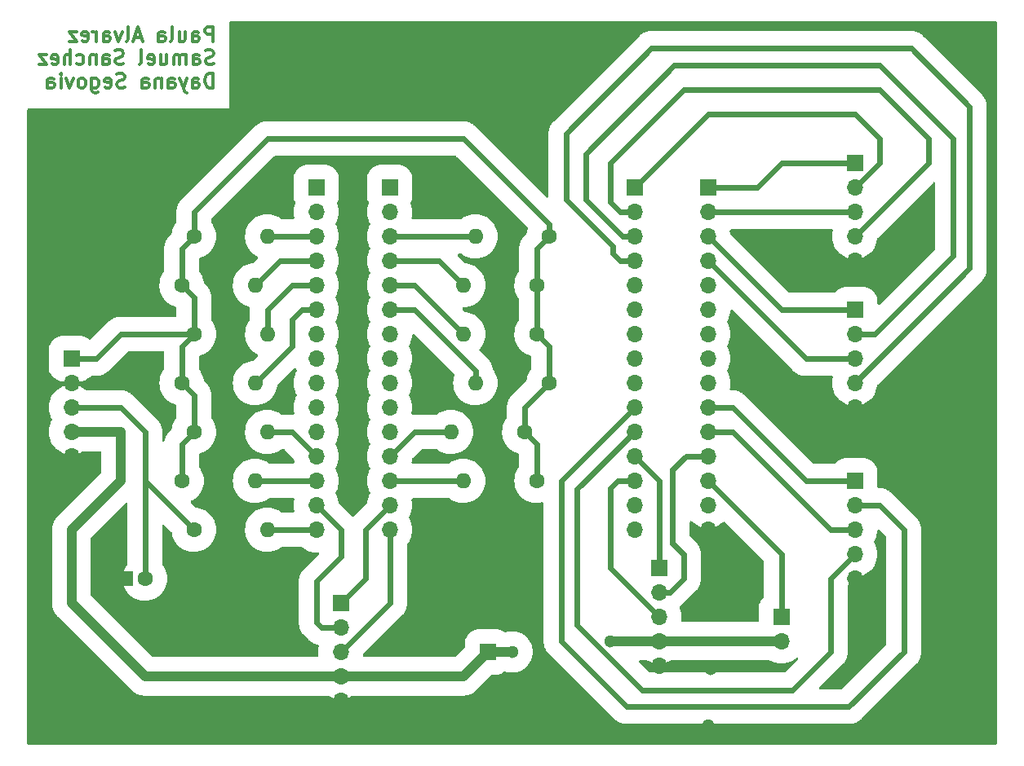
<source format=gbr>
%TF.GenerationSoftware,KiCad,Pcbnew,7.0.11+dfsg-1build4*%
%TF.CreationDate,2025-02-13T11:22:43-05:00*%
%TF.ProjectId,sinte,73696e74-652e-46b6-9963-61645f706362,rev?*%
%TF.SameCoordinates,Original*%
%TF.FileFunction,Copper,L2,Bot*%
%TF.FilePolarity,Positive*%
%FSLAX46Y46*%
G04 Gerber Fmt 4.6, Leading zero omitted, Abs format (unit mm)*
G04 Created by KiCad (PCBNEW 7.0.11+dfsg-1build4) date 2025-02-13 11:22:43*
%MOMM*%
%LPD*%
G01*
G04 APERTURE LIST*
%ADD10C,0.300000*%
%TA.AperFunction,NonConductor*%
%ADD11C,0.300000*%
%TD*%
%TA.AperFunction,ComponentPad*%
%ADD12R,1.700000X1.700000*%
%TD*%
%TA.AperFunction,ComponentPad*%
%ADD13O,1.700000X1.700000*%
%TD*%
%TA.AperFunction,ComponentPad*%
%ADD14C,1.600000*%
%TD*%
%TA.AperFunction,ComponentPad*%
%ADD15O,1.600000X1.600000*%
%TD*%
%TA.AperFunction,ComponentPad*%
%ADD16R,1.600000X1.600000*%
%TD*%
%TA.AperFunction,ViaPad*%
%ADD17C,1.100000*%
%TD*%
%TA.AperFunction,ViaPad*%
%ADD18C,1.300000*%
%TD*%
%TA.AperFunction,Conductor*%
%ADD19C,0.600000*%
%TD*%
%TA.AperFunction,Conductor*%
%ADD20C,1.000000*%
%TD*%
G04 APERTURE END LIST*
D10*
D11*
X68025489Y-48310828D02*
X68025489Y-46810828D01*
X68025489Y-46810828D02*
X67454060Y-46810828D01*
X67454060Y-46810828D02*
X67311203Y-46882257D01*
X67311203Y-46882257D02*
X67239774Y-46953685D01*
X67239774Y-46953685D02*
X67168346Y-47096542D01*
X67168346Y-47096542D02*
X67168346Y-47310828D01*
X67168346Y-47310828D02*
X67239774Y-47453685D01*
X67239774Y-47453685D02*
X67311203Y-47525114D01*
X67311203Y-47525114D02*
X67454060Y-47596542D01*
X67454060Y-47596542D02*
X68025489Y-47596542D01*
X65882632Y-48310828D02*
X65882632Y-47525114D01*
X65882632Y-47525114D02*
X65954060Y-47382257D01*
X65954060Y-47382257D02*
X66096917Y-47310828D01*
X66096917Y-47310828D02*
X66382632Y-47310828D01*
X66382632Y-47310828D02*
X66525489Y-47382257D01*
X65882632Y-48239400D02*
X66025489Y-48310828D01*
X66025489Y-48310828D02*
X66382632Y-48310828D01*
X66382632Y-48310828D02*
X66525489Y-48239400D01*
X66525489Y-48239400D02*
X66596917Y-48096542D01*
X66596917Y-48096542D02*
X66596917Y-47953685D01*
X66596917Y-47953685D02*
X66525489Y-47810828D01*
X66525489Y-47810828D02*
X66382632Y-47739400D01*
X66382632Y-47739400D02*
X66025489Y-47739400D01*
X66025489Y-47739400D02*
X65882632Y-47667971D01*
X64525489Y-47310828D02*
X64525489Y-48310828D01*
X65168346Y-47310828D02*
X65168346Y-48096542D01*
X65168346Y-48096542D02*
X65096917Y-48239400D01*
X65096917Y-48239400D02*
X64954060Y-48310828D01*
X64954060Y-48310828D02*
X64739774Y-48310828D01*
X64739774Y-48310828D02*
X64596917Y-48239400D01*
X64596917Y-48239400D02*
X64525489Y-48167971D01*
X63596917Y-48310828D02*
X63739774Y-48239400D01*
X63739774Y-48239400D02*
X63811203Y-48096542D01*
X63811203Y-48096542D02*
X63811203Y-46810828D01*
X62382632Y-48310828D02*
X62382632Y-47525114D01*
X62382632Y-47525114D02*
X62454060Y-47382257D01*
X62454060Y-47382257D02*
X62596917Y-47310828D01*
X62596917Y-47310828D02*
X62882632Y-47310828D01*
X62882632Y-47310828D02*
X63025489Y-47382257D01*
X62382632Y-48239400D02*
X62525489Y-48310828D01*
X62525489Y-48310828D02*
X62882632Y-48310828D01*
X62882632Y-48310828D02*
X63025489Y-48239400D01*
X63025489Y-48239400D02*
X63096917Y-48096542D01*
X63096917Y-48096542D02*
X63096917Y-47953685D01*
X63096917Y-47953685D02*
X63025489Y-47810828D01*
X63025489Y-47810828D02*
X62882632Y-47739400D01*
X62882632Y-47739400D02*
X62525489Y-47739400D01*
X62525489Y-47739400D02*
X62382632Y-47667971D01*
X60596917Y-47882257D02*
X59882632Y-47882257D01*
X60739774Y-48310828D02*
X60239774Y-46810828D01*
X60239774Y-46810828D02*
X59739774Y-48310828D01*
X59025489Y-48310828D02*
X59168346Y-48239400D01*
X59168346Y-48239400D02*
X59239775Y-48096542D01*
X59239775Y-48096542D02*
X59239775Y-46810828D01*
X58596918Y-47310828D02*
X58239775Y-48310828D01*
X58239775Y-48310828D02*
X57882632Y-47310828D01*
X56668347Y-48310828D02*
X56668347Y-47525114D01*
X56668347Y-47525114D02*
X56739775Y-47382257D01*
X56739775Y-47382257D02*
X56882632Y-47310828D01*
X56882632Y-47310828D02*
X57168347Y-47310828D01*
X57168347Y-47310828D02*
X57311204Y-47382257D01*
X56668347Y-48239400D02*
X56811204Y-48310828D01*
X56811204Y-48310828D02*
X57168347Y-48310828D01*
X57168347Y-48310828D02*
X57311204Y-48239400D01*
X57311204Y-48239400D02*
X57382632Y-48096542D01*
X57382632Y-48096542D02*
X57382632Y-47953685D01*
X57382632Y-47953685D02*
X57311204Y-47810828D01*
X57311204Y-47810828D02*
X57168347Y-47739400D01*
X57168347Y-47739400D02*
X56811204Y-47739400D01*
X56811204Y-47739400D02*
X56668347Y-47667971D01*
X55954061Y-48310828D02*
X55954061Y-47310828D01*
X55954061Y-47596542D02*
X55882632Y-47453685D01*
X55882632Y-47453685D02*
X55811204Y-47382257D01*
X55811204Y-47382257D02*
X55668346Y-47310828D01*
X55668346Y-47310828D02*
X55525489Y-47310828D01*
X54454061Y-48239400D02*
X54596918Y-48310828D01*
X54596918Y-48310828D02*
X54882633Y-48310828D01*
X54882633Y-48310828D02*
X55025490Y-48239400D01*
X55025490Y-48239400D02*
X55096918Y-48096542D01*
X55096918Y-48096542D02*
X55096918Y-47525114D01*
X55096918Y-47525114D02*
X55025490Y-47382257D01*
X55025490Y-47382257D02*
X54882633Y-47310828D01*
X54882633Y-47310828D02*
X54596918Y-47310828D01*
X54596918Y-47310828D02*
X54454061Y-47382257D01*
X54454061Y-47382257D02*
X54382633Y-47525114D01*
X54382633Y-47525114D02*
X54382633Y-47667971D01*
X54382633Y-47667971D02*
X55096918Y-47810828D01*
X53882633Y-47310828D02*
X53096919Y-47310828D01*
X53096919Y-47310828D02*
X53882633Y-48310828D01*
X53882633Y-48310828D02*
X53096919Y-48310828D01*
X68096917Y-50654400D02*
X67882632Y-50725828D01*
X67882632Y-50725828D02*
X67525489Y-50725828D01*
X67525489Y-50725828D02*
X67382632Y-50654400D01*
X67382632Y-50654400D02*
X67311203Y-50582971D01*
X67311203Y-50582971D02*
X67239774Y-50440114D01*
X67239774Y-50440114D02*
X67239774Y-50297257D01*
X67239774Y-50297257D02*
X67311203Y-50154400D01*
X67311203Y-50154400D02*
X67382632Y-50082971D01*
X67382632Y-50082971D02*
X67525489Y-50011542D01*
X67525489Y-50011542D02*
X67811203Y-49940114D01*
X67811203Y-49940114D02*
X67954060Y-49868685D01*
X67954060Y-49868685D02*
X68025489Y-49797257D01*
X68025489Y-49797257D02*
X68096917Y-49654400D01*
X68096917Y-49654400D02*
X68096917Y-49511542D01*
X68096917Y-49511542D02*
X68025489Y-49368685D01*
X68025489Y-49368685D02*
X67954060Y-49297257D01*
X67954060Y-49297257D02*
X67811203Y-49225828D01*
X67811203Y-49225828D02*
X67454060Y-49225828D01*
X67454060Y-49225828D02*
X67239774Y-49297257D01*
X65954061Y-50725828D02*
X65954061Y-49940114D01*
X65954061Y-49940114D02*
X66025489Y-49797257D01*
X66025489Y-49797257D02*
X66168346Y-49725828D01*
X66168346Y-49725828D02*
X66454061Y-49725828D01*
X66454061Y-49725828D02*
X66596918Y-49797257D01*
X65954061Y-50654400D02*
X66096918Y-50725828D01*
X66096918Y-50725828D02*
X66454061Y-50725828D01*
X66454061Y-50725828D02*
X66596918Y-50654400D01*
X66596918Y-50654400D02*
X66668346Y-50511542D01*
X66668346Y-50511542D02*
X66668346Y-50368685D01*
X66668346Y-50368685D02*
X66596918Y-50225828D01*
X66596918Y-50225828D02*
X66454061Y-50154400D01*
X66454061Y-50154400D02*
X66096918Y-50154400D01*
X66096918Y-50154400D02*
X65954061Y-50082971D01*
X65239775Y-50725828D02*
X65239775Y-49725828D01*
X65239775Y-49868685D02*
X65168346Y-49797257D01*
X65168346Y-49797257D02*
X65025489Y-49725828D01*
X65025489Y-49725828D02*
X64811203Y-49725828D01*
X64811203Y-49725828D02*
X64668346Y-49797257D01*
X64668346Y-49797257D02*
X64596918Y-49940114D01*
X64596918Y-49940114D02*
X64596918Y-50725828D01*
X64596918Y-49940114D02*
X64525489Y-49797257D01*
X64525489Y-49797257D02*
X64382632Y-49725828D01*
X64382632Y-49725828D02*
X64168346Y-49725828D01*
X64168346Y-49725828D02*
X64025489Y-49797257D01*
X64025489Y-49797257D02*
X63954060Y-49940114D01*
X63954060Y-49940114D02*
X63954060Y-50725828D01*
X62596918Y-49725828D02*
X62596918Y-50725828D01*
X63239775Y-49725828D02*
X63239775Y-50511542D01*
X63239775Y-50511542D02*
X63168346Y-50654400D01*
X63168346Y-50654400D02*
X63025489Y-50725828D01*
X63025489Y-50725828D02*
X62811203Y-50725828D01*
X62811203Y-50725828D02*
X62668346Y-50654400D01*
X62668346Y-50654400D02*
X62596918Y-50582971D01*
X61311203Y-50654400D02*
X61454060Y-50725828D01*
X61454060Y-50725828D02*
X61739775Y-50725828D01*
X61739775Y-50725828D02*
X61882632Y-50654400D01*
X61882632Y-50654400D02*
X61954060Y-50511542D01*
X61954060Y-50511542D02*
X61954060Y-49940114D01*
X61954060Y-49940114D02*
X61882632Y-49797257D01*
X61882632Y-49797257D02*
X61739775Y-49725828D01*
X61739775Y-49725828D02*
X61454060Y-49725828D01*
X61454060Y-49725828D02*
X61311203Y-49797257D01*
X61311203Y-49797257D02*
X61239775Y-49940114D01*
X61239775Y-49940114D02*
X61239775Y-50082971D01*
X61239775Y-50082971D02*
X61954060Y-50225828D01*
X60382632Y-50725828D02*
X60525489Y-50654400D01*
X60525489Y-50654400D02*
X60596918Y-50511542D01*
X60596918Y-50511542D02*
X60596918Y-49225828D01*
X58739775Y-50654400D02*
X58525490Y-50725828D01*
X58525490Y-50725828D02*
X58168347Y-50725828D01*
X58168347Y-50725828D02*
X58025490Y-50654400D01*
X58025490Y-50654400D02*
X57954061Y-50582971D01*
X57954061Y-50582971D02*
X57882632Y-50440114D01*
X57882632Y-50440114D02*
X57882632Y-50297257D01*
X57882632Y-50297257D02*
X57954061Y-50154400D01*
X57954061Y-50154400D02*
X58025490Y-50082971D01*
X58025490Y-50082971D02*
X58168347Y-50011542D01*
X58168347Y-50011542D02*
X58454061Y-49940114D01*
X58454061Y-49940114D02*
X58596918Y-49868685D01*
X58596918Y-49868685D02*
X58668347Y-49797257D01*
X58668347Y-49797257D02*
X58739775Y-49654400D01*
X58739775Y-49654400D02*
X58739775Y-49511542D01*
X58739775Y-49511542D02*
X58668347Y-49368685D01*
X58668347Y-49368685D02*
X58596918Y-49297257D01*
X58596918Y-49297257D02*
X58454061Y-49225828D01*
X58454061Y-49225828D02*
X58096918Y-49225828D01*
X58096918Y-49225828D02*
X57882632Y-49297257D01*
X56596919Y-50725828D02*
X56596919Y-49940114D01*
X56596919Y-49940114D02*
X56668347Y-49797257D01*
X56668347Y-49797257D02*
X56811204Y-49725828D01*
X56811204Y-49725828D02*
X57096919Y-49725828D01*
X57096919Y-49725828D02*
X57239776Y-49797257D01*
X56596919Y-50654400D02*
X56739776Y-50725828D01*
X56739776Y-50725828D02*
X57096919Y-50725828D01*
X57096919Y-50725828D02*
X57239776Y-50654400D01*
X57239776Y-50654400D02*
X57311204Y-50511542D01*
X57311204Y-50511542D02*
X57311204Y-50368685D01*
X57311204Y-50368685D02*
X57239776Y-50225828D01*
X57239776Y-50225828D02*
X57096919Y-50154400D01*
X57096919Y-50154400D02*
X56739776Y-50154400D01*
X56739776Y-50154400D02*
X56596919Y-50082971D01*
X55882633Y-49725828D02*
X55882633Y-50725828D01*
X55882633Y-49868685D02*
X55811204Y-49797257D01*
X55811204Y-49797257D02*
X55668347Y-49725828D01*
X55668347Y-49725828D02*
X55454061Y-49725828D01*
X55454061Y-49725828D02*
X55311204Y-49797257D01*
X55311204Y-49797257D02*
X55239776Y-49940114D01*
X55239776Y-49940114D02*
X55239776Y-50725828D01*
X53882633Y-50654400D02*
X54025490Y-50725828D01*
X54025490Y-50725828D02*
X54311204Y-50725828D01*
X54311204Y-50725828D02*
X54454061Y-50654400D01*
X54454061Y-50654400D02*
X54525490Y-50582971D01*
X54525490Y-50582971D02*
X54596918Y-50440114D01*
X54596918Y-50440114D02*
X54596918Y-50011542D01*
X54596918Y-50011542D02*
X54525490Y-49868685D01*
X54525490Y-49868685D02*
X54454061Y-49797257D01*
X54454061Y-49797257D02*
X54311204Y-49725828D01*
X54311204Y-49725828D02*
X54025490Y-49725828D01*
X54025490Y-49725828D02*
X53882633Y-49797257D01*
X53239776Y-50725828D02*
X53239776Y-49225828D01*
X52596919Y-50725828D02*
X52596919Y-49940114D01*
X52596919Y-49940114D02*
X52668347Y-49797257D01*
X52668347Y-49797257D02*
X52811204Y-49725828D01*
X52811204Y-49725828D02*
X53025490Y-49725828D01*
X53025490Y-49725828D02*
X53168347Y-49797257D01*
X53168347Y-49797257D02*
X53239776Y-49868685D01*
X51311204Y-50654400D02*
X51454061Y-50725828D01*
X51454061Y-50725828D02*
X51739776Y-50725828D01*
X51739776Y-50725828D02*
X51882633Y-50654400D01*
X51882633Y-50654400D02*
X51954061Y-50511542D01*
X51954061Y-50511542D02*
X51954061Y-49940114D01*
X51954061Y-49940114D02*
X51882633Y-49797257D01*
X51882633Y-49797257D02*
X51739776Y-49725828D01*
X51739776Y-49725828D02*
X51454061Y-49725828D01*
X51454061Y-49725828D02*
X51311204Y-49797257D01*
X51311204Y-49797257D02*
X51239776Y-49940114D01*
X51239776Y-49940114D02*
X51239776Y-50082971D01*
X51239776Y-50082971D02*
X51954061Y-50225828D01*
X50739776Y-49725828D02*
X49954062Y-49725828D01*
X49954062Y-49725828D02*
X50739776Y-50725828D01*
X50739776Y-50725828D02*
X49954062Y-50725828D01*
X68025489Y-53140828D02*
X68025489Y-51640828D01*
X68025489Y-51640828D02*
X67668346Y-51640828D01*
X67668346Y-51640828D02*
X67454060Y-51712257D01*
X67454060Y-51712257D02*
X67311203Y-51855114D01*
X67311203Y-51855114D02*
X67239774Y-51997971D01*
X67239774Y-51997971D02*
X67168346Y-52283685D01*
X67168346Y-52283685D02*
X67168346Y-52497971D01*
X67168346Y-52497971D02*
X67239774Y-52783685D01*
X67239774Y-52783685D02*
X67311203Y-52926542D01*
X67311203Y-52926542D02*
X67454060Y-53069400D01*
X67454060Y-53069400D02*
X67668346Y-53140828D01*
X67668346Y-53140828D02*
X68025489Y-53140828D01*
X65882632Y-53140828D02*
X65882632Y-52355114D01*
X65882632Y-52355114D02*
X65954060Y-52212257D01*
X65954060Y-52212257D02*
X66096917Y-52140828D01*
X66096917Y-52140828D02*
X66382632Y-52140828D01*
X66382632Y-52140828D02*
X66525489Y-52212257D01*
X65882632Y-53069400D02*
X66025489Y-53140828D01*
X66025489Y-53140828D02*
X66382632Y-53140828D01*
X66382632Y-53140828D02*
X66525489Y-53069400D01*
X66525489Y-53069400D02*
X66596917Y-52926542D01*
X66596917Y-52926542D02*
X66596917Y-52783685D01*
X66596917Y-52783685D02*
X66525489Y-52640828D01*
X66525489Y-52640828D02*
X66382632Y-52569400D01*
X66382632Y-52569400D02*
X66025489Y-52569400D01*
X66025489Y-52569400D02*
X65882632Y-52497971D01*
X65311203Y-52140828D02*
X64954060Y-53140828D01*
X64596917Y-52140828D02*
X64954060Y-53140828D01*
X64954060Y-53140828D02*
X65096917Y-53497971D01*
X65096917Y-53497971D02*
X65168346Y-53569400D01*
X65168346Y-53569400D02*
X65311203Y-53640828D01*
X63382632Y-53140828D02*
X63382632Y-52355114D01*
X63382632Y-52355114D02*
X63454060Y-52212257D01*
X63454060Y-52212257D02*
X63596917Y-52140828D01*
X63596917Y-52140828D02*
X63882632Y-52140828D01*
X63882632Y-52140828D02*
X64025489Y-52212257D01*
X63382632Y-53069400D02*
X63525489Y-53140828D01*
X63525489Y-53140828D02*
X63882632Y-53140828D01*
X63882632Y-53140828D02*
X64025489Y-53069400D01*
X64025489Y-53069400D02*
X64096917Y-52926542D01*
X64096917Y-52926542D02*
X64096917Y-52783685D01*
X64096917Y-52783685D02*
X64025489Y-52640828D01*
X64025489Y-52640828D02*
X63882632Y-52569400D01*
X63882632Y-52569400D02*
X63525489Y-52569400D01*
X63525489Y-52569400D02*
X63382632Y-52497971D01*
X62668346Y-52140828D02*
X62668346Y-53140828D01*
X62668346Y-52283685D02*
X62596917Y-52212257D01*
X62596917Y-52212257D02*
X62454060Y-52140828D01*
X62454060Y-52140828D02*
X62239774Y-52140828D01*
X62239774Y-52140828D02*
X62096917Y-52212257D01*
X62096917Y-52212257D02*
X62025489Y-52355114D01*
X62025489Y-52355114D02*
X62025489Y-53140828D01*
X60668346Y-53140828D02*
X60668346Y-52355114D01*
X60668346Y-52355114D02*
X60739774Y-52212257D01*
X60739774Y-52212257D02*
X60882631Y-52140828D01*
X60882631Y-52140828D02*
X61168346Y-52140828D01*
X61168346Y-52140828D02*
X61311203Y-52212257D01*
X60668346Y-53069400D02*
X60811203Y-53140828D01*
X60811203Y-53140828D02*
X61168346Y-53140828D01*
X61168346Y-53140828D02*
X61311203Y-53069400D01*
X61311203Y-53069400D02*
X61382631Y-52926542D01*
X61382631Y-52926542D02*
X61382631Y-52783685D01*
X61382631Y-52783685D02*
X61311203Y-52640828D01*
X61311203Y-52640828D02*
X61168346Y-52569400D01*
X61168346Y-52569400D02*
X60811203Y-52569400D01*
X60811203Y-52569400D02*
X60668346Y-52497971D01*
X58882631Y-53069400D02*
X58668346Y-53140828D01*
X58668346Y-53140828D02*
X58311203Y-53140828D01*
X58311203Y-53140828D02*
X58168346Y-53069400D01*
X58168346Y-53069400D02*
X58096917Y-52997971D01*
X58096917Y-52997971D02*
X58025488Y-52855114D01*
X58025488Y-52855114D02*
X58025488Y-52712257D01*
X58025488Y-52712257D02*
X58096917Y-52569400D01*
X58096917Y-52569400D02*
X58168346Y-52497971D01*
X58168346Y-52497971D02*
X58311203Y-52426542D01*
X58311203Y-52426542D02*
X58596917Y-52355114D01*
X58596917Y-52355114D02*
X58739774Y-52283685D01*
X58739774Y-52283685D02*
X58811203Y-52212257D01*
X58811203Y-52212257D02*
X58882631Y-52069400D01*
X58882631Y-52069400D02*
X58882631Y-51926542D01*
X58882631Y-51926542D02*
X58811203Y-51783685D01*
X58811203Y-51783685D02*
X58739774Y-51712257D01*
X58739774Y-51712257D02*
X58596917Y-51640828D01*
X58596917Y-51640828D02*
X58239774Y-51640828D01*
X58239774Y-51640828D02*
X58025488Y-51712257D01*
X56811203Y-53069400D02*
X56954060Y-53140828D01*
X56954060Y-53140828D02*
X57239775Y-53140828D01*
X57239775Y-53140828D02*
X57382632Y-53069400D01*
X57382632Y-53069400D02*
X57454060Y-52926542D01*
X57454060Y-52926542D02*
X57454060Y-52355114D01*
X57454060Y-52355114D02*
X57382632Y-52212257D01*
X57382632Y-52212257D02*
X57239775Y-52140828D01*
X57239775Y-52140828D02*
X56954060Y-52140828D01*
X56954060Y-52140828D02*
X56811203Y-52212257D01*
X56811203Y-52212257D02*
X56739775Y-52355114D01*
X56739775Y-52355114D02*
X56739775Y-52497971D01*
X56739775Y-52497971D02*
X57454060Y-52640828D01*
X55454061Y-52140828D02*
X55454061Y-53355114D01*
X55454061Y-53355114D02*
X55525489Y-53497971D01*
X55525489Y-53497971D02*
X55596918Y-53569400D01*
X55596918Y-53569400D02*
X55739775Y-53640828D01*
X55739775Y-53640828D02*
X55954061Y-53640828D01*
X55954061Y-53640828D02*
X56096918Y-53569400D01*
X55454061Y-53069400D02*
X55596918Y-53140828D01*
X55596918Y-53140828D02*
X55882632Y-53140828D01*
X55882632Y-53140828D02*
X56025489Y-53069400D01*
X56025489Y-53069400D02*
X56096918Y-52997971D01*
X56096918Y-52997971D02*
X56168346Y-52855114D01*
X56168346Y-52855114D02*
X56168346Y-52426542D01*
X56168346Y-52426542D02*
X56096918Y-52283685D01*
X56096918Y-52283685D02*
X56025489Y-52212257D01*
X56025489Y-52212257D02*
X55882632Y-52140828D01*
X55882632Y-52140828D02*
X55596918Y-52140828D01*
X55596918Y-52140828D02*
X55454061Y-52212257D01*
X54525489Y-53140828D02*
X54668346Y-53069400D01*
X54668346Y-53069400D02*
X54739775Y-52997971D01*
X54739775Y-52997971D02*
X54811203Y-52855114D01*
X54811203Y-52855114D02*
X54811203Y-52426542D01*
X54811203Y-52426542D02*
X54739775Y-52283685D01*
X54739775Y-52283685D02*
X54668346Y-52212257D01*
X54668346Y-52212257D02*
X54525489Y-52140828D01*
X54525489Y-52140828D02*
X54311203Y-52140828D01*
X54311203Y-52140828D02*
X54168346Y-52212257D01*
X54168346Y-52212257D02*
X54096918Y-52283685D01*
X54096918Y-52283685D02*
X54025489Y-52426542D01*
X54025489Y-52426542D02*
X54025489Y-52855114D01*
X54025489Y-52855114D02*
X54096918Y-52997971D01*
X54096918Y-52997971D02*
X54168346Y-53069400D01*
X54168346Y-53069400D02*
X54311203Y-53140828D01*
X54311203Y-53140828D02*
X54525489Y-53140828D01*
X53525489Y-52140828D02*
X53168346Y-53140828D01*
X53168346Y-53140828D02*
X52811203Y-52140828D01*
X52239775Y-53140828D02*
X52239775Y-52140828D01*
X52239775Y-51640828D02*
X52311203Y-51712257D01*
X52311203Y-51712257D02*
X52239775Y-51783685D01*
X52239775Y-51783685D02*
X52168346Y-51712257D01*
X52168346Y-51712257D02*
X52239775Y-51640828D01*
X52239775Y-51640828D02*
X52239775Y-51783685D01*
X50882632Y-53140828D02*
X50882632Y-52355114D01*
X50882632Y-52355114D02*
X50954060Y-52212257D01*
X50954060Y-52212257D02*
X51096917Y-52140828D01*
X51096917Y-52140828D02*
X51382632Y-52140828D01*
X51382632Y-52140828D02*
X51525489Y-52212257D01*
X50882632Y-53069400D02*
X51025489Y-53140828D01*
X51025489Y-53140828D02*
X51382632Y-53140828D01*
X51382632Y-53140828D02*
X51525489Y-53069400D01*
X51525489Y-53069400D02*
X51596917Y-52926542D01*
X51596917Y-52926542D02*
X51596917Y-52783685D01*
X51596917Y-52783685D02*
X51525489Y-52640828D01*
X51525489Y-52640828D02*
X51382632Y-52569400D01*
X51382632Y-52569400D02*
X51025489Y-52569400D01*
X51025489Y-52569400D02*
X50882632Y-52497971D01*
D12*
%TO.P,J11,1,Pin_1*%
%TO.N,/106_DoS*%
X119380000Y-63500000D03*
D13*
%TO.P,J11,2,Pin_2*%
%TO.N,/105_ReS*%
X119380000Y-66040000D03*
%TO.P,J11,3,Pin_3*%
%TO.N,/101_Fa*%
X119380000Y-68580000D03*
%TO.P,J11,4,Pin_4*%
%TO.N,/99_Sol*%
X119380000Y-71120000D03*
%TO.P,J11,5,Pin_5*%
%TO.N,unconnected-(J11-Pin_5-Pad5)*%
X119380000Y-73660000D03*
%TO.P,J11,6,Pin_6*%
%TO.N,unconnected-(J11-Pin_6-Pad6)*%
X119380000Y-76200000D03*
%TO.P,J11,7,Pin_7*%
%TO.N,unconnected-(J11-Pin_7-Pad7)*%
X119380000Y-78740000D03*
%TO.P,J11,8,Pin_8*%
%TO.N,unconnected-(J11-Pin_8-Pad8)*%
X119380000Y-81280000D03*
%TO.P,J11,9,Pin_9*%
%TO.N,unconnected-(J11-Pin_9-Pad9)*%
X119380000Y-83820000D03*
%TO.P,J11,10,Pin_10*%
%TO.N,/19_La*%
X119380000Y-86360000D03*
%TO.P,J11,11,Pin_11*%
%TO.N,/20_si*%
X119380000Y-88900000D03*
%TO.P,J11,12,Pin_12*%
%TO.N,/23_EncocanalB*%
X119380000Y-91440000D03*
%TO.P,J11,13,Pin_13*%
%TO.N,/24_on{slash}offpista*%
X119380000Y-93980000D03*
%TO.P,J11,14,Pin_14*%
%TO.N,unconnected-(J11-Pin_14-Pad14)*%
X119380000Y-96520000D03*
%TO.P,J11,15,Pin_15*%
%TO.N,GND*%
X119380000Y-99060000D03*
%TD*%
D14*
%TO.P,R3,1*%
%TO.N,/L_Notas*%
X64770000Y-73660000D03*
D15*
%TO.P,R3,2*%
%TO.N,/12_ReS*%
X72390000Y-73660000D03*
%TD*%
D12*
%TO.P,J2,1,Pin_1*%
%TO.N,/19_La*%
X134620000Y-93980000D03*
D13*
%TO.P,J2,2,Pin_2*%
%TO.N,/21_SolS*%
X134620000Y-96520000D03*
%TO.P,J2,3,Pin_3*%
%TO.N,/20_si*%
X134620000Y-99060000D03*
%TO.P,J2,4,Pin_4*%
%TO.N,/22_LaS*%
X134620000Y-101600000D03*
%TO.P,J2,5,Pin_5*%
%TO.N,GND*%
X134620000Y-104140000D03*
%TD*%
D14*
%TO.P,R11,1*%
%TO.N,/L_Notas*%
X64770000Y-93980000D03*
D15*
%TO.P,R11,2*%
%TO.N,/32_Si*%
X72390000Y-93980000D03*
%TD*%
D12*
%TO.P,J1,1,Pin_1*%
%TO.N,/101_Fa*%
X134620000Y-76200000D03*
D13*
%TO.P,J1,2,Pin_2*%
%TO.N,/49_Mi*%
X134620000Y-78740000D03*
%TO.P,J1,3,Pin_3*%
%TO.N,/99_Sol*%
X134620000Y-81280000D03*
%TO.P,J1,4,Pin_4*%
%TO.N,/52_FaS*%
X134620000Y-83820000D03*
%TO.P,J1,5,Pin_5*%
%TO.N,GND*%
X134620000Y-86360000D03*
%TD*%
D14*
%TO.P,R8,1*%
%TO.N,/L_Notas*%
X100330000Y-88900000D03*
D15*
%TO.P,R8,2*%
%TO.N,/28_SolS*%
X92710000Y-88900000D03*
%TD*%
D14*
%TO.P,R6,1*%
%TO.N,/L_Notas*%
X102870000Y-83820000D03*
D15*
%TO.P,R6,2*%
%TO.N,/16_FaS*%
X95250000Y-83820000D03*
%TD*%
D12*
%TO.P,J12,1,Pin_1*%
%TO.N,/104_Do*%
X111760000Y-63500000D03*
D13*
%TO.P,J12,2,Pin_2*%
%TO.N,/102_Re*%
X111760000Y-66040000D03*
%TO.P,J12,3,Pin_3*%
%TO.N,/49_Mi*%
X111760000Y-68580000D03*
%TO.P,J12,4,Pin_4*%
%TO.N,/52_FaS*%
X111760000Y-71120000D03*
%TO.P,J12,5,Pin_5*%
%TO.N,unconnected-(J12-Pin_5-Pad5)*%
X111760000Y-73660000D03*
%TO.P,J12,6,Pin_6*%
%TO.N,unconnected-(J12-Pin_6-Pad6)*%
X111760000Y-76200000D03*
%TO.P,J12,7,Pin_7*%
%TO.N,unconnected-(J12-Pin_7-Pad7)*%
X111760000Y-78740000D03*
%TO.P,J12,8,Pin_8*%
%TO.N,unconnected-(J12-Pin_8-Pad8)*%
X111760000Y-81280000D03*
%TO.P,J12,9,Pin_9*%
%TO.N,unconnected-(J12-Pin_9-Pad9)*%
X111760000Y-83820000D03*
%TO.P,J12,10,Pin_10*%
%TO.N,/21_SolS*%
X111760000Y-86360000D03*
%TO.P,J12,11,Pin_11*%
%TO.N,/22_LaS*%
X111760000Y-88900000D03*
%TO.P,J12,12,Pin_12*%
%TO.N,/25_EncocanalA*%
X111760000Y-91440000D03*
%TO.P,J12,13,Pin_13*%
%TO.N,/26_EncoSW*%
X111760000Y-93980000D03*
%TO.P,J12,14,Pin_14*%
%TO.N,unconnected-(J12-Pin_14-Pad14)*%
X111760000Y-96520000D03*
%TO.P,J12,15,Pin_15*%
%TO.N,unconnected-(J12-Pin_15-Pad15)*%
X111760000Y-99060000D03*
%TD*%
D12*
%TO.P,J8,1,Pin_1*%
%TO.N,/L_Notas*%
X53340000Y-81280000D03*
D13*
%TO.P,J8,2,Pin_2*%
%TO.N,GND*%
X53340000Y-83820000D03*
%TO.P,J8,3,Pin_3*%
%TO.N,/R_pistas*%
X53340000Y-86360000D03*
%TO.P,J8,4,Pin_4*%
%TO.N,+5V*%
X53340000Y-88900000D03*
%TO.P,J8,5,Pin_5*%
%TO.N,GND*%
X53340000Y-91440000D03*
%TD*%
D12*
%TO.P,J13,1,Pin_1*%
%TO.N,unconnected-(J13-Pin_1-Pad1)*%
X86360000Y-63500000D03*
D13*
%TO.P,J13,2,Pin_2*%
%TO.N,unconnected-(J13-Pin_2-Pad2)*%
X86360000Y-66040000D03*
%TO.P,J13,3,Pin_3*%
%TO.N,/9_Do*%
X86360000Y-68580000D03*
%TO.P,J13,4,Pin_4*%
%TO.N,/10_Re*%
X86360000Y-71120000D03*
%TO.P,J13,5,Pin_5*%
%TO.N,/15_Mi*%
X86360000Y-73660000D03*
%TO.P,J13,6,Pin_6*%
%TO.N,/16_FaS*%
X86360000Y-76200000D03*
%TO.P,J13,7,Pin_7*%
%TO.N,unconnected-(J13-Pin_7-Pad7)*%
X86360000Y-78740000D03*
%TO.P,J13,8,Pin_8*%
%TO.N,unconnected-(J13-Pin_8-Pad8)*%
X86360000Y-81280000D03*
%TO.P,J13,9,Pin_9*%
%TO.N,unconnected-(J13-Pin_9-Pad9)*%
X86360000Y-83820000D03*
%TO.P,J13,10,Pin_10*%
%TO.N,unconnected-(J13-Pin_10-Pad10)*%
X86360000Y-86360000D03*
%TO.P,J13,11,Pin_11*%
%TO.N,unconnected-(J13-Pin_11-Pad11)*%
X86360000Y-88900000D03*
%TO.P,J13,12,Pin_12*%
%TO.N,/28_SolS*%
X86360000Y-91440000D03*
%TO.P,J13,13,Pin_13*%
%TO.N,/29_LaS*%
X86360000Y-93980000D03*
%TO.P,J13,14,Pin_14*%
%TO.N,/33_pEncocanalA*%
X86360000Y-96520000D03*
%TO.P,J13,15,Pin_15*%
%TO.N,/34_pEncoSW*%
X86360000Y-99060000D03*
%TD*%
D14*
%TO.P,R12,1*%
%TO.N,/R_pistas*%
X66040000Y-99060000D03*
D15*
%TO.P,R12,2*%
%TO.N,/38_Pistas*%
X73660000Y-99060000D03*
%TD*%
D14*
%TO.P,R14,1*%
%TO.N,/L_Notas*%
X102870000Y-68580000D03*
D15*
%TO.P,R14,2*%
%TO.N,/9_Do*%
X95250000Y-68580000D03*
%TD*%
D12*
%TO.P,J7,1,Pin_1*%
%TO.N,+5V*%
X96520000Y-111760000D03*
%TD*%
%TO.P,J4,1,Pin_1*%
%TO.N,/33_pEncocanalA*%
X81280000Y-106680000D03*
D13*
%TO.P,J4,2,Pin_2*%
%TO.N,/37_pEncocanalB*%
X81280000Y-109220000D03*
%TO.P,J4,3,Pin_3*%
%TO.N,/34_pEncoSW*%
X81280000Y-111760000D03*
%TO.P,J4,4,Pin_4*%
%TO.N,+5V*%
X81280000Y-114300000D03*
%TO.P,J4,5,Pin_5*%
%TO.N,GND*%
X81280000Y-116840000D03*
%TD*%
D12*
%TO.P,J14,1,Pin_1*%
%TO.N,unconnected-(J14-Pin_1-Pad1)*%
X78740000Y-63500000D03*
D13*
%TO.P,J14,2,Pin_2*%
%TO.N,unconnected-(J14-Pin_2-Pad2)*%
X78740000Y-66040000D03*
%TO.P,J14,3,Pin_3*%
%TO.N,/11_DoS*%
X78740000Y-68580000D03*
%TO.P,J14,4,Pin_4*%
%TO.N,/12_ReS*%
X78740000Y-71120000D03*
%TO.P,J14,5,Pin_5*%
%TO.N,/17_Fa*%
X78740000Y-73660000D03*
%TO.P,J14,6,Pin_6*%
%TO.N,/18_sol*%
X78740000Y-76200000D03*
%TO.P,J14,7,Pin_7*%
%TO.N,unconnected-(J14-Pin_7-Pad7)*%
X78740000Y-78740000D03*
%TO.P,J14,8,Pin_8*%
%TO.N,unconnected-(J14-Pin_8-Pad8)*%
X78740000Y-81280000D03*
%TO.P,J14,9,Pin_9*%
%TO.N,unconnected-(J14-Pin_9-Pad9)*%
X78740000Y-83820000D03*
%TO.P,J14,10,Pin_10*%
%TO.N,unconnected-(J14-Pin_10-Pad10)*%
X78740000Y-86360000D03*
%TO.P,J14,11,Pin_11*%
%TO.N,unconnected-(J14-Pin_11-Pad11)*%
X78740000Y-88900000D03*
%TO.P,J14,12,Pin_12*%
%TO.N,/31_La*%
X78740000Y-91440000D03*
%TO.P,J14,13,Pin_13*%
%TO.N,/32_Si*%
X78740000Y-93980000D03*
%TO.P,J14,14,Pin_14*%
%TO.N,/37_pEncocanalB*%
X78740000Y-96520000D03*
%TO.P,J14,15,Pin_15*%
%TO.N,/38_Pistas*%
X78740000Y-99060000D03*
%TD*%
D14*
%TO.P,R9,1*%
%TO.N,/L_Notas*%
X66040000Y-88900000D03*
D15*
%TO.P,R9,2*%
%TO.N,/31_La*%
X73660000Y-88900000D03*
%TD*%
D14*
%TO.P,R10,1*%
%TO.N,/L_Notas*%
X101600000Y-93980000D03*
D15*
%TO.P,R10,2*%
%TO.N,/29_LaS*%
X93980000Y-93980000D03*
%TD*%
D12*
%TO.P,J5,1,Pin_1*%
%TO.N,/106_DoS*%
X134620000Y-60960000D03*
D13*
%TO.P,J5,2,Pin_2*%
%TO.N,/104_Do*%
X134620000Y-63500000D03*
%TO.P,J5,3,Pin_3*%
%TO.N,/105_ReS*%
X134620000Y-66040000D03*
%TO.P,J5,4,Pin_4*%
%TO.N,/102_Re*%
X134620000Y-68580000D03*
%TO.P,J5,5,Pin_5*%
%TO.N,GND*%
X134620000Y-71120000D03*
%TD*%
D16*
%TO.P,C1,1*%
%TO.N,GND*%
X58960000Y-104140000D03*
D14*
%TO.P,C1,2*%
%TO.N,/R_pistas*%
X60960000Y-104140000D03*
%TD*%
%TO.P,R1,1*%
%TO.N,/L_Notas*%
X66040000Y-68580000D03*
D15*
%TO.P,R1,2*%
%TO.N,/11_DoS*%
X73660000Y-68580000D03*
%TD*%
D14*
%TO.P,R7,1*%
%TO.N,/L_Notas*%
X64770000Y-83820000D03*
D15*
%TO.P,R7,2*%
%TO.N,/18_sol*%
X72390000Y-83820000D03*
%TD*%
D14*
%TO.P,R4,1*%
%TO.N,/L_Notas*%
X101600000Y-78740000D03*
D15*
%TO.P,R4,2*%
%TO.N,/15_Mi*%
X93980000Y-78740000D03*
%TD*%
D14*
%TO.P,R2,1*%
%TO.N,/L_Notas*%
X101600000Y-73660000D03*
D15*
%TO.P,R2,2*%
%TO.N,/10_Re*%
X93980000Y-73660000D03*
%TD*%
D12*
%TO.P,J3,1,Pin_1*%
%TO.N,/25_EncocanalA*%
X114300000Y-103004000D03*
D13*
%TO.P,J3,2,Pin_2*%
%TO.N,/23_EncocanalB*%
X114300000Y-105544000D03*
%TO.P,J3,3,Pin_3*%
%TO.N,/26_EncoSW*%
X114300000Y-108084000D03*
%TO.P,J3,4,Pin_4*%
%TO.N,+5V*%
X114300000Y-110624000D03*
%TO.P,J3,5,Pin_5*%
%TO.N,GND*%
X114300000Y-113164000D03*
%TD*%
D14*
%TO.P,R5,1*%
%TO.N,/L_Notas*%
X66040000Y-78740000D03*
D15*
%TO.P,R5,2*%
%TO.N,/17_Fa*%
X73660000Y-78740000D03*
%TD*%
D12*
%TO.P,J6,1,Pin_1*%
%TO.N,/24_on{slash}offpista*%
X127000000Y-108084000D03*
D13*
%TO.P,J6,2,Pin_2*%
%TO.N,+5V*%
X127000000Y-110624000D03*
%TD*%
D17*
%TO.N,GND*%
X124460000Y-104140000D03*
D18*
X58420000Y-99060000D03*
X129540000Y-86360000D03*
D17*
X50800000Y-99060000D03*
D18*
X134620000Y-109220000D03*
D17*
X134620000Y-111760000D03*
D18*
X119380000Y-119380000D03*
X119634000Y-113538000D03*
X129540000Y-71120000D03*
D17*
X139700000Y-116840000D03*
D18*
%TO.N,+5V*%
X109220000Y-110624000D03*
X99060000Y-111760000D03*
%TD*%
D19*
%TO.N,/101_Fa*%
X127000000Y-76200000D02*
X119380000Y-68580000D01*
X134620000Y-76200000D02*
X127000000Y-76200000D01*
%TO.N,/49_Mi*%
X106680000Y-64770000D02*
X106680000Y-60023066D01*
X144780000Y-70612000D02*
X136652000Y-78740000D01*
X136652000Y-78740000D02*
X134620000Y-78740000D01*
X115903066Y-50800000D02*
X137160000Y-50800000D01*
X137160000Y-50800000D02*
X144780000Y-58420000D01*
X106680000Y-60023066D02*
X115903066Y-50800000D01*
X110490000Y-68580000D02*
X106680000Y-64770000D01*
X144780000Y-58420000D02*
X144780000Y-70612000D01*
X111760000Y-68580000D02*
X110490000Y-68580000D01*
%TO.N,/99_Sol*%
X134620000Y-81280000D02*
X129540000Y-81280000D01*
X129540000Y-81280000D02*
X119380000Y-71120000D01*
%TO.N,/52_FaS*%
X104648000Y-57912000D02*
X113500000Y-49060000D01*
X146520000Y-71920000D02*
X134620000Y-83820000D01*
X104648000Y-64770000D02*
X104648000Y-57912000D01*
X146520000Y-55080000D02*
X146520000Y-71920000D01*
X140500000Y-49060000D02*
X146520000Y-55080000D01*
X111760000Y-71120000D02*
X110236000Y-71120000D01*
X109474000Y-70358000D02*
X109474000Y-69596000D01*
X110236000Y-71120000D02*
X109474000Y-70358000D01*
X113500000Y-49060000D02*
X140500000Y-49060000D01*
X109474000Y-69596000D02*
X104648000Y-64770000D01*
%TO.N,/21_SolS*%
X134016000Y-117444000D02*
X110960000Y-117444000D01*
X139700000Y-99060000D02*
X139700000Y-111760000D01*
X104140000Y-93980000D02*
X111760000Y-86360000D01*
X110960000Y-117444000D02*
X104140000Y-110624000D01*
X137160000Y-96520000D02*
X139700000Y-99060000D01*
X139700000Y-111760000D02*
X134016000Y-117444000D01*
X104140000Y-110624000D02*
X104140000Y-93980000D01*
X134620000Y-96520000D02*
X137160000Y-96520000D01*
%TO.N,/19_La*%
X121920000Y-86360000D02*
X129540000Y-93980000D01*
X119380000Y-86360000D02*
X121920000Y-86360000D01*
X129540000Y-93980000D02*
X134620000Y-93980000D01*
%TO.N,/20_si*%
X119380000Y-88900000D02*
X121920000Y-88900000D01*
X121920000Y-88900000D02*
X132080000Y-99060000D01*
X132080000Y-99060000D02*
X134620000Y-99060000D01*
%TO.N,/22_LaS*%
X105826000Y-94834000D02*
X105826000Y-108932714D01*
X105826000Y-108932714D02*
X112597286Y-115704000D01*
X132080000Y-104140000D02*
X134620000Y-101600000D01*
X112597286Y-115704000D02*
X128136000Y-115704000D01*
X111760000Y-88900000D02*
X105826000Y-94834000D01*
X128136000Y-115704000D02*
X132080000Y-111760000D01*
X132080000Y-111760000D02*
X132080000Y-104140000D01*
%TO.N,/25_EncocanalA*%
X114300000Y-93980000D02*
X114300000Y-103004000D01*
X114300000Y-93980000D02*
X111760000Y-91440000D01*
%TO.N,/23_EncocanalB*%
X115436000Y-105544000D02*
X114300000Y-105544000D01*
X115704000Y-92830000D02*
X115704000Y-100464000D01*
X116840000Y-101600000D02*
X116840000Y-104140000D01*
X116840000Y-104140000D02*
X115436000Y-105544000D01*
X117094000Y-91440000D02*
X115704000Y-92830000D01*
X119380000Y-91440000D02*
X117094000Y-91440000D01*
X115704000Y-100464000D02*
X116840000Y-101600000D01*
%TO.N,/26_EncoSW*%
X111760000Y-93980000D02*
X109982000Y-93980000D01*
X109220000Y-94742000D02*
X109220000Y-103004000D01*
X109220000Y-103004000D02*
X114300000Y-108084000D01*
X109982000Y-93980000D02*
X109220000Y-94742000D01*
D20*
%TO.N,+5V*%
X96520000Y-111760000D02*
X99060000Y-111760000D01*
X81280000Y-114300000D02*
X93980000Y-114300000D01*
X53340000Y-99060000D02*
X53340000Y-106680000D01*
X93980000Y-114300000D02*
X96520000Y-111760000D01*
X53340000Y-88900000D02*
X58420000Y-88900000D01*
X53340000Y-106680000D02*
X60960000Y-114300000D01*
X58420000Y-93980000D02*
X53340000Y-99060000D01*
X58420000Y-88900000D02*
X58420000Y-93980000D01*
X114300000Y-110624000D02*
X127000000Y-110624000D01*
X114300000Y-110624000D02*
X109220000Y-110624000D01*
X60960000Y-114300000D02*
X81280000Y-114300000D01*
D19*
%TO.N,/33_pEncocanalA*%
X83820000Y-99060000D02*
X83820000Y-104140000D01*
X86360000Y-96520000D02*
X83820000Y-99060000D01*
X83820000Y-104140000D02*
X81280000Y-106680000D01*
%TO.N,/37_pEncocanalB*%
X81280000Y-101890778D02*
X81280000Y-99060000D01*
X81280000Y-99060000D02*
X78740000Y-96520000D01*
X81280000Y-109220000D02*
X79248000Y-109220000D01*
X79248000Y-109220000D02*
X78740000Y-108712000D01*
X78740000Y-108712000D02*
X78740000Y-104430778D01*
X78740000Y-104430778D02*
X81280000Y-101890778D01*
%TO.N,/34_pEncoSW*%
X81280000Y-111760000D02*
X86360000Y-106680000D01*
X86360000Y-106680000D02*
X86360000Y-99060000D01*
%TO.N,/106_DoS*%
X127000000Y-60960000D02*
X134620000Y-60960000D01*
X124460000Y-63500000D02*
X127000000Y-60960000D01*
X119380000Y-63500000D02*
X124460000Y-63500000D01*
%TO.N,/104_Do*%
X137160000Y-58420000D02*
X137160000Y-60960000D01*
X111760000Y-63500000D02*
X119380000Y-55880000D01*
X137160000Y-60960000D02*
X135223869Y-62896131D01*
X134620000Y-55880000D02*
X137160000Y-58420000D01*
X119380000Y-55880000D02*
X134620000Y-55880000D01*
%TO.N,/105_ReS*%
X119380000Y-66040000D02*
X134620000Y-66040000D01*
%TO.N,/102_Re*%
X116840000Y-53340000D02*
X137160000Y-53340000D01*
X111760000Y-66040000D02*
X110236000Y-66040000D01*
X137160000Y-53340000D02*
X142240000Y-58420000D01*
X142240000Y-58420000D02*
X142240000Y-60960000D01*
X110236000Y-66040000D02*
X109220000Y-65024000D01*
X142240000Y-60960000D02*
X134620000Y-68580000D01*
X109220000Y-65024000D02*
X109220000Y-60960000D01*
X109220000Y-60960000D02*
X116840000Y-53340000D01*
%TO.N,/9_Do*%
X86360000Y-68580000D02*
X95250000Y-68580000D01*
%TO.N,/10_Re*%
X86360000Y-71120000D02*
X91440000Y-71120000D01*
X91440000Y-71120000D02*
X93980000Y-73660000D01*
%TO.N,/15_Mi*%
X86360000Y-73660000D02*
X88900000Y-73660000D01*
X88900000Y-73660000D02*
X93980000Y-78740000D01*
%TO.N,/16_FaS*%
X86360000Y-76200000D02*
X88900000Y-76200000D01*
X95250000Y-82550000D02*
X95250000Y-83820000D01*
X88900000Y-76200000D02*
X95250000Y-82550000D01*
%TO.N,/28_SolS*%
X88900000Y-88900000D02*
X92710000Y-88900000D01*
X86360000Y-91440000D02*
X88900000Y-88900000D01*
%TO.N,/29_LaS*%
X86360000Y-93980000D02*
X93980000Y-93980000D01*
%TO.N,/11_DoS*%
X78740000Y-68580000D02*
X73660000Y-68580000D01*
%TO.N,/12_ReS*%
X78740000Y-71120000D02*
X74930000Y-71120000D01*
X74930000Y-71120000D02*
X72390000Y-73660000D01*
%TO.N,/17_Fa*%
X73660000Y-76200000D02*
X73660000Y-78740000D01*
X76200000Y-73660000D02*
X73660000Y-76200000D01*
X78740000Y-73660000D02*
X76200000Y-73660000D01*
%TO.N,/18_sol*%
X76200000Y-80010000D02*
X72390000Y-83820000D01*
X76200000Y-77216000D02*
X76200000Y-80010000D01*
X77216000Y-76200000D02*
X76200000Y-77216000D01*
X78740000Y-76200000D02*
X77216000Y-76200000D01*
%TO.N,/31_La*%
X78740000Y-91440000D02*
X76200000Y-88900000D01*
X76200000Y-88900000D02*
X73660000Y-88900000D01*
%TO.N,/32_Si*%
X78740000Y-93980000D02*
X72390000Y-93980000D01*
%TO.N,/L_Notas*%
X66040000Y-74930000D02*
X64770000Y-73660000D01*
X64770000Y-83820000D02*
X64770000Y-80010000D01*
X64770000Y-69850000D02*
X66040000Y-68580000D01*
X66040000Y-88900000D02*
X66040000Y-85090000D01*
X101600000Y-93980000D02*
X101600000Y-90170000D01*
X102870000Y-83820000D02*
X102870000Y-80010000D01*
X100330000Y-88900000D02*
X100330000Y-86360000D01*
X55880000Y-81280000D02*
X58420000Y-78740000D01*
X66040000Y-66040000D02*
X66040000Y-68580000D01*
X100330000Y-86360000D02*
X102870000Y-83820000D01*
X66040000Y-78740000D02*
X58420000Y-78740000D01*
X66040000Y-85090000D02*
X64770000Y-83820000D01*
X102870000Y-80010000D02*
X101600000Y-78740000D01*
X66040000Y-78740000D02*
X66040000Y-74930000D01*
X64770000Y-80010000D02*
X66040000Y-78740000D01*
X64770000Y-73660000D02*
X64770000Y-69850000D01*
X93980000Y-58420000D02*
X73660000Y-58420000D01*
X101600000Y-90170000D02*
X100330000Y-88900000D01*
X101600000Y-78740000D02*
X101600000Y-73660000D01*
X101600000Y-69850000D02*
X102870000Y-68580000D01*
X53340000Y-81280000D02*
X55880000Y-81280000D01*
X64770000Y-90170000D02*
X66040000Y-88900000D01*
X101600000Y-73660000D02*
X101600000Y-69850000D01*
X64770000Y-93980000D02*
X64770000Y-90170000D01*
X102870000Y-67310000D02*
X93980000Y-58420000D01*
X102870000Y-68580000D02*
X102870000Y-67310000D01*
X73660000Y-58420000D02*
X66040000Y-66040000D01*
%TO.N,/R_pistas*%
X60960000Y-104140000D02*
X60960000Y-93980000D01*
X58420000Y-86360000D02*
X53340000Y-86360000D01*
X66040000Y-99060000D02*
X60960000Y-93980000D01*
X60960000Y-88900000D02*
X58420000Y-86360000D01*
X60960000Y-93980000D02*
X60960000Y-88900000D01*
%TO.N,/38_Pistas*%
X78740000Y-99060000D02*
X73660000Y-99060000D01*
%TO.N,/24_on{slash}offpista*%
X127000000Y-101600000D02*
X127000000Y-108084000D01*
X127000000Y-101600000D02*
X119380000Y-93980000D01*
%TD*%
%TA.AperFunction,Conductor*%
%TO.N,GND*%
G36*
X137179495Y-99085788D02*
G01*
X137180018Y-99086309D01*
X137863181Y-99769472D01*
X137896666Y-99830795D01*
X137899500Y-99857153D01*
X137899500Y-110962846D01*
X137879815Y-111029885D01*
X137863181Y-111050527D01*
X133306527Y-115607181D01*
X133245204Y-115640666D01*
X133218846Y-115643500D01*
X131042154Y-115643500D01*
X130975115Y-115623815D01*
X130929360Y-115571011D01*
X130919416Y-115501853D01*
X130948441Y-115438297D01*
X130954473Y-115431819D01*
X132712432Y-113673859D01*
X133327718Y-113058572D01*
X133331032Y-113055381D01*
X133403553Y-112988092D01*
X133403561Y-112988085D01*
X133465276Y-112910695D01*
X133468173Y-112907200D01*
X133532741Y-112832172D01*
X133547029Y-112809431D01*
X133555073Y-112798095D01*
X133571815Y-112777102D01*
X133621315Y-112691362D01*
X133623622Y-112687534D01*
X133676314Y-112603677D01*
X133687058Y-112579048D01*
X133693320Y-112566646D01*
X133706743Y-112543398D01*
X133742910Y-112451244D01*
X133744640Y-112447067D01*
X133784227Y-112356335D01*
X133791178Y-112330391D01*
X133795516Y-112317208D01*
X133805334Y-112292195D01*
X133807286Y-112283645D01*
X133827353Y-112195720D01*
X133828470Y-112191215D01*
X133854070Y-112095680D01*
X133854071Y-112095675D01*
X133854072Y-112095673D01*
X133857079Y-112068978D01*
X133859407Y-112055282D01*
X133865383Y-112029103D01*
X133872778Y-111930404D01*
X133873204Y-111925855D01*
X133884286Y-111827512D01*
X133880587Y-111728650D01*
X133880500Y-111724013D01*
X133880500Y-104937152D01*
X133900185Y-104870113D01*
X133916815Y-104849475D01*
X134791127Y-103975162D01*
X134852448Y-103941679D01*
X134870685Y-103939111D01*
X134927460Y-103935391D01*
X135229659Y-103875280D01*
X135242580Y-103870894D01*
X135521419Y-103776241D01*
X135521429Y-103776237D01*
X135797772Y-103639960D01*
X136005212Y-103501353D01*
X136053951Y-103468787D01*
X136053952Y-103468785D01*
X136053964Y-103468778D01*
X136285620Y-103265620D01*
X136488778Y-103033964D01*
X136511045Y-103000640D01*
X136570327Y-102911917D01*
X136659960Y-102777772D01*
X136796238Y-102501427D01*
X136895280Y-102209659D01*
X136955391Y-101907460D01*
X136975543Y-101600000D01*
X136955391Y-101292540D01*
X136895280Y-100990341D01*
X136796238Y-100698573D01*
X136792103Y-100690189D01*
X136716426Y-100536731D01*
X136659960Y-100422229D01*
X136644365Y-100398890D01*
X136623488Y-100332214D01*
X136641972Y-100264834D01*
X136644367Y-100261108D01*
X136659960Y-100237772D01*
X136796238Y-99961427D01*
X136831635Y-99857153D01*
X136895276Y-99669671D01*
X136895276Y-99669670D01*
X136895280Y-99669659D01*
X136955391Y-99367460D01*
X136968603Y-99165875D01*
X136992629Y-99100272D01*
X137048313Y-99058068D01*
X137117973Y-99052669D01*
X137179495Y-99085788D01*
G37*
%TD.AperFunction*%
%TA.AperFunction,Conductor*%
G36*
X128701638Y-112354447D02*
G01*
X128754713Y-112399887D01*
X128774797Y-112466808D01*
X128755512Y-112533963D01*
X128738480Y-112555227D01*
X127426527Y-113867181D01*
X127365204Y-113900666D01*
X127338846Y-113903500D01*
X113394439Y-113903500D01*
X113327400Y-113883815D01*
X113306758Y-113867181D01*
X112275758Y-112836181D01*
X112242273Y-112774858D01*
X112247257Y-112705166D01*
X112289129Y-112649233D01*
X112354593Y-112624816D01*
X112363439Y-112624500D01*
X113025557Y-112624500D01*
X113092596Y-112644185D01*
X113094447Y-112645398D01*
X113122215Y-112663952D01*
X113122220Y-112663955D01*
X113122228Y-112663960D01*
X113205786Y-112705166D01*
X113398570Y-112800237D01*
X113398580Y-112800241D01*
X113690328Y-112899276D01*
X113690332Y-112899277D01*
X113690341Y-112899280D01*
X113992540Y-112959391D01*
X114300000Y-112979543D01*
X114607460Y-112959391D01*
X114909659Y-112899280D01*
X114966527Y-112879976D01*
X115201419Y-112800241D01*
X115201429Y-112800237D01*
X115248342Y-112777102D01*
X115477772Y-112663960D01*
X115477784Y-112663952D01*
X115505553Y-112645398D01*
X115572230Y-112624520D01*
X115574443Y-112624500D01*
X125725557Y-112624500D01*
X125792596Y-112644185D01*
X125794447Y-112645398D01*
X125822215Y-112663952D01*
X125822220Y-112663955D01*
X125822228Y-112663960D01*
X125905786Y-112705166D01*
X126098570Y-112800237D01*
X126098580Y-112800241D01*
X126390328Y-112899276D01*
X126390332Y-112899277D01*
X126390341Y-112899280D01*
X126692540Y-112959391D01*
X127000000Y-112979543D01*
X127307460Y-112959391D01*
X127609659Y-112899280D01*
X127666527Y-112879976D01*
X127901419Y-112800241D01*
X127901429Y-112800237D01*
X127948342Y-112777102D01*
X128177772Y-112663960D01*
X128433964Y-112492778D01*
X128569042Y-112374317D01*
X128632421Y-112344915D01*
X128701638Y-112354447D01*
G37*
%TD.AperFunction*%
%TA.AperFunction,Conductor*%
G36*
X117709703Y-98181390D02*
G01*
X117712082Y-98183605D01*
X117761379Y-98226837D01*
X117946036Y-98388778D01*
X117946042Y-98388782D01*
X117946048Y-98388787D01*
X118202225Y-98559958D01*
X118202232Y-98559962D01*
X118478570Y-98696237D01*
X118478580Y-98696241D01*
X118770328Y-98795276D01*
X118770332Y-98795277D01*
X118770341Y-98795280D01*
X119072540Y-98855391D01*
X119380000Y-98875543D01*
X119687460Y-98855391D01*
X119989659Y-98795280D01*
X120050666Y-98774571D01*
X120281419Y-98696241D01*
X120281429Y-98696237D01*
X120418263Y-98628758D01*
X120557772Y-98559960D01*
X120813964Y-98388778D01*
X120954952Y-98265133D01*
X121018330Y-98235732D01*
X121087546Y-98245263D01*
X121124389Y-98270681D01*
X125163181Y-102309473D01*
X125196666Y-102370796D01*
X125199500Y-102397154D01*
X125199500Y-106015193D01*
X125179815Y-106082232D01*
X125155642Y-106109815D01*
X125085346Y-106169352D01*
X124924639Y-106359097D01*
X124797342Y-106572730D01*
X124706953Y-106804374D01*
X124706950Y-106804384D01*
X124655919Y-107047761D01*
X124655918Y-107047764D01*
X124649500Y-107151149D01*
X124649500Y-108499500D01*
X124629815Y-108566539D01*
X124577011Y-108612294D01*
X124525500Y-108623500D01*
X116740329Y-108623500D01*
X116673290Y-108603815D01*
X116627535Y-108551011D01*
X116617591Y-108481853D01*
X116618712Y-108475308D01*
X116619072Y-108473500D01*
X116635391Y-108391460D01*
X116655543Y-108084000D01*
X116635391Y-107776540D01*
X116575280Y-107474341D01*
X116476238Y-107182573D01*
X116463303Y-107156345D01*
X116451307Y-107087513D01*
X116478429Y-107023122D01*
X116504723Y-106999885D01*
X116504437Y-106999498D01*
X116508172Y-106996741D01*
X116583200Y-106932173D01*
X116586695Y-106929276D01*
X116664085Y-106867561D01*
X116731383Y-106795029D01*
X116734572Y-106791718D01*
X118087718Y-105438572D01*
X118091032Y-105435381D01*
X118163553Y-105368092D01*
X118163561Y-105368085D01*
X118225276Y-105290695D01*
X118228173Y-105287200D01*
X118292741Y-105212172D01*
X118307029Y-105189431D01*
X118315073Y-105178095D01*
X118331815Y-105157102D01*
X118381315Y-105071362D01*
X118383622Y-105067534D01*
X118436314Y-104983677D01*
X118447058Y-104959048D01*
X118453320Y-104946646D01*
X118466743Y-104923398D01*
X118502910Y-104831244D01*
X118504640Y-104827067D01*
X118544227Y-104736335D01*
X118551178Y-104710391D01*
X118555516Y-104697208D01*
X118565334Y-104672195D01*
X118587353Y-104575720D01*
X118588470Y-104571215D01*
X118614070Y-104475680D01*
X118614071Y-104475675D01*
X118614072Y-104475673D01*
X118617079Y-104448978D01*
X118619407Y-104435282D01*
X118625383Y-104409103D01*
X118632778Y-104310404D01*
X118633204Y-104305855D01*
X118644286Y-104207512D01*
X118640587Y-104108650D01*
X118640500Y-104104013D01*
X118640500Y-101635986D01*
X118640587Y-101631349D01*
X118644286Y-101532488D01*
X118636180Y-101460547D01*
X118633205Y-101434150D01*
X118632775Y-101429555D01*
X118632018Y-101419456D01*
X118625901Y-101337809D01*
X118625384Y-101330907D01*
X118625383Y-101330905D01*
X118625383Y-101330897D01*
X118619406Y-101304711D01*
X118617080Y-101291025D01*
X118614073Y-101264327D01*
X118606547Y-101236241D01*
X118588464Y-101168754D01*
X118587347Y-101164251D01*
X118565336Y-101067813D01*
X118565335Y-101067809D01*
X118565334Y-101067808D01*
X118565334Y-101067805D01*
X118555516Y-101042791D01*
X118551176Y-101029600D01*
X118544227Y-101003665D01*
X118504655Y-100912965D01*
X118502899Y-100908726D01*
X118466743Y-100816602D01*
X118462044Y-100808464D01*
X118453320Y-100793353D01*
X118447051Y-100780936D01*
X118439762Y-100764229D01*
X118436314Y-100756324D01*
X118436313Y-100756322D01*
X118436312Y-100756320D01*
X118436311Y-100756319D01*
X118383668Y-100672538D01*
X118381275Y-100668566D01*
X118374201Y-100656314D01*
X118331815Y-100582898D01*
X118322980Y-100571819D01*
X118315072Y-100561902D01*
X118307024Y-100550560D01*
X118292743Y-100527831D01*
X118292742Y-100527830D01*
X118292741Y-100527828D01*
X118228174Y-100452800D01*
X118225246Y-100449266D01*
X118225239Y-100449257D01*
X118163561Y-100371915D01*
X118163559Y-100371913D01*
X118163555Y-100371908D01*
X118163553Y-100371906D01*
X118091032Y-100304618D01*
X118087691Y-100301400D01*
X117540819Y-99754527D01*
X117507334Y-99693204D01*
X117504500Y-99666846D01*
X117504500Y-98275103D01*
X117524185Y-98208064D01*
X117576989Y-98162309D01*
X117646147Y-98152365D01*
X117709703Y-98181390D01*
G37*
%TD.AperFunction*%
%TA.AperFunction,Conductor*%
G36*
X142898834Y-62949971D02*
G01*
X142954767Y-62991843D01*
X142979184Y-63057307D01*
X142979500Y-63066153D01*
X142979500Y-69814846D01*
X142959815Y-69881885D01*
X142943181Y-69902527D01*
X137182181Y-75663527D01*
X137120858Y-75697012D01*
X137051166Y-75692028D01*
X136995233Y-75650156D01*
X136970816Y-75584692D01*
X136970500Y-75575846D01*
X136970500Y-75267168D01*
X136970500Y-75267158D01*
X136964081Y-75163763D01*
X136913050Y-74920386D01*
X136913048Y-74920381D01*
X136913046Y-74920374D01*
X136822657Y-74688730D01*
X136822656Y-74688727D01*
X136695366Y-74475106D01*
X136695363Y-74475103D01*
X136695360Y-74475097D01*
X136534651Y-74285350D01*
X136534649Y-74285348D01*
X136344902Y-74124639D01*
X136344894Y-74124634D01*
X136131273Y-73997344D01*
X136131271Y-73997343D01*
X136131269Y-73997342D01*
X135899625Y-73906953D01*
X135899615Y-73906950D01*
X135656238Y-73855919D01*
X135656235Y-73855918D01*
X135552850Y-73849500D01*
X135552842Y-73849500D01*
X133687158Y-73849500D01*
X133687149Y-73849500D01*
X133583764Y-73855918D01*
X133583761Y-73855919D01*
X133340384Y-73906950D01*
X133340374Y-73906953D01*
X133108730Y-73997342D01*
X132895097Y-74124639D01*
X132705352Y-74285346D01*
X132645815Y-74355642D01*
X132587466Y-74394076D01*
X132551193Y-74399500D01*
X127797154Y-74399500D01*
X127730115Y-74379815D01*
X127709473Y-74363181D01*
X121755164Y-68408872D01*
X121721679Y-68347549D01*
X121719111Y-68329309D01*
X121715391Y-68272540D01*
X121658930Y-67988690D01*
X121665157Y-67919100D01*
X121708020Y-67863922D01*
X121773910Y-67840678D01*
X121780547Y-67840500D01*
X132219453Y-67840500D01*
X132286492Y-67860185D01*
X132332247Y-67912989D01*
X132342191Y-67982147D01*
X132341070Y-67988689D01*
X132284609Y-68272540D01*
X132264457Y-68580000D01*
X132284609Y-68887460D01*
X132284611Y-68887470D01*
X132344718Y-69189651D01*
X132344723Y-69189671D01*
X132443758Y-69481419D01*
X132443762Y-69481429D01*
X132580037Y-69757767D01*
X132580041Y-69757774D01*
X132751212Y-70013951D01*
X132751218Y-70013958D01*
X132751222Y-70013964D01*
X132846142Y-70122200D01*
X132954379Y-70245620D01*
X133062616Y-70340540D01*
X133186036Y-70448778D01*
X133186042Y-70448782D01*
X133186048Y-70448787D01*
X133442225Y-70619958D01*
X133442232Y-70619962D01*
X133718570Y-70756237D01*
X133718580Y-70756241D01*
X134010328Y-70855276D01*
X134010332Y-70855277D01*
X134010341Y-70855280D01*
X134312540Y-70915391D01*
X134620000Y-70935543D01*
X134927460Y-70915391D01*
X135229659Y-70855280D01*
X135229671Y-70855276D01*
X135521419Y-70756241D01*
X135521429Y-70756237D01*
X135615316Y-70709937D01*
X135797772Y-70619960D01*
X136053964Y-70448778D01*
X136285620Y-70245620D01*
X136488778Y-70013964D01*
X136509160Y-69983461D01*
X136621824Y-69814846D01*
X136659960Y-69757772D01*
X136796238Y-69481427D01*
X136895280Y-69189659D01*
X136955391Y-68887460D01*
X136959111Y-68830695D01*
X136983136Y-68765090D01*
X136995157Y-68751133D01*
X142767821Y-62978470D01*
X142829142Y-62944987D01*
X142898834Y-62949971D01*
G37*
%TD.AperFunction*%
%TA.AperFunction,Conductor*%
G36*
X149302539Y-46240185D02*
G01*
X149348294Y-46292989D01*
X149359500Y-46344500D01*
X149359500Y-121295500D01*
X149339815Y-121362539D01*
X149287011Y-121408294D01*
X149235500Y-121419500D01*
X48884500Y-121419500D01*
X48817461Y-121399815D01*
X48771706Y-121347011D01*
X48760500Y-121295500D01*
X48760500Y-88900000D01*
X50984457Y-88900000D01*
X51004609Y-89207458D01*
X51004611Y-89207470D01*
X51064718Y-89509651D01*
X51064723Y-89509671D01*
X51163758Y-89801419D01*
X51163762Y-89801429D01*
X51300037Y-90077767D01*
X51300041Y-90077774D01*
X51471212Y-90333951D01*
X51471218Y-90333958D01*
X51471222Y-90333964D01*
X51566142Y-90442200D01*
X51674379Y-90565620D01*
X51782616Y-90660540D01*
X51906036Y-90768778D01*
X51906042Y-90768782D01*
X51906048Y-90768787D01*
X52162225Y-90939958D01*
X52162232Y-90939962D01*
X52438570Y-91076237D01*
X52438580Y-91076241D01*
X52730328Y-91175276D01*
X52730332Y-91175277D01*
X52730341Y-91175280D01*
X53032540Y-91235391D01*
X53340000Y-91255543D01*
X53647460Y-91235391D01*
X53949659Y-91175280D01*
X53949671Y-91175276D01*
X54241419Y-91076241D01*
X54241429Y-91076237D01*
X54517772Y-90939960D01*
X54517784Y-90939952D01*
X54545553Y-90921398D01*
X54612230Y-90900520D01*
X54614443Y-90900500D01*
X56295500Y-90900500D01*
X56362539Y-90920185D01*
X56408294Y-90972989D01*
X56419500Y-91024500D01*
X56419500Y-93100003D01*
X56399815Y-93167042D01*
X56383181Y-93187684D01*
X52026605Y-97544261D01*
X51824271Y-97746593D01*
X51824258Y-97746608D01*
X51783990Y-97800399D01*
X51778438Y-97807288D01*
X51734434Y-97858072D01*
X51734420Y-97858091D01*
X51698092Y-97914617D01*
X51693047Y-97921884D01*
X51652777Y-97975680D01*
X51620568Y-98034664D01*
X51616054Y-98042271D01*
X51579720Y-98098809D01*
X51551802Y-98159940D01*
X51547841Y-98167853D01*
X51515633Y-98226837D01*
X51515629Y-98226846D01*
X51492146Y-98289806D01*
X51488761Y-98297979D01*
X51460842Y-98359115D01*
X51460841Y-98359119D01*
X51441909Y-98423592D01*
X51439115Y-98431987D01*
X51415632Y-98494948D01*
X51415631Y-98494951D01*
X51401342Y-98560636D01*
X51399154Y-98569209D01*
X51380226Y-98633675D01*
X51380224Y-98633683D01*
X51370659Y-98700196D01*
X51369089Y-98708902D01*
X51354804Y-98774571D01*
X51354803Y-98774574D01*
X51350008Y-98841608D01*
X51349062Y-98850403D01*
X51339500Y-98916915D01*
X51339500Y-106823082D01*
X51349062Y-106889594D01*
X51350008Y-106898390D01*
X51354804Y-106965430D01*
X51354804Y-106965433D01*
X51369089Y-107031096D01*
X51370661Y-107039807D01*
X51380224Y-107106318D01*
X51380227Y-107106331D01*
X51399154Y-107170792D01*
X51401343Y-107179367D01*
X51415631Y-107245048D01*
X51439118Y-107308019D01*
X51441913Y-107316416D01*
X51460845Y-107380891D01*
X51488759Y-107442016D01*
X51492145Y-107450190D01*
X51507992Y-107492676D01*
X51515633Y-107513161D01*
X51547849Y-107572160D01*
X51551794Y-107580043D01*
X51564305Y-107607437D01*
X51579715Y-107641182D01*
X51579720Y-107641192D01*
X51616053Y-107697726D01*
X51620570Y-107705339D01*
X51652770Y-107764309D01*
X51652771Y-107764310D01*
X51652774Y-107764315D01*
X51693049Y-107818116D01*
X51698088Y-107825374D01*
X51734425Y-107881916D01*
X51734431Y-107881923D01*
X51778434Y-107932706D01*
X51783988Y-107939597D01*
X51824261Y-107993395D01*
X51824265Y-107993399D01*
X51824270Y-107993405D01*
X51874911Y-108044045D01*
X59444261Y-115613395D01*
X59646594Y-115815729D01*
X59646600Y-115815734D01*
X59646605Y-115815739D01*
X59700401Y-115856010D01*
X59707289Y-115861561D01*
X59758082Y-115905573D01*
X59814627Y-115941912D01*
X59821879Y-115946948D01*
X59875682Y-115987224D01*
X59875689Y-115987229D01*
X59934660Y-116019429D01*
X59942273Y-116023946D01*
X59998813Y-116060282D01*
X60059979Y-116088215D01*
X60067839Y-116092150D01*
X60126839Y-116124367D01*
X60189799Y-116147849D01*
X60197963Y-116151230D01*
X60259111Y-116179156D01*
X60259115Y-116179157D01*
X60259117Y-116179158D01*
X60272762Y-116183164D01*
X60323597Y-116198090D01*
X60331972Y-116200877D01*
X60394954Y-116224369D01*
X60394957Y-116224369D01*
X60394961Y-116224371D01*
X60460629Y-116238656D01*
X60469202Y-116240843D01*
X60533677Y-116259775D01*
X60600195Y-116269339D01*
X60608886Y-116270907D01*
X60674572Y-116285196D01*
X60741617Y-116289991D01*
X60750377Y-116290932D01*
X60816921Y-116300500D01*
X60888552Y-116300500D01*
X80005557Y-116300500D01*
X80072596Y-116320185D01*
X80074447Y-116321398D01*
X80102215Y-116339952D01*
X80102220Y-116339955D01*
X80102228Y-116339960D01*
X80236334Y-116406094D01*
X80378570Y-116476237D01*
X80378580Y-116476241D01*
X80670328Y-116575276D01*
X80670332Y-116575277D01*
X80670341Y-116575280D01*
X80972540Y-116635391D01*
X81280000Y-116655543D01*
X81587460Y-116635391D01*
X81889659Y-116575280D01*
X81889671Y-116575276D01*
X82181419Y-116476241D01*
X82181429Y-116476237D01*
X82457772Y-116339960D01*
X82457784Y-116339952D01*
X82485553Y-116321398D01*
X82552230Y-116300520D01*
X82554443Y-116300500D01*
X94123076Y-116300500D01*
X94123079Y-116300500D01*
X94189614Y-116290933D01*
X94198385Y-116289990D01*
X94265428Y-116285196D01*
X94331127Y-116270903D01*
X94339805Y-116269338D01*
X94406322Y-116259775D01*
X94453369Y-116245959D01*
X94470786Y-116240846D01*
X94479351Y-116238658D01*
X94545046Y-116224369D01*
X94608030Y-116200876D01*
X94616395Y-116198092D01*
X94680888Y-116179156D01*
X94742047Y-116151224D01*
X94750156Y-116147865D01*
X94813161Y-116124367D01*
X94872150Y-116092155D01*
X94880041Y-116088205D01*
X94941187Y-116060282D01*
X94997738Y-116023937D01*
X95005321Y-116019437D01*
X95064315Y-115987226D01*
X95118119Y-115946948D01*
X95125371Y-115941912D01*
X95181917Y-115905574D01*
X95232710Y-115861560D01*
X95239596Y-115856012D01*
X95255932Y-115843782D01*
X95293395Y-115815739D01*
X95495739Y-115613395D01*
X96962315Y-114146819D01*
X97023638Y-114113334D01*
X97049996Y-114110500D01*
X97452831Y-114110500D01*
X97452842Y-114110500D01*
X97556237Y-114104081D01*
X97799614Y-114053050D01*
X97799621Y-114053046D01*
X97799625Y-114053046D01*
X97878980Y-114022080D01*
X98031273Y-113962656D01*
X98244894Y-113835366D01*
X98257155Y-113824981D01*
X98321029Y-113796673D01*
X98370751Y-113800198D01*
X98621445Y-113870440D01*
X98877681Y-113905659D01*
X98912901Y-113910500D01*
X98912902Y-113910500D01*
X99207099Y-113910500D01*
X99238520Y-113906180D01*
X99498555Y-113870440D01*
X99781841Y-113791067D01*
X100051682Y-113673859D01*
X100303049Y-113520999D01*
X100531260Y-113335335D01*
X100732065Y-113120326D01*
X100901722Y-112879976D01*
X101037072Y-112618764D01*
X101135592Y-112341554D01*
X101135592Y-112341549D01*
X101135595Y-112341543D01*
X101173765Y-112157853D01*
X101195448Y-112053511D01*
X101215525Y-111760000D01*
X101195448Y-111466489D01*
X101156979Y-111281366D01*
X101135595Y-111178456D01*
X101135590Y-111178440D01*
X101102561Y-111085506D01*
X101037072Y-110901236D01*
X100901722Y-110640024D01*
X100901721Y-110640022D01*
X100901717Y-110640016D01*
X100732067Y-110399676D01*
X100531256Y-110184661D01*
X100321904Y-110014341D01*
X100303049Y-109999001D01*
X100303047Y-109999000D01*
X100303045Y-109998998D01*
X100051680Y-109846139D01*
X100051675Y-109846137D01*
X99781845Y-109728934D01*
X99498560Y-109649561D01*
X99498556Y-109649560D01*
X99498555Y-109649560D01*
X99352826Y-109629530D01*
X99207099Y-109609500D01*
X99207098Y-109609500D01*
X98912902Y-109609500D01*
X98912901Y-109609500D01*
X98621445Y-109649560D01*
X98621438Y-109649561D01*
X98370753Y-109719800D01*
X98300888Y-109718932D01*
X98257158Y-109695021D01*
X98244899Y-109684638D01*
X98244884Y-109684627D01*
X98031272Y-109557343D01*
X97799625Y-109466953D01*
X97799615Y-109466950D01*
X97556238Y-109415919D01*
X97556235Y-109415918D01*
X97452850Y-109409500D01*
X97452842Y-109409500D01*
X95587158Y-109409500D01*
X95587149Y-109409500D01*
X95483764Y-109415918D01*
X95483761Y-109415919D01*
X95240384Y-109466950D01*
X95240374Y-109466953D01*
X95008730Y-109557342D01*
X94795097Y-109684639D01*
X94605350Y-109845348D01*
X94605348Y-109845350D01*
X94444639Y-110035097D01*
X94317342Y-110248730D01*
X94226953Y-110480374D01*
X94226950Y-110480384D01*
X94175919Y-110723761D01*
X94175918Y-110723764D01*
X94169500Y-110827149D01*
X94169500Y-111230004D01*
X94149815Y-111297043D01*
X94133181Y-111317685D01*
X93187685Y-112263181D01*
X93126362Y-112296666D01*
X93100004Y-112299500D01*
X83720329Y-112299500D01*
X83653290Y-112279815D01*
X83607535Y-112227011D01*
X83597591Y-112157853D01*
X83598712Y-112151308D01*
X83609778Y-112095680D01*
X83615391Y-112067460D01*
X83619111Y-112010695D01*
X83643136Y-111945090D01*
X83655157Y-111931133D01*
X87607718Y-107978572D01*
X87611032Y-107975381D01*
X87683561Y-107908085D01*
X87745276Y-107830695D01*
X87748173Y-107827200D01*
X87812741Y-107752172D01*
X87827029Y-107729431D01*
X87835073Y-107718095D01*
X87851815Y-107697102D01*
X87901315Y-107611362D01*
X87903622Y-107607534D01*
X87956314Y-107523677D01*
X87967058Y-107499048D01*
X87973320Y-107486646D01*
X87986743Y-107463398D01*
X88022910Y-107371244D01*
X88024640Y-107367067D01*
X88064227Y-107276335D01*
X88071178Y-107250391D01*
X88075516Y-107237208D01*
X88085334Y-107212195D01*
X88092827Y-107179367D01*
X88107353Y-107115720D01*
X88108470Y-107111215D01*
X88109782Y-107106322D01*
X88134072Y-107015673D01*
X88137079Y-106988978D01*
X88139407Y-106975282D01*
X88145383Y-106949103D01*
X88152778Y-106850404D01*
X88153204Y-106845855D01*
X88164286Y-106747512D01*
X88160587Y-106648650D01*
X88160500Y-106644013D01*
X88160500Y-100618490D01*
X88180185Y-100551451D01*
X88191272Y-100536731D01*
X88199077Y-100527831D01*
X88228778Y-100493964D01*
X88249160Y-100463461D01*
X88292304Y-100398891D01*
X88399960Y-100237772D01*
X88536238Y-99961427D01*
X88571635Y-99857153D01*
X88635276Y-99669671D01*
X88635276Y-99669670D01*
X88635280Y-99669659D01*
X88695391Y-99367460D01*
X88715543Y-99060000D01*
X88695391Y-98752540D01*
X88635280Y-98450341D01*
X88536238Y-98158573D01*
X88399960Y-97882229D01*
X88384365Y-97858890D01*
X88363488Y-97792214D01*
X88381972Y-97724834D01*
X88384367Y-97721108D01*
X88399960Y-97697772D01*
X88536238Y-97421427D01*
X88600051Y-97233442D01*
X88635276Y-97129671D01*
X88635276Y-97129670D01*
X88635280Y-97129659D01*
X88695391Y-96827460D01*
X88715543Y-96520000D01*
X88695391Y-96212540D01*
X88638930Y-95928690D01*
X88645157Y-95859100D01*
X88688020Y-95803922D01*
X88753910Y-95780678D01*
X88760547Y-95780500D01*
X92497343Y-95780500D01*
X92564382Y-95800185D01*
X92573147Y-95806788D01*
X92573325Y-95806558D01*
X92576537Y-95809023D01*
X92576539Y-95809025D01*
X92576541Y-95809026D01*
X92576551Y-95809034D01*
X92827279Y-95976564D01*
X92827286Y-95976568D01*
X93097731Y-96109937D01*
X93097736Y-96109939D01*
X93097748Y-96109945D01*
X93383309Y-96206880D01*
X93583251Y-96246651D01*
X93679069Y-96265711D01*
X93679070Y-96265711D01*
X93679080Y-96265713D01*
X93980000Y-96285436D01*
X94280920Y-96265713D01*
X94576691Y-96206880D01*
X94862252Y-96109945D01*
X95132718Y-95976566D01*
X95383461Y-95809025D01*
X95610189Y-95610189D01*
X95809025Y-95383461D01*
X95976566Y-95132718D01*
X96109945Y-94862252D01*
X96206880Y-94576691D01*
X96265713Y-94280920D01*
X96285436Y-93980000D01*
X96265713Y-93679080D01*
X96206880Y-93383309D01*
X96109945Y-93097748D01*
X96084992Y-93047149D01*
X95976568Y-92827286D01*
X95976564Y-92827279D01*
X95809026Y-92576540D01*
X95610189Y-92349810D01*
X95383459Y-92150973D01*
X95132720Y-91983435D01*
X95132713Y-91983431D01*
X94862268Y-91850062D01*
X94862247Y-91850053D01*
X94576698Y-91753122D01*
X94576692Y-91753120D01*
X94576691Y-91753120D01*
X94576689Y-91753119D01*
X94576683Y-91753118D01*
X94280930Y-91694288D01*
X94280921Y-91694287D01*
X94280920Y-91694287D01*
X93980000Y-91674564D01*
X93679080Y-91694287D01*
X93679079Y-91694287D01*
X93679069Y-91694288D01*
X93383316Y-91753118D01*
X93383301Y-91753122D01*
X93097752Y-91850053D01*
X93097731Y-91850062D01*
X92827286Y-91983431D01*
X92827279Y-91983435D01*
X92576551Y-92150965D01*
X92573325Y-92153442D01*
X92572170Y-92151937D01*
X92515742Y-92178127D01*
X92497343Y-92179500D01*
X88760547Y-92179500D01*
X88693508Y-92159815D01*
X88647753Y-92107011D01*
X88637809Y-92037853D01*
X88638930Y-92031309D01*
X88646150Y-91995011D01*
X88695391Y-91747460D01*
X88699111Y-91690694D01*
X88723136Y-91625089D01*
X88735157Y-91611132D01*
X89609472Y-90736819D01*
X89670795Y-90703334D01*
X89697153Y-90700500D01*
X91227343Y-90700500D01*
X91294382Y-90720185D01*
X91303147Y-90726788D01*
X91303325Y-90726558D01*
X91306537Y-90729023D01*
X91306539Y-90729025D01*
X91306541Y-90729026D01*
X91306551Y-90729034D01*
X91557279Y-90896564D01*
X91557286Y-90896568D01*
X91827731Y-91029937D01*
X91827736Y-91029939D01*
X91827748Y-91029945D01*
X92113309Y-91126880D01*
X92284715Y-91160975D01*
X92409069Y-91185711D01*
X92409070Y-91185711D01*
X92409080Y-91185713D01*
X92710000Y-91205436D01*
X93010920Y-91185713D01*
X93306691Y-91126880D01*
X93592252Y-91029945D01*
X93862718Y-90896566D01*
X94113461Y-90729025D01*
X94340189Y-90530189D01*
X94539025Y-90303461D01*
X94706566Y-90052718D01*
X94839945Y-89782252D01*
X94936880Y-89496691D01*
X94995713Y-89200920D01*
X95015436Y-88900000D01*
X94995713Y-88599080D01*
X94995483Y-88597926D01*
X94968894Y-88464254D01*
X94936880Y-88303309D01*
X94839945Y-88017748D01*
X94773444Y-87882898D01*
X94706568Y-87747286D01*
X94706564Y-87747279D01*
X94539026Y-87496540D01*
X94340189Y-87269810D01*
X94113459Y-87070973D01*
X93862720Y-86903435D01*
X93862713Y-86903431D01*
X93592268Y-86770062D01*
X93592247Y-86770053D01*
X93306698Y-86673122D01*
X93306692Y-86673120D01*
X93306691Y-86673120D01*
X93306689Y-86673119D01*
X93306683Y-86673118D01*
X93010930Y-86614288D01*
X93010921Y-86614287D01*
X93010920Y-86614287D01*
X92710000Y-86594564D01*
X92409080Y-86614287D01*
X92409079Y-86614287D01*
X92409069Y-86614288D01*
X92113316Y-86673118D01*
X92113301Y-86673122D01*
X91827752Y-86770053D01*
X91827731Y-86770062D01*
X91557286Y-86903431D01*
X91557279Y-86903435D01*
X91306551Y-87070965D01*
X91303325Y-87073442D01*
X91302170Y-87071937D01*
X91245742Y-87098127D01*
X91227343Y-87099500D01*
X88935976Y-87099500D01*
X88931339Y-87099413D01*
X88832492Y-87095713D01*
X88773708Y-87102336D01*
X88704887Y-87090280D01*
X88653508Y-87042930D01*
X88635885Y-86975319D01*
X88638208Y-86954936D01*
X88695391Y-86667460D01*
X88715543Y-86360000D01*
X88695391Y-86052540D01*
X88635280Y-85750341D01*
X88536238Y-85458573D01*
X88532103Y-85450189D01*
X88415047Y-85212823D01*
X88399960Y-85182229D01*
X88384365Y-85158889D01*
X88363488Y-85092214D01*
X88381972Y-85024834D01*
X88384358Y-85021120D01*
X88399960Y-84997772D01*
X88536238Y-84721427D01*
X88557512Y-84658758D01*
X88635276Y-84429671D01*
X88635276Y-84429670D01*
X88635280Y-84429659D01*
X88695391Y-84127460D01*
X88715543Y-83820000D01*
X88695391Y-83512540D01*
X88635280Y-83210341D01*
X88536238Y-82918573D01*
X88399960Y-82642229D01*
X88384365Y-82618889D01*
X88363488Y-82552214D01*
X88381972Y-82484834D01*
X88384358Y-82481120D01*
X88399960Y-82457772D01*
X88536238Y-82181427D01*
X88557512Y-82118758D01*
X88635276Y-81889671D01*
X88635276Y-81889670D01*
X88635280Y-81889659D01*
X88695391Y-81587460D01*
X88715543Y-81280000D01*
X88695391Y-80972540D01*
X88635280Y-80670341D01*
X88536238Y-80378573D01*
X88532103Y-80370189D01*
X88420287Y-80143448D01*
X88399960Y-80102229D01*
X88384365Y-80078889D01*
X88363488Y-80012214D01*
X88381972Y-79944834D01*
X88384358Y-79941120D01*
X88399960Y-79917772D01*
X88536238Y-79641427D01*
X88557512Y-79578758D01*
X88635276Y-79349671D01*
X88635276Y-79349670D01*
X88635280Y-79349659D01*
X88695391Y-79047460D01*
X88708603Y-78845877D01*
X88732629Y-78780273D01*
X88788313Y-78738069D01*
X88857973Y-78732670D01*
X88919495Y-78765789D01*
X88920018Y-78766310D01*
X93058283Y-82904575D01*
X93091768Y-82965898D01*
X93088021Y-83032114D01*
X93023123Y-83223296D01*
X93023118Y-83223316D01*
X92964288Y-83519069D01*
X92964287Y-83519079D01*
X92964287Y-83519080D01*
X92944564Y-83820000D01*
X92964039Y-84117143D01*
X92964287Y-84120918D01*
X92964288Y-84120930D01*
X93023118Y-84416683D01*
X93023122Y-84416698D01*
X93120053Y-84702247D01*
X93120062Y-84702268D01*
X93253431Y-84972713D01*
X93253435Y-84972720D01*
X93420973Y-85223459D01*
X93619810Y-85450189D01*
X93846540Y-85649026D01*
X94097279Y-85816564D01*
X94097286Y-85816568D01*
X94367731Y-85949937D01*
X94367736Y-85949939D01*
X94367748Y-85949945D01*
X94653309Y-86046880D01*
X94824715Y-86080975D01*
X94949069Y-86105711D01*
X94949070Y-86105711D01*
X94949080Y-86105713D01*
X95250000Y-86125436D01*
X95550920Y-86105713D01*
X95846691Y-86046880D01*
X96132252Y-85949945D01*
X96402718Y-85816566D01*
X96653461Y-85649025D01*
X96880189Y-85450189D01*
X97079025Y-85223461D01*
X97246566Y-84972718D01*
X97379945Y-84702252D01*
X97476880Y-84416691D01*
X97535713Y-84120920D01*
X97555436Y-83820000D01*
X97535713Y-83519080D01*
X97476880Y-83223309D01*
X97379945Y-82937748D01*
X97354945Y-82887054D01*
X97246568Y-82667286D01*
X97246564Y-82667279D01*
X97079026Y-82416540D01*
X97069747Y-82405959D01*
X97040344Y-82342577D01*
X97039322Y-82333464D01*
X97035384Y-82280902D01*
X97029407Y-82254714D01*
X97027078Y-82241004D01*
X97024072Y-82214328D01*
X97024071Y-82214322D01*
X96998464Y-82118758D01*
X96997347Y-82114254D01*
X96975337Y-82017817D01*
X96975335Y-82017813D01*
X96975334Y-82017805D01*
X96965523Y-81992807D01*
X96961177Y-81979600D01*
X96954229Y-81953670D01*
X96954227Y-81953665D01*
X96914662Y-81862980D01*
X96912888Y-81858697D01*
X96876743Y-81766602D01*
X96875041Y-81763654D01*
X96863320Y-81743351D01*
X96857054Y-81730938D01*
X96846317Y-81706328D01*
X96793664Y-81622530D01*
X96791271Y-81618559D01*
X96776584Y-81593120D01*
X96741815Y-81532898D01*
X96725073Y-81511904D01*
X96717028Y-81500566D01*
X96702739Y-81477825D01*
X96638198Y-81402827D01*
X96635240Y-81399257D01*
X96573563Y-81321917D01*
X96528387Y-81280000D01*
X96501018Y-81254605D01*
X96497704Y-81251412D01*
X95695250Y-80448958D01*
X95661765Y-80387635D01*
X95666749Y-80317943D01*
X95689700Y-80279522D01*
X95809025Y-80143461D01*
X95976566Y-79892718D01*
X96109945Y-79622252D01*
X96206880Y-79336691D01*
X96265713Y-79040920D01*
X96285436Y-78740000D01*
X96265713Y-78439080D01*
X96206880Y-78143309D01*
X96109945Y-77857748D01*
X95976566Y-77587282D01*
X95976564Y-77587279D01*
X95809026Y-77336540D01*
X95610189Y-77109810D01*
X95383459Y-76910973D01*
X95132720Y-76743435D01*
X95132713Y-76743431D01*
X94862268Y-76610062D01*
X94862247Y-76610053D01*
X94576698Y-76513122D01*
X94576692Y-76513120D01*
X94576691Y-76513120D01*
X94576689Y-76513119D01*
X94576683Y-76513118D01*
X94280918Y-76454286D01*
X94276890Y-76453756D01*
X94277136Y-76451887D01*
X94218680Y-76430460D01*
X94204748Y-76418456D01*
X93959285Y-76172993D01*
X93925800Y-76111670D01*
X93930784Y-76041978D01*
X93972656Y-75986045D01*
X94038120Y-75961628D01*
X94038481Y-75961603D01*
X94280920Y-75945713D01*
X94576691Y-75886880D01*
X94862252Y-75789945D01*
X95132718Y-75656566D01*
X95383461Y-75489025D01*
X95610189Y-75290189D01*
X95809025Y-75063461D01*
X95976566Y-74812718D01*
X96109945Y-74542252D01*
X96206880Y-74256691D01*
X96265713Y-73960920D01*
X96285436Y-73660000D01*
X96265713Y-73359080D01*
X96206880Y-73063309D01*
X96109945Y-72777748D01*
X96103003Y-72763672D01*
X95976568Y-72507286D01*
X95976564Y-72507279D01*
X95809026Y-72256540D01*
X95610189Y-72029810D01*
X95383459Y-71830973D01*
X95132720Y-71663435D01*
X95132713Y-71663431D01*
X94862268Y-71530062D01*
X94862247Y-71530053D01*
X94576698Y-71433122D01*
X94576692Y-71433120D01*
X94576691Y-71433120D01*
X94576689Y-71433119D01*
X94576683Y-71433118D01*
X94280930Y-71374288D01*
X94276891Y-71373757D01*
X94277137Y-71371888D01*
X94218679Y-71350460D01*
X94204747Y-71338456D01*
X93458473Y-70592181D01*
X93424988Y-70530858D01*
X93429972Y-70461166D01*
X93471844Y-70405233D01*
X93537308Y-70380816D01*
X93546154Y-70380500D01*
X93767343Y-70380500D01*
X93834382Y-70400185D01*
X93843147Y-70406788D01*
X93843325Y-70406558D01*
X93846537Y-70409023D01*
X93846539Y-70409025D01*
X93846541Y-70409026D01*
X93846551Y-70409034D01*
X94097279Y-70576564D01*
X94097286Y-70576568D01*
X94367731Y-70709937D01*
X94367736Y-70709939D01*
X94367748Y-70709945D01*
X94653309Y-70806880D01*
X94853251Y-70846651D01*
X94949069Y-70865711D01*
X94949070Y-70865711D01*
X94949080Y-70865713D01*
X95250000Y-70885436D01*
X95550920Y-70865713D01*
X95846691Y-70806880D01*
X96132252Y-70709945D01*
X96402718Y-70576566D01*
X96653461Y-70409025D01*
X96880189Y-70210189D01*
X97079025Y-69983461D01*
X97246566Y-69732718D01*
X97379945Y-69462252D01*
X97476880Y-69176691D01*
X97535713Y-68880920D01*
X97555436Y-68580000D01*
X97535713Y-68279080D01*
X97476880Y-67983309D01*
X97379945Y-67697748D01*
X97363585Y-67664574D01*
X97246568Y-67427286D01*
X97246564Y-67427279D01*
X97079026Y-67176540D01*
X96880189Y-66949810D01*
X96653459Y-66750973D01*
X96402720Y-66583435D01*
X96402713Y-66583431D01*
X96132268Y-66450062D01*
X96132247Y-66450053D01*
X95846698Y-66353122D01*
X95846692Y-66353120D01*
X95846691Y-66353120D01*
X95846689Y-66353119D01*
X95846683Y-66353118D01*
X95550930Y-66294288D01*
X95550921Y-66294287D01*
X95550920Y-66294287D01*
X95250000Y-66274564D01*
X94949080Y-66294287D01*
X94949079Y-66294287D01*
X94949069Y-66294288D01*
X94653316Y-66353118D01*
X94653301Y-66353122D01*
X94367752Y-66450053D01*
X94367731Y-66450062D01*
X94097286Y-66583431D01*
X94097279Y-66583435D01*
X93846551Y-66750965D01*
X93843325Y-66753442D01*
X93842170Y-66751937D01*
X93785742Y-66778127D01*
X93767343Y-66779500D01*
X88760547Y-66779500D01*
X88693508Y-66759815D01*
X88647753Y-66707011D01*
X88637809Y-66637853D01*
X88638930Y-66631309D01*
X88648453Y-66583434D01*
X88695391Y-66347460D01*
X88715543Y-66040000D01*
X88695391Y-65732540D01*
X88635280Y-65430341D01*
X88536687Y-65139898D01*
X88533778Y-65070090D01*
X88547586Y-65036564D01*
X88562651Y-65011281D01*
X88562656Y-65011273D01*
X88608876Y-64892823D01*
X88653046Y-64779625D01*
X88653046Y-64779621D01*
X88653050Y-64779614D01*
X88704081Y-64536237D01*
X88710500Y-64432842D01*
X88710500Y-62567158D01*
X88704081Y-62463763D01*
X88653050Y-62220386D01*
X88653048Y-62220381D01*
X88653046Y-62220374D01*
X88562657Y-61988730D01*
X88562656Y-61988727D01*
X88435366Y-61775106D01*
X88435363Y-61775103D01*
X88435360Y-61775097D01*
X88274651Y-61585350D01*
X88274649Y-61585348D01*
X88084902Y-61424639D01*
X88084894Y-61424634D01*
X87871273Y-61297344D01*
X87871271Y-61297343D01*
X87871269Y-61297342D01*
X87639625Y-61206953D01*
X87639615Y-61206950D01*
X87396238Y-61155919D01*
X87396235Y-61155918D01*
X87292850Y-61149500D01*
X87292842Y-61149500D01*
X85427158Y-61149500D01*
X85427149Y-61149500D01*
X85323764Y-61155918D01*
X85323761Y-61155919D01*
X85080384Y-61206950D01*
X85080374Y-61206953D01*
X84848730Y-61297342D01*
X84635097Y-61424639D01*
X84445350Y-61585348D01*
X84445348Y-61585350D01*
X84284639Y-61775097D01*
X84157342Y-61988730D01*
X84066953Y-62220374D01*
X84066950Y-62220384D01*
X84015919Y-62463761D01*
X84015918Y-62463764D01*
X84009500Y-62567149D01*
X84009500Y-64432850D01*
X84015918Y-64536235D01*
X84015919Y-64536238D01*
X84066950Y-64779615D01*
X84066953Y-64779625D01*
X84157343Y-65011271D01*
X84157343Y-65011272D01*
X84172415Y-65036566D01*
X84189821Y-65104233D01*
X84183311Y-65139897D01*
X84084723Y-65430328D01*
X84084718Y-65430348D01*
X84024611Y-65732529D01*
X84024609Y-65732541D01*
X84004457Y-66040000D01*
X84024609Y-66347458D01*
X84024611Y-66347470D01*
X84084718Y-66649651D01*
X84084723Y-66649671D01*
X84183758Y-66941419D01*
X84183762Y-66941429D01*
X84320040Y-67217773D01*
X84335633Y-67241109D01*
X84356511Y-67307787D01*
X84338026Y-67375167D01*
X84335635Y-67378889D01*
X84320038Y-67402231D01*
X84183769Y-67678556D01*
X84183760Y-67678577D01*
X84084722Y-67970333D01*
X84084718Y-67970348D01*
X84056557Y-68111926D01*
X84024609Y-68272540D01*
X84004457Y-68580000D01*
X84024609Y-68887460D01*
X84024611Y-68887470D01*
X84084718Y-69189651D01*
X84084723Y-69189671D01*
X84183758Y-69481419D01*
X84183762Y-69481429D01*
X84320040Y-69757773D01*
X84335633Y-69781109D01*
X84356511Y-69847787D01*
X84338026Y-69915167D01*
X84335635Y-69918889D01*
X84320038Y-69942231D01*
X84183769Y-70218556D01*
X84183760Y-70218577D01*
X84084722Y-70510333D01*
X84084718Y-70510348D01*
X84024611Y-70812529D01*
X84024609Y-70812540D01*
X84004457Y-71120000D01*
X84021177Y-71375104D01*
X84024609Y-71427458D01*
X84024611Y-71427470D01*
X84084718Y-71729651D01*
X84084723Y-71729671D01*
X84183758Y-72021419D01*
X84183762Y-72021429D01*
X84320040Y-72297773D01*
X84335633Y-72321109D01*
X84356511Y-72387787D01*
X84338026Y-72455167D01*
X84335635Y-72458889D01*
X84320038Y-72482231D01*
X84183769Y-72758556D01*
X84183760Y-72758577D01*
X84084722Y-73050333D01*
X84084718Y-73050348D01*
X84051579Y-73216951D01*
X84024609Y-73352540D01*
X84004457Y-73660000D01*
X84016877Y-73849500D01*
X84024609Y-73967458D01*
X84024611Y-73967470D01*
X84084718Y-74269651D01*
X84084723Y-74269671D01*
X84183758Y-74561419D01*
X84183762Y-74561429D01*
X84320040Y-74837773D01*
X84335633Y-74861109D01*
X84356511Y-74927787D01*
X84338026Y-74995167D01*
X84335635Y-74998889D01*
X84320038Y-75022231D01*
X84183769Y-75298556D01*
X84183760Y-75298577D01*
X84084722Y-75590333D01*
X84084718Y-75590348D01*
X84024611Y-75892529D01*
X84024609Y-75892541D01*
X84004457Y-76200000D01*
X84024609Y-76507458D01*
X84024611Y-76507470D01*
X84084718Y-76809651D01*
X84084723Y-76809671D01*
X84183758Y-77101419D01*
X84183762Y-77101429D01*
X84320040Y-77377773D01*
X84335633Y-77401109D01*
X84356511Y-77467787D01*
X84338026Y-77535167D01*
X84335635Y-77538889D01*
X84320038Y-77562231D01*
X84183769Y-77838556D01*
X84183760Y-77838577D01*
X84084722Y-78130333D01*
X84084718Y-78130348D01*
X84068441Y-78212181D01*
X84024609Y-78432540D01*
X84004457Y-78740000D01*
X84016877Y-78929500D01*
X84024609Y-79047458D01*
X84024611Y-79047470D01*
X84084718Y-79349651D01*
X84084723Y-79349671D01*
X84183758Y-79641419D01*
X84183762Y-79641429D01*
X84320040Y-79917773D01*
X84335633Y-79941109D01*
X84356511Y-80007787D01*
X84338026Y-80075167D01*
X84335635Y-80078889D01*
X84320038Y-80102231D01*
X84183769Y-80378556D01*
X84183760Y-80378577D01*
X84084722Y-80670333D01*
X84084718Y-80670348D01*
X84024611Y-80972529D01*
X84024609Y-80972541D01*
X84004457Y-81280000D01*
X84024609Y-81587458D01*
X84024611Y-81587470D01*
X84084718Y-81889651D01*
X84084723Y-81889671D01*
X84183758Y-82181419D01*
X84183762Y-82181429D01*
X84320040Y-82457773D01*
X84335633Y-82481109D01*
X84356511Y-82547787D01*
X84338026Y-82615167D01*
X84335635Y-82618889D01*
X84320038Y-82642231D01*
X84183769Y-82918556D01*
X84183760Y-82918577D01*
X84084722Y-83210333D01*
X84084718Y-83210348D01*
X84030553Y-83482656D01*
X84024609Y-83512540D01*
X84004457Y-83820000D01*
X84024609Y-84127460D01*
X84024611Y-84127470D01*
X84084718Y-84429651D01*
X84084723Y-84429671D01*
X84183758Y-84721419D01*
X84183762Y-84721429D01*
X84320040Y-84997773D01*
X84335633Y-85021109D01*
X84356511Y-85087787D01*
X84338026Y-85155167D01*
X84335635Y-85158889D01*
X84320038Y-85182231D01*
X84183769Y-85458556D01*
X84183760Y-85458577D01*
X84084722Y-85750333D01*
X84084718Y-85750348D01*
X84024611Y-86052529D01*
X84024609Y-86052540D01*
X84004457Y-86360000D01*
X84024609Y-86667460D01*
X84024611Y-86667470D01*
X84084718Y-86969651D01*
X84084723Y-86969671D01*
X84183758Y-87261419D01*
X84183762Y-87261429D01*
X84320040Y-87537773D01*
X84335633Y-87561109D01*
X84356511Y-87627787D01*
X84338026Y-87695167D01*
X84335635Y-87698889D01*
X84320038Y-87722231D01*
X84183769Y-87998556D01*
X84183760Y-87998577D01*
X84084722Y-88290333D01*
X84084718Y-88290348D01*
X84024611Y-88592529D01*
X84024609Y-88592541D01*
X84004457Y-88900000D01*
X84024609Y-89207458D01*
X84024611Y-89207470D01*
X84084718Y-89509651D01*
X84084723Y-89509671D01*
X84183758Y-89801419D01*
X84183762Y-89801429D01*
X84320040Y-90077773D01*
X84335633Y-90101109D01*
X84356511Y-90167787D01*
X84338026Y-90235167D01*
X84335635Y-90238889D01*
X84320038Y-90262231D01*
X84183769Y-90538556D01*
X84183760Y-90538577D01*
X84084722Y-90830333D01*
X84084718Y-90830348D01*
X84024611Y-91132529D01*
X84024609Y-91132540D01*
X84004457Y-91440000D01*
X84024609Y-91747460D01*
X84024611Y-91747470D01*
X84084718Y-92049651D01*
X84084723Y-92049671D01*
X84183758Y-92341419D01*
X84183762Y-92341429D01*
X84320040Y-92617773D01*
X84335633Y-92641109D01*
X84356511Y-92707787D01*
X84338026Y-92775167D01*
X84335635Y-92778889D01*
X84320038Y-92802231D01*
X84183769Y-93078556D01*
X84183760Y-93078577D01*
X84084722Y-93370333D01*
X84084718Y-93370348D01*
X84024611Y-93672529D01*
X84024609Y-93672541D01*
X84004457Y-93980000D01*
X84024609Y-94287458D01*
X84024611Y-94287470D01*
X84084718Y-94589651D01*
X84084723Y-94589671D01*
X84183758Y-94881419D01*
X84183762Y-94881429D01*
X84320040Y-95157773D01*
X84335633Y-95181109D01*
X84356511Y-95247787D01*
X84338026Y-95315167D01*
X84335635Y-95318889D01*
X84320038Y-95342231D01*
X84183769Y-95618556D01*
X84183760Y-95618577D01*
X84084722Y-95910333D01*
X84084718Y-95910348D01*
X84025522Y-96207950D01*
X84024610Y-96212538D01*
X84024607Y-96212556D01*
X84020888Y-96269301D01*
X83996861Y-96334910D01*
X83984835Y-96348872D01*
X82637680Y-97696027D01*
X82576357Y-97729512D01*
X82506665Y-97724528D01*
X82462318Y-97696027D01*
X81115164Y-96348873D01*
X81081679Y-96287550D01*
X81079111Y-96269311D01*
X81075391Y-96212540D01*
X81015280Y-95910341D01*
X80916238Y-95618573D01*
X80912103Y-95610189D01*
X80800292Y-95383459D01*
X80779960Y-95342229D01*
X80764365Y-95318889D01*
X80743488Y-95252214D01*
X80761972Y-95184834D01*
X80764358Y-95181120D01*
X80779960Y-95157772D01*
X80916238Y-94881427D01*
X80945690Y-94794666D01*
X81015276Y-94589671D01*
X81015276Y-94589670D01*
X81015280Y-94589659D01*
X81075391Y-94287460D01*
X81095543Y-93980000D01*
X81075391Y-93672540D01*
X81015280Y-93370341D01*
X80916238Y-93078573D01*
X80900741Y-93047149D01*
X80849756Y-92943761D01*
X80779960Y-92802229D01*
X80764365Y-92778889D01*
X80743488Y-92712214D01*
X80761972Y-92644834D01*
X80764358Y-92641120D01*
X80779960Y-92617772D01*
X80916238Y-92341427D01*
X80980051Y-92153442D01*
X81015276Y-92049671D01*
X81015276Y-92049670D01*
X81015280Y-92049659D01*
X81075391Y-91747460D01*
X81095543Y-91440000D01*
X81075391Y-91132540D01*
X81015280Y-90830341D01*
X80916238Y-90538573D01*
X80912103Y-90530189D01*
X80800292Y-90303459D01*
X80779960Y-90262229D01*
X80764365Y-90238889D01*
X80743488Y-90172214D01*
X80761972Y-90104834D01*
X80764358Y-90101120D01*
X80779960Y-90077772D01*
X80916238Y-89801427D01*
X80924496Y-89777102D01*
X81015276Y-89509671D01*
X81015276Y-89509670D01*
X81015280Y-89509659D01*
X81075391Y-89207460D01*
X81095543Y-88900000D01*
X81075391Y-88592540D01*
X81015280Y-88290341D01*
X80916238Y-87998573D01*
X80779960Y-87722229D01*
X80764365Y-87698889D01*
X80743488Y-87632214D01*
X80761972Y-87564834D01*
X80764358Y-87561120D01*
X80779960Y-87537772D01*
X80916238Y-87261427D01*
X80966074Y-87114617D01*
X81015276Y-86969671D01*
X81015276Y-86969670D01*
X81015280Y-86969659D01*
X81075391Y-86667460D01*
X81095543Y-86360000D01*
X81075391Y-86052540D01*
X81015280Y-85750341D01*
X80916238Y-85458573D01*
X80912103Y-85450189D01*
X80795047Y-85212823D01*
X80779960Y-85182229D01*
X80764365Y-85158889D01*
X80743488Y-85092214D01*
X80761972Y-85024834D01*
X80764358Y-85021120D01*
X80779960Y-84997772D01*
X80916238Y-84721427D01*
X80937512Y-84658758D01*
X81015276Y-84429671D01*
X81015276Y-84429670D01*
X81015280Y-84429659D01*
X81075391Y-84127460D01*
X81095543Y-83820000D01*
X81075391Y-83512540D01*
X81015280Y-83210341D01*
X80916238Y-82918573D01*
X80779960Y-82642229D01*
X80764365Y-82618889D01*
X80743488Y-82552214D01*
X80761972Y-82484834D01*
X80764358Y-82481120D01*
X80779960Y-82457772D01*
X80916238Y-82181427D01*
X80937512Y-82118758D01*
X81015276Y-81889671D01*
X81015276Y-81889670D01*
X81015280Y-81889659D01*
X81075391Y-81587460D01*
X81095543Y-81280000D01*
X81075391Y-80972540D01*
X81015280Y-80670341D01*
X80916238Y-80378573D01*
X80912103Y-80370189D01*
X80800287Y-80143448D01*
X80779960Y-80102229D01*
X80764365Y-80078889D01*
X80743488Y-80012214D01*
X80761972Y-79944834D01*
X80764358Y-79941120D01*
X80779960Y-79917772D01*
X80916238Y-79641427D01*
X80937512Y-79578758D01*
X81015276Y-79349671D01*
X81015276Y-79349670D01*
X81015280Y-79349659D01*
X81075391Y-79047460D01*
X81095543Y-78740000D01*
X81075391Y-78432540D01*
X81015280Y-78130341D01*
X80916238Y-77838573D01*
X80779960Y-77562229D01*
X80764365Y-77538889D01*
X80743488Y-77472214D01*
X80761972Y-77404834D01*
X80764358Y-77401120D01*
X80779960Y-77377772D01*
X80916238Y-77101427D01*
X80924496Y-77077102D01*
X81015276Y-76809671D01*
X81015276Y-76809670D01*
X81015280Y-76809659D01*
X81075391Y-76507460D01*
X81095543Y-76200000D01*
X81075391Y-75892540D01*
X81015280Y-75590341D01*
X80916238Y-75298573D01*
X80912103Y-75290189D01*
X80849756Y-75163761D01*
X80779960Y-75022229D01*
X80764365Y-74998889D01*
X80743488Y-74932214D01*
X80761972Y-74864834D01*
X80764358Y-74861120D01*
X80779960Y-74837772D01*
X80916238Y-74561427D01*
X80937512Y-74498758D01*
X81015276Y-74269671D01*
X81015276Y-74269670D01*
X81015280Y-74269659D01*
X81075391Y-73967460D01*
X81095543Y-73660000D01*
X81075391Y-73352540D01*
X81015280Y-73050341D01*
X80916238Y-72758573D01*
X80906616Y-72739062D01*
X80831639Y-72587024D01*
X80779960Y-72482229D01*
X80764365Y-72458889D01*
X80743488Y-72392214D01*
X80761972Y-72324834D01*
X80764358Y-72321120D01*
X80779960Y-72297772D01*
X80916238Y-72021427D01*
X80927752Y-71987510D01*
X81015276Y-71729671D01*
X81015276Y-71729670D01*
X81015280Y-71729659D01*
X81075391Y-71427460D01*
X81095543Y-71120000D01*
X81075391Y-70812540D01*
X81015280Y-70510341D01*
X80916238Y-70218573D01*
X80912103Y-70210189D01*
X80800292Y-69983459D01*
X80779960Y-69942229D01*
X80764365Y-69918889D01*
X80743488Y-69852214D01*
X80761972Y-69784834D01*
X80764358Y-69781120D01*
X80779960Y-69757772D01*
X80916238Y-69481427D01*
X81015280Y-69189659D01*
X81075391Y-68887460D01*
X81095543Y-68580000D01*
X81075391Y-68272540D01*
X81015280Y-67970341D01*
X80916238Y-67678573D01*
X80909334Y-67664574D01*
X80857535Y-67559536D01*
X80779960Y-67402229D01*
X80764365Y-67378889D01*
X80743488Y-67312214D01*
X80761972Y-67244834D01*
X80764358Y-67241120D01*
X80779960Y-67217772D01*
X80916238Y-66941427D01*
X80980051Y-66753442D01*
X81015276Y-66649671D01*
X81015276Y-66649670D01*
X81015280Y-66649659D01*
X81075391Y-66347460D01*
X81095543Y-66040000D01*
X81075391Y-65732540D01*
X81015280Y-65430341D01*
X80916687Y-65139898D01*
X80913778Y-65070090D01*
X80927586Y-65036564D01*
X80942651Y-65011281D01*
X80942656Y-65011273D01*
X80988876Y-64892823D01*
X81033046Y-64779625D01*
X81033046Y-64779621D01*
X81033050Y-64779614D01*
X81084081Y-64536237D01*
X81090500Y-64432842D01*
X81090500Y-62567158D01*
X81084081Y-62463763D01*
X81033050Y-62220386D01*
X81033048Y-62220381D01*
X81033046Y-62220374D01*
X80942657Y-61988730D01*
X80942656Y-61988727D01*
X80815366Y-61775106D01*
X80815363Y-61775103D01*
X80815360Y-61775097D01*
X80654651Y-61585350D01*
X80654649Y-61585348D01*
X80464902Y-61424639D01*
X80464894Y-61424634D01*
X80251273Y-61297344D01*
X80251271Y-61297343D01*
X80251269Y-61297342D01*
X80019625Y-61206953D01*
X80019615Y-61206950D01*
X79776238Y-61155919D01*
X79776235Y-61155918D01*
X79672850Y-61149500D01*
X79672842Y-61149500D01*
X77807158Y-61149500D01*
X77807149Y-61149500D01*
X77703764Y-61155918D01*
X77703761Y-61155919D01*
X77460384Y-61206950D01*
X77460374Y-61206953D01*
X77228730Y-61297342D01*
X77015097Y-61424639D01*
X76825350Y-61585348D01*
X76825348Y-61585350D01*
X76664639Y-61775097D01*
X76537342Y-61988730D01*
X76446953Y-62220374D01*
X76446950Y-62220384D01*
X76395919Y-62463761D01*
X76395918Y-62463764D01*
X76389500Y-62567149D01*
X76389500Y-64432850D01*
X76395918Y-64536235D01*
X76395919Y-64536238D01*
X76446950Y-64779615D01*
X76446953Y-64779625D01*
X76537343Y-65011271D01*
X76537343Y-65011272D01*
X76552415Y-65036566D01*
X76569821Y-65104233D01*
X76563311Y-65139897D01*
X76464723Y-65430328D01*
X76464718Y-65430348D01*
X76404611Y-65732529D01*
X76404609Y-65732541D01*
X76384457Y-66040000D01*
X76404609Y-66347458D01*
X76404611Y-66347470D01*
X76461070Y-66631309D01*
X76454843Y-66700900D01*
X76411980Y-66756078D01*
X76346090Y-66779322D01*
X76339453Y-66779500D01*
X75142657Y-66779500D01*
X75075618Y-66759815D01*
X75066852Y-66753211D01*
X75066675Y-66753442D01*
X75063448Y-66750965D01*
X74812720Y-66583435D01*
X74812713Y-66583431D01*
X74542268Y-66450062D01*
X74542247Y-66450053D01*
X74256698Y-66353122D01*
X74256692Y-66353120D01*
X74256691Y-66353120D01*
X74256689Y-66353119D01*
X74256683Y-66353118D01*
X73960930Y-66294288D01*
X73960921Y-66294287D01*
X73960920Y-66294287D01*
X73660000Y-66274564D01*
X73359080Y-66294287D01*
X73359079Y-66294287D01*
X73359069Y-66294288D01*
X73063316Y-66353118D01*
X73063301Y-66353122D01*
X72777752Y-66450053D01*
X72777731Y-66450062D01*
X72507286Y-66583431D01*
X72507279Y-66583435D01*
X72256540Y-66750973D01*
X72029810Y-66949810D01*
X71830973Y-67176540D01*
X71663435Y-67427279D01*
X71663431Y-67427286D01*
X71530062Y-67697731D01*
X71530053Y-67697752D01*
X71433122Y-67983301D01*
X71433118Y-67983316D01*
X71374288Y-68279069D01*
X71374287Y-68279079D01*
X71374287Y-68279080D01*
X71354564Y-68580000D01*
X71370995Y-68830699D01*
X71374287Y-68880918D01*
X71374288Y-68880930D01*
X71433118Y-69176683D01*
X71433122Y-69176698D01*
X71530053Y-69462247D01*
X71530062Y-69462268D01*
X71663431Y-69732713D01*
X71663435Y-69732720D01*
X71830973Y-69983459D01*
X72029810Y-70210189D01*
X72256540Y-70409026D01*
X72431781Y-70526118D01*
X72507282Y-70576566D01*
X72633279Y-70638700D01*
X72684696Y-70686004D01*
X72702378Y-70753599D01*
X72680709Y-70820023D01*
X72666114Y-70837592D01*
X72165250Y-71338456D01*
X72103927Y-71371941D01*
X72093072Y-71373471D01*
X72093110Y-71373756D01*
X72089081Y-71374286D01*
X71793316Y-71433118D01*
X71793301Y-71433122D01*
X71507752Y-71530053D01*
X71507731Y-71530062D01*
X71237286Y-71663431D01*
X71237279Y-71663435D01*
X70986540Y-71830973D01*
X70759810Y-72029810D01*
X70560973Y-72256540D01*
X70393435Y-72507279D01*
X70393431Y-72507286D01*
X70260062Y-72777731D01*
X70260053Y-72777752D01*
X70163122Y-73063301D01*
X70163118Y-73063316D01*
X70104288Y-73359069D01*
X70104287Y-73359079D01*
X70104287Y-73359080D01*
X70084564Y-73660000D01*
X70099020Y-73880566D01*
X70104287Y-73960918D01*
X70104288Y-73960930D01*
X70163118Y-74256683D01*
X70163122Y-74256698D01*
X70260053Y-74542247D01*
X70260062Y-74542268D01*
X70393431Y-74812713D01*
X70393435Y-74812720D01*
X70560973Y-75063459D01*
X70759810Y-75290189D01*
X70986540Y-75489026D01*
X71237279Y-75656564D01*
X71237286Y-75656568D01*
X71507731Y-75789937D01*
X71507734Y-75789938D01*
X71507748Y-75789945D01*
X71784842Y-75884005D01*
X71841996Y-75924194D01*
X71868349Y-75988903D01*
X71868636Y-76010690D01*
X71867221Y-76029572D01*
X71866788Y-76034188D01*
X71855713Y-76132485D01*
X71855713Y-76132488D01*
X71859413Y-76231348D01*
X71859500Y-76235985D01*
X71859500Y-77257342D01*
X71839815Y-77324381D01*
X71833215Y-77333148D01*
X71833443Y-77333323D01*
X71830968Y-77336547D01*
X71663435Y-77587279D01*
X71663431Y-77587286D01*
X71530062Y-77857731D01*
X71530053Y-77857752D01*
X71433122Y-78143301D01*
X71433118Y-78143316D01*
X71374288Y-78439069D01*
X71374287Y-78439079D01*
X71374287Y-78439080D01*
X71354564Y-78740000D01*
X71369020Y-78960566D01*
X71374287Y-79040918D01*
X71374288Y-79040930D01*
X71433118Y-79336683D01*
X71433122Y-79336698D01*
X71530053Y-79622247D01*
X71530062Y-79622268D01*
X71663431Y-79892713D01*
X71663435Y-79892720D01*
X71830973Y-80143459D01*
X72029810Y-80370189D01*
X72256540Y-80569026D01*
X72507279Y-80736564D01*
X72507282Y-80736566D01*
X72633279Y-80798700D01*
X72684696Y-80846004D01*
X72702378Y-80913599D01*
X72680709Y-80980023D01*
X72666114Y-80997592D01*
X72165250Y-81498456D01*
X72103927Y-81531941D01*
X72093072Y-81533471D01*
X72093110Y-81533756D01*
X72089081Y-81534286D01*
X71793316Y-81593118D01*
X71793301Y-81593122D01*
X71507752Y-81690053D01*
X71507731Y-81690062D01*
X71237286Y-81823431D01*
X71237279Y-81823435D01*
X70986540Y-81990973D01*
X70759810Y-82189810D01*
X70560973Y-82416540D01*
X70393435Y-82667279D01*
X70393431Y-82667286D01*
X70260062Y-82937731D01*
X70260053Y-82937752D01*
X70163122Y-83223301D01*
X70163118Y-83223316D01*
X70104288Y-83519069D01*
X70104287Y-83519079D01*
X70104287Y-83519080D01*
X70084564Y-83820000D01*
X70104039Y-84117143D01*
X70104287Y-84120918D01*
X70104288Y-84120930D01*
X70163118Y-84416683D01*
X70163122Y-84416698D01*
X70260053Y-84702247D01*
X70260062Y-84702268D01*
X70393431Y-84972713D01*
X70393435Y-84972720D01*
X70560973Y-85223459D01*
X70759810Y-85450189D01*
X70986540Y-85649026D01*
X71237279Y-85816564D01*
X71237286Y-85816568D01*
X71507731Y-85949937D01*
X71507736Y-85949939D01*
X71507748Y-85949945D01*
X71793309Y-86046880D01*
X71964715Y-86080975D01*
X72089069Y-86105711D01*
X72089070Y-86105711D01*
X72089080Y-86105713D01*
X72390000Y-86125436D01*
X72690920Y-86105713D01*
X72986691Y-86046880D01*
X73272252Y-85949945D01*
X73542718Y-85816566D01*
X73793461Y-85649025D01*
X74020189Y-85450189D01*
X74219025Y-85223461D01*
X74386566Y-84972718D01*
X74519945Y-84702252D01*
X74616880Y-84416691D01*
X74675713Y-84120920D01*
X74675713Y-84120912D01*
X74676243Y-84116893D01*
X74678146Y-84117143D01*
X74699441Y-84058812D01*
X74711536Y-84044754D01*
X76445071Y-82311219D01*
X76506392Y-82277736D01*
X76576084Y-82282720D01*
X76632017Y-82324592D01*
X76643962Y-82344058D01*
X76700040Y-82457772D01*
X76715633Y-82481109D01*
X76736511Y-82547787D01*
X76718026Y-82615167D01*
X76715635Y-82618889D01*
X76700038Y-82642231D01*
X76563769Y-82918556D01*
X76563760Y-82918577D01*
X76464722Y-83210333D01*
X76464718Y-83210348D01*
X76410553Y-83482656D01*
X76404609Y-83512540D01*
X76384457Y-83820000D01*
X76404609Y-84127460D01*
X76404611Y-84127470D01*
X76464718Y-84429651D01*
X76464723Y-84429671D01*
X76563758Y-84721419D01*
X76563762Y-84721429D01*
X76700040Y-84997773D01*
X76715633Y-85021109D01*
X76736511Y-85087787D01*
X76718026Y-85155167D01*
X76715635Y-85158889D01*
X76700038Y-85182231D01*
X76563769Y-85458556D01*
X76563760Y-85458577D01*
X76464722Y-85750333D01*
X76464718Y-85750348D01*
X76404611Y-86052529D01*
X76404609Y-86052540D01*
X76384457Y-86360000D01*
X76404609Y-86667460D01*
X76404611Y-86667470D01*
X76461789Y-86954925D01*
X76455562Y-87024516D01*
X76412699Y-87079694D01*
X76346809Y-87102938D01*
X76326288Y-87102336D01*
X76267511Y-87095713D01*
X76171446Y-87099308D01*
X76168650Y-87099413D01*
X76164015Y-87099500D01*
X75142657Y-87099500D01*
X75075618Y-87079815D01*
X75066852Y-87073211D01*
X75066675Y-87073442D01*
X75063448Y-87070965D01*
X74812720Y-86903435D01*
X74812713Y-86903431D01*
X74542268Y-86770062D01*
X74542247Y-86770053D01*
X74256698Y-86673122D01*
X74256692Y-86673120D01*
X74256691Y-86673120D01*
X74256689Y-86673119D01*
X74256683Y-86673118D01*
X73960930Y-86614288D01*
X73960921Y-86614287D01*
X73960920Y-86614287D01*
X73660000Y-86594564D01*
X73359080Y-86614287D01*
X73359079Y-86614287D01*
X73359069Y-86614288D01*
X73063316Y-86673118D01*
X73063301Y-86673122D01*
X72777752Y-86770053D01*
X72777731Y-86770062D01*
X72507286Y-86903431D01*
X72507279Y-86903435D01*
X72256540Y-87070973D01*
X72029810Y-87269810D01*
X71830973Y-87496540D01*
X71663435Y-87747279D01*
X71663431Y-87747286D01*
X71530062Y-88017731D01*
X71530053Y-88017752D01*
X71433122Y-88303301D01*
X71433118Y-88303316D01*
X71374288Y-88599069D01*
X71374287Y-88599079D01*
X71374287Y-88599080D01*
X71354564Y-88900000D01*
X71369763Y-89131902D01*
X71374287Y-89200918D01*
X71374288Y-89200930D01*
X71433118Y-89496683D01*
X71433122Y-89496698D01*
X71530053Y-89782247D01*
X71530062Y-89782268D01*
X71663431Y-90052713D01*
X71663435Y-90052720D01*
X71830973Y-90303459D01*
X72029810Y-90530189D01*
X72256540Y-90729026D01*
X72507279Y-90896564D01*
X72507286Y-90896568D01*
X72777731Y-91029937D01*
X72777736Y-91029939D01*
X72777748Y-91029945D01*
X73063309Y-91126880D01*
X73234715Y-91160975D01*
X73359069Y-91185711D01*
X73359070Y-91185711D01*
X73359080Y-91185713D01*
X73660000Y-91205436D01*
X73960920Y-91185713D01*
X74256691Y-91126880D01*
X74542252Y-91029945D01*
X74812718Y-90896566D01*
X75003953Y-90768787D01*
X75063448Y-90729034D01*
X75063451Y-90729031D01*
X75063461Y-90729025D01*
X75063469Y-90729017D01*
X75066675Y-90726558D01*
X75067829Y-90728062D01*
X75124258Y-90701873D01*
X75142657Y-90700500D01*
X75402846Y-90700500D01*
X75469885Y-90720185D01*
X75490527Y-90736819D01*
X76364835Y-91611126D01*
X76398320Y-91672449D01*
X76400887Y-91690689D01*
X76404609Y-91747460D01*
X76452858Y-91990027D01*
X76461070Y-92031309D01*
X76454843Y-92100900D01*
X76411980Y-92156078D01*
X76346090Y-92179322D01*
X76339453Y-92179500D01*
X73872657Y-92179500D01*
X73805618Y-92159815D01*
X73796852Y-92153211D01*
X73796675Y-92153442D01*
X73793448Y-92150965D01*
X73542720Y-91983435D01*
X73542713Y-91983431D01*
X73272268Y-91850062D01*
X73272247Y-91850053D01*
X72986698Y-91753122D01*
X72986692Y-91753120D01*
X72986691Y-91753120D01*
X72986689Y-91753119D01*
X72986683Y-91753118D01*
X72690930Y-91694288D01*
X72690921Y-91694287D01*
X72690920Y-91694287D01*
X72390000Y-91674564D01*
X72089080Y-91694287D01*
X72089079Y-91694287D01*
X72089069Y-91694288D01*
X71793316Y-91753118D01*
X71793301Y-91753122D01*
X71507752Y-91850053D01*
X71507731Y-91850062D01*
X71237286Y-91983431D01*
X71237279Y-91983435D01*
X70986540Y-92150973D01*
X70759810Y-92349810D01*
X70560973Y-92576540D01*
X70393435Y-92827279D01*
X70393431Y-92827286D01*
X70260062Y-93097731D01*
X70260053Y-93097752D01*
X70163122Y-93383301D01*
X70163118Y-93383316D01*
X70104288Y-93679069D01*
X70104287Y-93679081D01*
X70084564Y-93980000D01*
X70104287Y-94280918D01*
X70104288Y-94280930D01*
X70163118Y-94576683D01*
X70163122Y-94576698D01*
X70260053Y-94862247D01*
X70260062Y-94862268D01*
X70393431Y-95132713D01*
X70393435Y-95132720D01*
X70560973Y-95383459D01*
X70759810Y-95610189D01*
X70986540Y-95809026D01*
X71237279Y-95976564D01*
X71237286Y-95976568D01*
X71507731Y-96109937D01*
X71507736Y-96109939D01*
X71507748Y-96109945D01*
X71793309Y-96206880D01*
X71993251Y-96246651D01*
X72089069Y-96265711D01*
X72089070Y-96265711D01*
X72089080Y-96265713D01*
X72390000Y-96285436D01*
X72690920Y-96265713D01*
X72986691Y-96206880D01*
X73272252Y-96109945D01*
X73542718Y-95976566D01*
X73793461Y-95809025D01*
X73793469Y-95809017D01*
X73796675Y-95806558D01*
X73797829Y-95808062D01*
X73854258Y-95781873D01*
X73872657Y-95780500D01*
X76339453Y-95780500D01*
X76406492Y-95800185D01*
X76452247Y-95852989D01*
X76462191Y-95922147D01*
X76461070Y-95928691D01*
X76404611Y-96212529D01*
X76404609Y-96212541D01*
X76384457Y-96520000D01*
X76404609Y-96827458D01*
X76404611Y-96827470D01*
X76461070Y-97111309D01*
X76454843Y-97180900D01*
X76411980Y-97236078D01*
X76346090Y-97259322D01*
X76339453Y-97259500D01*
X75142657Y-97259500D01*
X75075618Y-97239815D01*
X75066852Y-97233211D01*
X75066675Y-97233442D01*
X75063448Y-97230965D01*
X74812720Y-97063435D01*
X74812713Y-97063431D01*
X74542268Y-96930062D01*
X74542247Y-96930053D01*
X74256698Y-96833122D01*
X74256692Y-96833120D01*
X74256691Y-96833120D01*
X74256689Y-96833119D01*
X74256683Y-96833118D01*
X73960930Y-96774288D01*
X73960921Y-96774287D01*
X73960920Y-96774287D01*
X73660000Y-96754564D01*
X73359080Y-96774287D01*
X73359079Y-96774287D01*
X73359069Y-96774288D01*
X73063316Y-96833118D01*
X73063301Y-96833122D01*
X72777752Y-96930053D01*
X72777731Y-96930062D01*
X72507286Y-97063431D01*
X72507279Y-97063435D01*
X72256540Y-97230973D01*
X72029810Y-97429810D01*
X71830973Y-97656540D01*
X71663435Y-97907279D01*
X71663431Y-97907286D01*
X71530062Y-98177731D01*
X71530053Y-98177752D01*
X71433122Y-98463301D01*
X71433118Y-98463316D01*
X71374288Y-98759069D01*
X71374287Y-98759079D01*
X71374287Y-98759080D01*
X71354564Y-99060000D01*
X71371457Y-99317749D01*
X71374287Y-99360918D01*
X71374288Y-99360930D01*
X71433118Y-99656683D01*
X71433122Y-99656698D01*
X71530053Y-99942247D01*
X71530062Y-99942268D01*
X71663431Y-100212713D01*
X71663435Y-100212720D01*
X71830973Y-100463459D01*
X72029810Y-100690189D01*
X72256540Y-100889026D01*
X72507279Y-101056564D01*
X72507286Y-101056568D01*
X72777731Y-101189937D01*
X72777736Y-101189939D01*
X72777748Y-101189945D01*
X73063309Y-101286880D01*
X73263251Y-101326651D01*
X73359069Y-101345711D01*
X73359070Y-101345711D01*
X73359080Y-101345713D01*
X73660000Y-101365436D01*
X73960920Y-101345713D01*
X74256691Y-101286880D01*
X74542252Y-101189945D01*
X74812718Y-101056566D01*
X75003965Y-100928779D01*
X75063448Y-100889034D01*
X75063451Y-100889031D01*
X75063461Y-100889025D01*
X75063469Y-100889017D01*
X75066675Y-100886558D01*
X75067829Y-100888062D01*
X75124258Y-100861873D01*
X75142657Y-100860500D01*
X77181509Y-100860500D01*
X77248548Y-100880185D01*
X77263268Y-100891272D01*
X77306037Y-100928779D01*
X77562225Y-101099958D01*
X77562232Y-101099962D01*
X77838570Y-101236237D01*
X77838580Y-101236241D01*
X78130328Y-101335276D01*
X78130332Y-101335277D01*
X78130341Y-101335280D01*
X78432540Y-101395391D01*
X78740000Y-101415543D01*
X78855982Y-101407941D01*
X78913080Y-101404199D01*
X78981263Y-101419456D01*
X79030374Y-101469155D01*
X79044819Y-101537515D01*
X79020013Y-101602833D01*
X79008871Y-101615614D01*
X77492306Y-103132178D01*
X77488968Y-103135394D01*
X77416436Y-103202695D01*
X77354760Y-103280033D01*
X77351804Y-103283601D01*
X77287261Y-103358602D01*
X77272966Y-103381351D01*
X77264927Y-103392680D01*
X77248186Y-103413673D01*
X77198712Y-103499363D01*
X77196331Y-103503314D01*
X77170978Y-103543665D01*
X77143686Y-103587101D01*
X77143679Y-103587115D01*
X77132940Y-103611726D01*
X77126681Y-103624126D01*
X77113256Y-103647381D01*
X77113254Y-103647384D01*
X77077102Y-103739495D01*
X77075329Y-103743775D01*
X77035774Y-103834438D01*
X77035771Y-103834447D01*
X77028823Y-103860375D01*
X77024480Y-103873573D01*
X77014666Y-103898580D01*
X76992648Y-103995047D01*
X76991532Y-103999546D01*
X76965927Y-104095105D01*
X76962921Y-104121787D01*
X76960592Y-104135494D01*
X76954617Y-104161672D01*
X76954615Y-104161680D01*
X76947221Y-104260351D01*
X76946788Y-104264966D01*
X76935713Y-104363263D01*
X76935713Y-104363266D01*
X76939413Y-104462126D01*
X76939500Y-104466763D01*
X76939500Y-108676013D01*
X76939413Y-108680650D01*
X76935713Y-108779512D01*
X76935713Y-108779515D01*
X76946788Y-108877811D01*
X76947221Y-108882426D01*
X76954616Y-108981102D01*
X76954616Y-108981103D01*
X76960592Y-109007285D01*
X76962921Y-109020992D01*
X76965927Y-109047672D01*
X76991532Y-109143230D01*
X76992648Y-109147730D01*
X77014665Y-109244194D01*
X77024480Y-109269204D01*
X77028823Y-109282402D01*
X77035773Y-109308335D01*
X77075338Y-109399023D01*
X77077103Y-109403282D01*
X77113258Y-109495400D01*
X77126678Y-109518645D01*
X77132943Y-109531055D01*
X77143686Y-109555677D01*
X77168566Y-109595273D01*
X77196335Y-109639468D01*
X77198721Y-109643429D01*
X77248185Y-109729102D01*
X77264926Y-109750095D01*
X77272968Y-109761429D01*
X77287258Y-109784172D01*
X77351800Y-109859171D01*
X77354758Y-109862741D01*
X77416436Y-109940082D01*
X77416438Y-109940084D01*
X77416439Y-109940085D01*
X77488983Y-110007396D01*
X77492296Y-110010588D01*
X77949388Y-110467679D01*
X77952605Y-110471018D01*
X78019915Y-110543561D01*
X78097267Y-110605247D01*
X78100801Y-110608175D01*
X78175828Y-110672741D01*
X78198566Y-110687028D01*
X78209904Y-110695073D01*
X78230898Y-110711815D01*
X78316559Y-110761271D01*
X78320530Y-110763664D01*
X78404328Y-110816317D01*
X78428938Y-110827054D01*
X78441351Y-110833320D01*
X78461654Y-110845041D01*
X78464602Y-110846743D01*
X78556708Y-110882892D01*
X78560969Y-110884657D01*
X78640338Y-110919285D01*
X78651665Y-110924227D01*
X78651670Y-110924229D01*
X78677600Y-110931177D01*
X78690807Y-110935523D01*
X78715805Y-110945334D01*
X78715813Y-110945335D01*
X78715817Y-110945337D01*
X78774954Y-110958834D01*
X78812262Y-110967349D01*
X78816758Y-110968464D01*
X78916810Y-110995274D01*
X78916280Y-110997250D01*
X78970944Y-111025143D01*
X79006131Y-111085506D01*
X79005528Y-111147323D01*
X79004721Y-111150334D01*
X78944611Y-111452529D01*
X78944609Y-111452540D01*
X78924457Y-111760000D01*
X78936588Y-111945090D01*
X78944609Y-112067458D01*
X78944610Y-112067467D01*
X78961288Y-112151308D01*
X78955061Y-112220900D01*
X78912198Y-112276077D01*
X78846309Y-112299322D01*
X78839671Y-112299500D01*
X61839996Y-112299500D01*
X61772957Y-112279815D01*
X61752315Y-112263181D01*
X55376819Y-105887685D01*
X55343334Y-105826362D01*
X55340500Y-105800004D01*
X55340500Y-99939996D01*
X55360185Y-99872957D01*
X55376819Y-99852315D01*
X58947819Y-96281315D01*
X59009142Y-96247830D01*
X59078834Y-96252814D01*
X59134767Y-96294686D01*
X59159184Y-96360150D01*
X59159500Y-96368996D01*
X59159500Y-102657342D01*
X59139815Y-102724381D01*
X59133215Y-102733148D01*
X59133443Y-102733323D01*
X59130968Y-102736547D01*
X58963435Y-102987279D01*
X58963431Y-102987286D01*
X58830062Y-103257731D01*
X58830053Y-103257752D01*
X58733122Y-103543301D01*
X58733118Y-103543316D01*
X58674288Y-103839069D01*
X58674287Y-103839079D01*
X58674287Y-103839080D01*
X58654564Y-104140000D01*
X58660599Y-104232085D01*
X58674287Y-104440918D01*
X58674288Y-104440930D01*
X58733118Y-104736683D01*
X58733122Y-104736698D01*
X58830053Y-105022247D01*
X58830062Y-105022268D01*
X58963431Y-105292713D01*
X58963435Y-105292720D01*
X59130973Y-105543459D01*
X59329810Y-105770189D01*
X59556540Y-105969026D01*
X59807279Y-106136564D01*
X59807286Y-106136568D01*
X60077731Y-106269937D01*
X60077736Y-106269939D01*
X60077748Y-106269945D01*
X60363309Y-106366880D01*
X60563251Y-106406651D01*
X60659069Y-106425711D01*
X60659070Y-106425711D01*
X60659080Y-106425713D01*
X60960000Y-106445436D01*
X61260920Y-106425713D01*
X61556691Y-106366880D01*
X61842252Y-106269945D01*
X62112718Y-106136566D01*
X62363461Y-105969025D01*
X62590189Y-105770189D01*
X62789025Y-105543461D01*
X62956566Y-105292718D01*
X63089945Y-105022252D01*
X63186880Y-104736691D01*
X63245713Y-104440920D01*
X63265436Y-104140000D01*
X63245713Y-103839080D01*
X63245483Y-103837926D01*
X63207581Y-103647380D01*
X63186880Y-103543309D01*
X63089945Y-103257748D01*
X63028833Y-103133826D01*
X62956568Y-102987286D01*
X62956564Y-102987279D01*
X62789031Y-102736547D01*
X62786557Y-102733323D01*
X62788042Y-102732183D01*
X62761857Y-102675635D01*
X62760500Y-102657342D01*
X62760500Y-98626154D01*
X62780185Y-98559115D01*
X62832989Y-98513360D01*
X62902147Y-98503416D01*
X62965703Y-98532441D01*
X62972181Y-98538473D01*
X63718456Y-99284748D01*
X63751941Y-99346071D01*
X63753470Y-99356927D01*
X63753756Y-99356890D01*
X63754286Y-99360918D01*
X63813118Y-99656683D01*
X63813122Y-99656698D01*
X63910053Y-99942247D01*
X63910062Y-99942268D01*
X64043431Y-100212713D01*
X64043435Y-100212720D01*
X64210973Y-100463459D01*
X64409810Y-100690189D01*
X64636540Y-100889026D01*
X64887279Y-101056564D01*
X64887286Y-101056568D01*
X65157731Y-101189937D01*
X65157736Y-101189939D01*
X65157748Y-101189945D01*
X65443309Y-101286880D01*
X65643251Y-101326651D01*
X65739069Y-101345711D01*
X65739070Y-101345711D01*
X65739080Y-101345713D01*
X66040000Y-101365436D01*
X66340920Y-101345713D01*
X66636691Y-101286880D01*
X66922252Y-101189945D01*
X67192718Y-101056566D01*
X67443461Y-100889025D01*
X67670189Y-100690189D01*
X67869025Y-100463461D01*
X68036566Y-100212718D01*
X68169945Y-99942252D01*
X68266880Y-99656691D01*
X68325713Y-99360920D01*
X68345436Y-99060000D01*
X68325713Y-98759080D01*
X68325483Y-98757926D01*
X68286240Y-98560636D01*
X68266880Y-98463309D01*
X68169945Y-98177748D01*
X68165065Y-98167853D01*
X68036568Y-97907286D01*
X68036564Y-97907279D01*
X67869026Y-97656540D01*
X67670189Y-97429810D01*
X67443459Y-97230973D01*
X67192720Y-97063435D01*
X67192713Y-97063431D01*
X66922268Y-96930062D01*
X66922247Y-96930053D01*
X66636698Y-96833122D01*
X66636692Y-96833120D01*
X66636691Y-96833120D01*
X66636689Y-96833119D01*
X66636683Y-96833118D01*
X66340918Y-96774286D01*
X66336890Y-96773756D01*
X66337136Y-96771887D01*
X66278680Y-96750460D01*
X66264748Y-96738456D01*
X65763885Y-96237593D01*
X65730400Y-96176270D01*
X65735384Y-96106578D01*
X65777256Y-96050645D01*
X65796719Y-96038701D01*
X65922718Y-95976566D01*
X66173461Y-95809025D01*
X66400189Y-95610189D01*
X66599025Y-95383461D01*
X66766566Y-95132718D01*
X66899945Y-94862252D01*
X66996880Y-94576691D01*
X67055713Y-94280920D01*
X67075436Y-93980000D01*
X67055713Y-93679080D01*
X66996880Y-93383309D01*
X66899945Y-93097748D01*
X66874992Y-93047149D01*
X66766568Y-92827286D01*
X66766564Y-92827279D01*
X66599031Y-92576547D01*
X66596557Y-92573323D01*
X66598042Y-92572183D01*
X66571857Y-92515635D01*
X66570500Y-92497342D01*
X66570500Y-91238205D01*
X66590185Y-91171166D01*
X66642989Y-91125411D01*
X66654634Y-91120789D01*
X66922252Y-91029945D01*
X67192718Y-90896566D01*
X67443461Y-90729025D01*
X67670189Y-90530189D01*
X67869025Y-90303461D01*
X68036566Y-90052718D01*
X68169945Y-89782252D01*
X68266880Y-89496691D01*
X68325713Y-89200920D01*
X68345436Y-88900000D01*
X68325713Y-88599080D01*
X68325483Y-88597926D01*
X68298894Y-88464254D01*
X68266880Y-88303309D01*
X68169945Y-88017748D01*
X68103444Y-87882898D01*
X68036568Y-87747286D01*
X68036564Y-87747279D01*
X67869031Y-87496547D01*
X67866557Y-87493323D01*
X67868042Y-87492183D01*
X67841857Y-87435635D01*
X67840500Y-87417342D01*
X67840500Y-85125985D01*
X67840587Y-85121348D01*
X67844286Y-85022488D01*
X67844131Y-85021109D01*
X67833205Y-84924148D01*
X67832776Y-84919565D01*
X67830180Y-84884922D01*
X67825383Y-84820897D01*
X67819407Y-84794715D01*
X67817078Y-84781004D01*
X67814072Y-84754328D01*
X67814071Y-84754322D01*
X67788464Y-84658758D01*
X67787347Y-84654254D01*
X67786107Y-84648823D01*
X67771753Y-84585928D01*
X67765337Y-84557817D01*
X67765335Y-84557813D01*
X67765334Y-84557805D01*
X67755523Y-84532807D01*
X67751177Y-84519600D01*
X67744229Y-84493670D01*
X67744227Y-84493665D01*
X67710644Y-84416691D01*
X67704657Y-84402969D01*
X67702888Y-84398697D01*
X67672018Y-84320043D01*
X67666743Y-84306602D01*
X67665041Y-84303654D01*
X67653320Y-84283351D01*
X67647054Y-84270938D01*
X67636317Y-84246328D01*
X67583664Y-84162530D01*
X67581271Y-84158559D01*
X67563320Y-84127467D01*
X67531815Y-84072898D01*
X67515073Y-84051904D01*
X67507028Y-84040566D01*
X67496699Y-84024128D01*
X67492741Y-84017828D01*
X67492740Y-84017827D01*
X67492739Y-84017825D01*
X67428198Y-83942827D01*
X67425240Y-83939257D01*
X67363563Y-83861917D01*
X67318387Y-83820000D01*
X67291018Y-83794605D01*
X67287704Y-83791412D01*
X67091543Y-83595251D01*
X67058058Y-83533928D01*
X67056534Y-83523069D01*
X67056243Y-83523108D01*
X67055713Y-83519094D01*
X67055713Y-83519080D01*
X66996880Y-83223309D01*
X66899945Y-82937748D01*
X66874945Y-82887054D01*
X66766568Y-82667286D01*
X66766564Y-82667279D01*
X66599031Y-82416547D01*
X66596557Y-82413323D01*
X66598042Y-82412183D01*
X66571857Y-82355635D01*
X66570500Y-82337342D01*
X66570500Y-81078205D01*
X66590185Y-81011166D01*
X66642989Y-80965411D01*
X66654634Y-80960789D01*
X66922252Y-80869945D01*
X67192718Y-80736566D01*
X67443461Y-80569025D01*
X67670189Y-80370189D01*
X67869025Y-80143461D01*
X68036566Y-79892718D01*
X68169945Y-79622252D01*
X68266880Y-79336691D01*
X68325713Y-79040920D01*
X68345436Y-78740000D01*
X68325713Y-78439080D01*
X68266880Y-78143309D01*
X68169945Y-77857748D01*
X68036566Y-77587282D01*
X68036564Y-77587279D01*
X67869031Y-77336547D01*
X67866557Y-77333323D01*
X67868042Y-77332183D01*
X67841857Y-77275635D01*
X67840500Y-77257342D01*
X67840500Y-74965985D01*
X67840587Y-74961348D01*
X67844286Y-74862488D01*
X67844131Y-74861109D01*
X67833205Y-74764148D01*
X67832776Y-74759565D01*
X67827468Y-74688730D01*
X67825383Y-74660897D01*
X67819407Y-74634715D01*
X67817078Y-74621004D01*
X67814072Y-74594328D01*
X67814071Y-74594322D01*
X67788464Y-74498758D01*
X67787347Y-74494254D01*
X67765337Y-74397817D01*
X67765335Y-74397813D01*
X67765334Y-74397805D01*
X67755523Y-74372807D01*
X67751177Y-74359600D01*
X67744229Y-74333670D01*
X67744227Y-74333665D01*
X67710644Y-74256691D01*
X67704657Y-74242969D01*
X67702888Y-74238697D01*
X67666743Y-74146603D01*
X67666740Y-74146597D01*
X67653320Y-74123351D01*
X67647054Y-74110938D01*
X67636317Y-74086328D01*
X67583664Y-74002530D01*
X67581271Y-73998559D01*
X67559539Y-73960918D01*
X67531815Y-73912898D01*
X67515073Y-73891904D01*
X67507028Y-73880566D01*
X67492739Y-73857825D01*
X67428198Y-73782827D01*
X67425240Y-73779257D01*
X67363563Y-73701917D01*
X67318387Y-73660000D01*
X67291018Y-73634605D01*
X67287704Y-73631412D01*
X67091543Y-73435251D01*
X67058058Y-73373928D01*
X67056534Y-73363069D01*
X67056243Y-73363108D01*
X67055713Y-73359094D01*
X67055713Y-73359080D01*
X66996880Y-73063309D01*
X66899945Y-72777748D01*
X66893003Y-72763672D01*
X66766568Y-72507286D01*
X66766564Y-72507279D01*
X66599031Y-72256547D01*
X66596557Y-72253323D01*
X66598042Y-72252183D01*
X66571857Y-72195635D01*
X66570500Y-72177342D01*
X66570500Y-70918205D01*
X66590185Y-70851166D01*
X66642989Y-70805411D01*
X66654634Y-70800789D01*
X66922252Y-70709945D01*
X67192718Y-70576566D01*
X67443461Y-70409025D01*
X67670189Y-70210189D01*
X67869025Y-69983461D01*
X68036566Y-69732718D01*
X68169945Y-69462252D01*
X68266880Y-69176691D01*
X68325713Y-68880920D01*
X68345436Y-68580000D01*
X68325713Y-68279080D01*
X68266880Y-67983309D01*
X68169945Y-67697748D01*
X68153585Y-67664574D01*
X68036568Y-67427286D01*
X68036564Y-67427279D01*
X67869031Y-67176547D01*
X67866557Y-67173323D01*
X67868042Y-67172183D01*
X67841857Y-67115635D01*
X67840500Y-67097342D01*
X67840500Y-66837154D01*
X67860185Y-66770115D01*
X67876819Y-66749473D01*
X74369473Y-60256819D01*
X74430796Y-60223334D01*
X74457154Y-60220500D01*
X93182846Y-60220500D01*
X93249885Y-60240185D01*
X93270527Y-60256819D01*
X100678283Y-67664574D01*
X100711768Y-67725897D01*
X100708022Y-67792113D01*
X100643119Y-67983311D01*
X100643117Y-67983319D01*
X100584286Y-68279081D01*
X100583756Y-68283110D01*
X100581892Y-68282864D01*
X100560445Y-68341338D01*
X100548456Y-68355250D01*
X100352306Y-68551400D01*
X100348968Y-68554616D01*
X100276436Y-68621917D01*
X100214760Y-68699255D01*
X100211804Y-68702823D01*
X100147261Y-68777824D01*
X100132966Y-68800573D01*
X100124927Y-68811902D01*
X100108186Y-68832895D01*
X100058712Y-68918585D01*
X100056321Y-68922554D01*
X100003686Y-69006323D01*
X100003679Y-69006337D01*
X99992940Y-69030948D01*
X99986681Y-69043348D01*
X99973256Y-69066603D01*
X99973254Y-69066606D01*
X99937102Y-69158717D01*
X99935329Y-69162997D01*
X99895774Y-69253660D01*
X99895771Y-69253669D01*
X99888823Y-69279597D01*
X99884480Y-69292795D01*
X99874666Y-69317802D01*
X99852648Y-69414269D01*
X99851532Y-69418768D01*
X99825927Y-69514327D01*
X99822921Y-69541009D01*
X99820592Y-69554716D01*
X99814617Y-69580894D01*
X99814615Y-69580902D01*
X99807221Y-69679573D01*
X99806788Y-69684188D01*
X99795713Y-69782485D01*
X99795713Y-69782488D01*
X99799413Y-69881348D01*
X99799500Y-69885985D01*
X99799500Y-72177342D01*
X99779815Y-72244381D01*
X99773215Y-72253148D01*
X99773443Y-72253323D01*
X99770968Y-72256547D01*
X99603435Y-72507279D01*
X99603431Y-72507286D01*
X99470062Y-72777731D01*
X99470053Y-72777752D01*
X99373122Y-73063301D01*
X99373118Y-73063316D01*
X99314288Y-73359069D01*
X99314287Y-73359079D01*
X99314287Y-73359080D01*
X99294564Y-73660000D01*
X99309020Y-73880566D01*
X99314287Y-73960918D01*
X99314288Y-73960930D01*
X99373118Y-74256683D01*
X99373122Y-74256698D01*
X99470053Y-74542247D01*
X99470062Y-74542268D01*
X99603431Y-74812713D01*
X99603435Y-74812720D01*
X99770965Y-75063448D01*
X99773442Y-75066675D01*
X99771937Y-75067829D01*
X99798127Y-75124258D01*
X99799500Y-75142657D01*
X99799500Y-77257342D01*
X99779815Y-77324381D01*
X99773215Y-77333148D01*
X99773443Y-77333323D01*
X99770968Y-77336547D01*
X99603435Y-77587279D01*
X99603431Y-77587286D01*
X99470062Y-77857731D01*
X99470053Y-77857752D01*
X99373122Y-78143301D01*
X99373118Y-78143316D01*
X99314288Y-78439069D01*
X99314287Y-78439079D01*
X99314287Y-78439080D01*
X99294564Y-78740000D01*
X99309020Y-78960566D01*
X99314287Y-79040918D01*
X99314288Y-79040930D01*
X99373118Y-79336683D01*
X99373122Y-79336698D01*
X99470053Y-79622247D01*
X99470062Y-79622268D01*
X99603431Y-79892713D01*
X99603435Y-79892720D01*
X99770973Y-80143459D01*
X99969810Y-80370189D01*
X100196540Y-80569026D01*
X100447279Y-80736564D01*
X100447286Y-80736568D01*
X100717731Y-80869937D01*
X100717734Y-80869938D01*
X100717748Y-80869945D01*
X100985359Y-80960786D01*
X101042513Y-81000975D01*
X101068866Y-81065684D01*
X101069500Y-81078205D01*
X101069500Y-82337342D01*
X101049815Y-82404381D01*
X101043215Y-82413148D01*
X101043443Y-82413323D01*
X101040968Y-82416547D01*
X100873435Y-82667279D01*
X100873431Y-82667286D01*
X100740062Y-82937731D01*
X100740053Y-82937752D01*
X100643122Y-83223301D01*
X100643118Y-83223316D01*
X100584286Y-83519081D01*
X100583756Y-83523110D01*
X100581890Y-83522864D01*
X100560453Y-83581329D01*
X100548456Y-83595251D01*
X99082306Y-85061400D01*
X99078968Y-85064616D01*
X99006436Y-85131917D01*
X98944760Y-85209255D01*
X98941804Y-85212823D01*
X98877261Y-85287824D01*
X98862966Y-85310573D01*
X98854927Y-85321902D01*
X98838186Y-85342895D01*
X98788712Y-85428585D01*
X98786321Y-85432554D01*
X98733686Y-85516323D01*
X98733679Y-85516337D01*
X98722940Y-85540948D01*
X98716681Y-85553348D01*
X98703256Y-85576603D01*
X98703254Y-85576606D01*
X98667102Y-85668717D01*
X98665329Y-85672997D01*
X98625774Y-85763660D01*
X98625771Y-85763669D01*
X98618823Y-85789597D01*
X98614480Y-85802795D01*
X98604666Y-85827802D01*
X98582648Y-85924269D01*
X98581532Y-85928768D01*
X98555927Y-86024327D01*
X98552921Y-86051009D01*
X98550592Y-86064716D01*
X98544617Y-86090894D01*
X98544615Y-86090902D01*
X98537221Y-86189573D01*
X98536788Y-86194188D01*
X98525713Y-86292485D01*
X98525713Y-86292488D01*
X98529413Y-86391348D01*
X98529500Y-86395985D01*
X98529500Y-87417342D01*
X98509815Y-87484381D01*
X98503215Y-87493148D01*
X98503443Y-87493323D01*
X98500968Y-87496547D01*
X98333435Y-87747279D01*
X98333431Y-87747286D01*
X98200062Y-88017731D01*
X98200053Y-88017752D01*
X98103122Y-88303301D01*
X98103118Y-88303316D01*
X98044288Y-88599069D01*
X98044287Y-88599079D01*
X98044287Y-88599080D01*
X98024564Y-88900000D01*
X98039763Y-89131902D01*
X98044287Y-89200918D01*
X98044288Y-89200930D01*
X98103118Y-89496683D01*
X98103122Y-89496698D01*
X98200053Y-89782247D01*
X98200062Y-89782268D01*
X98333431Y-90052713D01*
X98333435Y-90052720D01*
X98500973Y-90303459D01*
X98699810Y-90530189D01*
X98926540Y-90729026D01*
X99177279Y-90896564D01*
X99177286Y-90896568D01*
X99447731Y-91029937D01*
X99447734Y-91029938D01*
X99447748Y-91029945D01*
X99715359Y-91120786D01*
X99772513Y-91160975D01*
X99798866Y-91225684D01*
X99799500Y-91238205D01*
X99799500Y-92497342D01*
X99779815Y-92564381D01*
X99773215Y-92573148D01*
X99773443Y-92573323D01*
X99770968Y-92576547D01*
X99603435Y-92827279D01*
X99603431Y-92827286D01*
X99470062Y-93097731D01*
X99470053Y-93097752D01*
X99373122Y-93383301D01*
X99373118Y-93383316D01*
X99314288Y-93679069D01*
X99314287Y-93679081D01*
X99294564Y-93980000D01*
X99314287Y-94280918D01*
X99314288Y-94280930D01*
X99373118Y-94576683D01*
X99373122Y-94576698D01*
X99470053Y-94862247D01*
X99470062Y-94862268D01*
X99603431Y-95132713D01*
X99603435Y-95132720D01*
X99770973Y-95383459D01*
X99969810Y-95610189D01*
X100196540Y-95809026D01*
X100447279Y-95976564D01*
X100447286Y-95976568D01*
X100717731Y-96109937D01*
X100717736Y-96109939D01*
X100717748Y-96109945D01*
X101003309Y-96206880D01*
X101203251Y-96246651D01*
X101299069Y-96265711D01*
X101299070Y-96265711D01*
X101299080Y-96265713D01*
X101600000Y-96285436D01*
X101900920Y-96265713D01*
X102191310Y-96207950D01*
X102260900Y-96214177D01*
X102316077Y-96257040D01*
X102339322Y-96322930D01*
X102339500Y-96329567D01*
X102339500Y-110588013D01*
X102339413Y-110592650D01*
X102335713Y-110691512D01*
X102335713Y-110691515D01*
X102346788Y-110789811D01*
X102347221Y-110794426D01*
X102354616Y-110893102D01*
X102354616Y-110893103D01*
X102360592Y-110919285D01*
X102362921Y-110932992D01*
X102365927Y-110959672D01*
X102391532Y-111055230D01*
X102392648Y-111059730D01*
X102414665Y-111156194D01*
X102424480Y-111181204D01*
X102428823Y-111194402D01*
X102435773Y-111220335D01*
X102475338Y-111311023D01*
X102477103Y-111315282D01*
X102513258Y-111407400D01*
X102526678Y-111430645D01*
X102532943Y-111443055D01*
X102543686Y-111467677D01*
X102579974Y-111525429D01*
X102596335Y-111551468D01*
X102598721Y-111555429D01*
X102648185Y-111641102D01*
X102664926Y-111662095D01*
X102672968Y-111673429D01*
X102687258Y-111696172D01*
X102751800Y-111771171D01*
X102754758Y-111774741D01*
X102816436Y-111852082D01*
X102816438Y-111852084D01*
X102816439Y-111852085D01*
X102888981Y-111919394D01*
X102892294Y-111922586D01*
X109661399Y-118691690D01*
X109664617Y-118695031D01*
X109731906Y-118767553D01*
X109731908Y-118767555D01*
X109731913Y-118767559D01*
X109731915Y-118767561D01*
X109809258Y-118829240D01*
X109809267Y-118829247D01*
X109812801Y-118832175D01*
X109887828Y-118896741D01*
X109910566Y-118911028D01*
X109921904Y-118919073D01*
X109942898Y-118935815D01*
X110028559Y-118985271D01*
X110032530Y-118987664D01*
X110116328Y-119040317D01*
X110140938Y-119051054D01*
X110153351Y-119057320D01*
X110173654Y-119069041D01*
X110176602Y-119070743D01*
X110268708Y-119106892D01*
X110272969Y-119108657D01*
X110363663Y-119148226D01*
X110363665Y-119148227D01*
X110363670Y-119148229D01*
X110389600Y-119155177D01*
X110402807Y-119159523D01*
X110427805Y-119169334D01*
X110427813Y-119169335D01*
X110427817Y-119169337D01*
X110486954Y-119182834D01*
X110524262Y-119191349D01*
X110528758Y-119192464D01*
X110624322Y-119218071D01*
X110624325Y-119218071D01*
X110624327Y-119218072D01*
X110627701Y-119218452D01*
X110651004Y-119221078D01*
X110664715Y-119223407D01*
X110674693Y-119225684D01*
X110690897Y-119229383D01*
X110789589Y-119236778D01*
X110794148Y-119237205D01*
X110892488Y-119248286D01*
X110991339Y-119244586D01*
X110995976Y-119244500D01*
X133980015Y-119244500D01*
X133984650Y-119244586D01*
X134013064Y-119245650D01*
X134083510Y-119248286D01*
X134083510Y-119248285D01*
X134083512Y-119248286D01*
X134181855Y-119237204D01*
X134186404Y-119236778D01*
X134285103Y-119229383D01*
X134311282Y-119223407D01*
X134324978Y-119221079D01*
X134351673Y-119218072D01*
X134447239Y-119192464D01*
X134451720Y-119191353D01*
X134548183Y-119169337D01*
X134548185Y-119169336D01*
X134548195Y-119169334D01*
X134573208Y-119159516D01*
X134586391Y-119155178D01*
X134612335Y-119148227D01*
X134703067Y-119108640D01*
X134707244Y-119106910D01*
X134799398Y-119070743D01*
X134822646Y-119057320D01*
X134835048Y-119051058D01*
X134859677Y-119040314D01*
X134943534Y-118987622D01*
X134947362Y-118985315D01*
X135033102Y-118935815D01*
X135054095Y-118919072D01*
X135065431Y-118911029D01*
X135088172Y-118896741D01*
X135163200Y-118832173D01*
X135166695Y-118829276D01*
X135244085Y-118767561D01*
X135311383Y-118695029D01*
X135314572Y-118691718D01*
X140947718Y-113058572D01*
X140951032Y-113055381D01*
X141023553Y-112988092D01*
X141023561Y-112988085D01*
X141085276Y-112910695D01*
X141088173Y-112907200D01*
X141152741Y-112832172D01*
X141167029Y-112809431D01*
X141175073Y-112798095D01*
X141191815Y-112777102D01*
X141241315Y-112691362D01*
X141243622Y-112687534D01*
X141296314Y-112603677D01*
X141307058Y-112579048D01*
X141313320Y-112566646D01*
X141326743Y-112543398D01*
X141362910Y-112451244D01*
X141364640Y-112447067D01*
X141404227Y-112356335D01*
X141411178Y-112330391D01*
X141415516Y-112317208D01*
X141425334Y-112292195D01*
X141427286Y-112283645D01*
X141447353Y-112195720D01*
X141448470Y-112191215D01*
X141474070Y-112095680D01*
X141474071Y-112095675D01*
X141474072Y-112095673D01*
X141477079Y-112068978D01*
X141479407Y-112055282D01*
X141485383Y-112029103D01*
X141492778Y-111930404D01*
X141493204Y-111925855D01*
X141504286Y-111827512D01*
X141500587Y-111728650D01*
X141500500Y-111724013D01*
X141500500Y-99095975D01*
X141500587Y-99091338D01*
X141504286Y-98992488D01*
X141493205Y-98894148D01*
X141492776Y-98889565D01*
X141491725Y-98875543D01*
X141485383Y-98790897D01*
X141479407Y-98764715D01*
X141477078Y-98751004D01*
X141474072Y-98724328D01*
X141474071Y-98724322D01*
X141448464Y-98628758D01*
X141447347Y-98624254D01*
X141425337Y-98527817D01*
X141425335Y-98527813D01*
X141425334Y-98527805D01*
X141415523Y-98502807D01*
X141411177Y-98489600D01*
X141404229Y-98463670D01*
X141404227Y-98463665D01*
X141386744Y-98423592D01*
X141364657Y-98372969D01*
X141362888Y-98368697D01*
X141359129Y-98359119D01*
X141326743Y-98276602D01*
X141320123Y-98265135D01*
X141313320Y-98253351D01*
X141307054Y-98240938D01*
X141296317Y-98216328D01*
X141291124Y-98208064D01*
X141272065Y-98177731D01*
X141243664Y-98132530D01*
X141241271Y-98128559D01*
X141224095Y-98098809D01*
X141191815Y-98042898D01*
X141175073Y-98021904D01*
X141167028Y-98010566D01*
X141152741Y-97987828D01*
X141088175Y-97912801D01*
X141085247Y-97909267D01*
X141023561Y-97831915D01*
X141023559Y-97831913D01*
X141023555Y-97831908D01*
X141023553Y-97831906D01*
X140951031Y-97764617D01*
X140947690Y-97761399D01*
X138458586Y-95272294D01*
X138455394Y-95268981D01*
X138388085Y-95196439D01*
X138388084Y-95196438D01*
X138388082Y-95196436D01*
X138310741Y-95134758D01*
X138307171Y-95131800D01*
X138232172Y-95067258D01*
X138209429Y-95052968D01*
X138198095Y-95044926D01*
X138177102Y-95028185D01*
X138091429Y-94978721D01*
X138087468Y-94976335D01*
X138003677Y-94923686D01*
X137979055Y-94912943D01*
X137966645Y-94906678D01*
X137943400Y-94893258D01*
X137943399Y-94893257D01*
X137943398Y-94893257D01*
X137851278Y-94857101D01*
X137847023Y-94855338D01*
X137756335Y-94815773D01*
X137730402Y-94808823D01*
X137717204Y-94804480D01*
X137692194Y-94794665D01*
X137595730Y-94772648D01*
X137591230Y-94771532D01*
X137495672Y-94745927D01*
X137468992Y-94742921D01*
X137455285Y-94740592D01*
X137429102Y-94734616D01*
X137330426Y-94727221D01*
X137325811Y-94726788D01*
X137227513Y-94715713D01*
X137131657Y-94719300D01*
X137128650Y-94719413D01*
X137124015Y-94719500D01*
X137094500Y-94719500D01*
X137027461Y-94699815D01*
X136981706Y-94647011D01*
X136970500Y-94595500D01*
X136970500Y-93047168D01*
X136970500Y-93047158D01*
X136964081Y-92943763D01*
X136913050Y-92700386D01*
X136913048Y-92700381D01*
X136913046Y-92700374D01*
X136822657Y-92468730D01*
X136822656Y-92468727D01*
X136695366Y-92255106D01*
X136695363Y-92255103D01*
X136695360Y-92255097D01*
X136534651Y-92065350D01*
X136534649Y-92065348D01*
X136344902Y-91904639D01*
X136344894Y-91904634D01*
X136131273Y-91777344D01*
X136131271Y-91777343D01*
X136131269Y-91777342D01*
X135899625Y-91686953D01*
X135899615Y-91686950D01*
X135656238Y-91635919D01*
X135656235Y-91635918D01*
X135552850Y-91629500D01*
X135552842Y-91629500D01*
X133687158Y-91629500D01*
X133687149Y-91629500D01*
X133583764Y-91635918D01*
X133583761Y-91635919D01*
X133340384Y-91686950D01*
X133340374Y-91686953D01*
X133108730Y-91777342D01*
X132895097Y-91904639D01*
X132705352Y-92065346D01*
X132645815Y-92135642D01*
X132587466Y-92174076D01*
X132551193Y-92179500D01*
X130337154Y-92179500D01*
X130270115Y-92159815D01*
X130249473Y-92143181D01*
X123218586Y-85112294D01*
X123215394Y-85108981D01*
X123148085Y-85036439D01*
X123148084Y-85036438D01*
X123148082Y-85036436D01*
X123070741Y-84974758D01*
X123067171Y-84971800D01*
X122992172Y-84907258D01*
X122969429Y-84892968D01*
X122958095Y-84884926D01*
X122937102Y-84868185D01*
X122851429Y-84818721D01*
X122847468Y-84816335D01*
X122763677Y-84763686D01*
X122739055Y-84752943D01*
X122726645Y-84746678D01*
X122703400Y-84733258D01*
X122703399Y-84733257D01*
X122703398Y-84733257D01*
X122611278Y-84697101D01*
X122607023Y-84695338D01*
X122516335Y-84655773D01*
X122510667Y-84654254D01*
X122490402Y-84648823D01*
X122477204Y-84644480D01*
X122452194Y-84634665D01*
X122355730Y-84612648D01*
X122351230Y-84611532D01*
X122255672Y-84585927D01*
X122228992Y-84582921D01*
X122215285Y-84580592D01*
X122189102Y-84574616D01*
X122090426Y-84567221D01*
X122085811Y-84566788D01*
X121987513Y-84555713D01*
X121891657Y-84559300D01*
X121888650Y-84559413D01*
X121884015Y-84559500D01*
X121780547Y-84559500D01*
X121713508Y-84539815D01*
X121667753Y-84487011D01*
X121657809Y-84417853D01*
X121658930Y-84411309D01*
X121677084Y-84320041D01*
X121715391Y-84127460D01*
X121735543Y-83820000D01*
X121715391Y-83512540D01*
X121655280Y-83210341D01*
X121556238Y-82918573D01*
X121419960Y-82642229D01*
X121404365Y-82618889D01*
X121383488Y-82552214D01*
X121401972Y-82484834D01*
X121404358Y-82481120D01*
X121419960Y-82457772D01*
X121556238Y-82181427D01*
X121577512Y-82118758D01*
X121655276Y-81889671D01*
X121655276Y-81889670D01*
X121655280Y-81889659D01*
X121715391Y-81587460D01*
X121735543Y-81280000D01*
X121715391Y-80972540D01*
X121655280Y-80670341D01*
X121556238Y-80378573D01*
X121552103Y-80370189D01*
X121440287Y-80143448D01*
X121419960Y-80102229D01*
X121404365Y-80078889D01*
X121383488Y-80012214D01*
X121401972Y-79944834D01*
X121404358Y-79941120D01*
X121419960Y-79917772D01*
X121556238Y-79641427D01*
X121577512Y-79578758D01*
X121655276Y-79349671D01*
X121655276Y-79349670D01*
X121655280Y-79349659D01*
X121715391Y-79047460D01*
X121735543Y-78740000D01*
X121715391Y-78432540D01*
X121655280Y-78130341D01*
X121556238Y-77838573D01*
X121419960Y-77562229D01*
X121404365Y-77538889D01*
X121383488Y-77472214D01*
X121401972Y-77404834D01*
X121404358Y-77401120D01*
X121419960Y-77377772D01*
X121556238Y-77101427D01*
X121564496Y-77077102D01*
X121655276Y-76809671D01*
X121655276Y-76809670D01*
X121655280Y-76809659D01*
X121715391Y-76507460D01*
X121728603Y-76305877D01*
X121752629Y-76240273D01*
X121808313Y-76198069D01*
X121877973Y-76192670D01*
X121939495Y-76225789D01*
X121940018Y-76226310D01*
X128241412Y-82527704D01*
X128244605Y-82531018D01*
X128311908Y-82603553D01*
X128311917Y-82603563D01*
X128389257Y-82665240D01*
X128392827Y-82668198D01*
X128467825Y-82732739D01*
X128467827Y-82732740D01*
X128467828Y-82732741D01*
X128490559Y-82747024D01*
X128490566Y-82747028D01*
X128501904Y-82755073D01*
X128522898Y-82771815D01*
X128608559Y-82821271D01*
X128612530Y-82823664D01*
X128696328Y-82876317D01*
X128720938Y-82887054D01*
X128733351Y-82893320D01*
X128752847Y-82904575D01*
X128756602Y-82906743D01*
X128848708Y-82942892D01*
X128852969Y-82944657D01*
X128886070Y-82959099D01*
X128943665Y-82984227D01*
X128943670Y-82984229D01*
X128969600Y-82991177D01*
X128982807Y-82995523D01*
X129007805Y-83005334D01*
X129007813Y-83005335D01*
X129007817Y-83005337D01*
X129066954Y-83018834D01*
X129104262Y-83027349D01*
X129108758Y-83028464D01*
X129204322Y-83054071D01*
X129204325Y-83054071D01*
X129204327Y-83054072D01*
X129207701Y-83054452D01*
X129231004Y-83057078D01*
X129244715Y-83059407D01*
X129254693Y-83061684D01*
X129270897Y-83065383D01*
X129369589Y-83072778D01*
X129374148Y-83073205D01*
X129472488Y-83084286D01*
X129571349Y-83080586D01*
X129575985Y-83080500D01*
X132219453Y-83080500D01*
X132286492Y-83100185D01*
X132332247Y-83152989D01*
X132342191Y-83222147D01*
X132341070Y-83228689D01*
X132284609Y-83512540D01*
X132264457Y-83820000D01*
X132284609Y-84127460D01*
X132284611Y-84127470D01*
X132344718Y-84429651D01*
X132344723Y-84429671D01*
X132443758Y-84721419D01*
X132443762Y-84721429D01*
X132580037Y-84997767D01*
X132580041Y-84997774D01*
X132751212Y-85253951D01*
X132751218Y-85253958D01*
X132751222Y-85253964D01*
X132846142Y-85362200D01*
X132954379Y-85485620D01*
X133058126Y-85576603D01*
X133186036Y-85688778D01*
X133186042Y-85688782D01*
X133186048Y-85688787D01*
X133442225Y-85859958D01*
X133442232Y-85859962D01*
X133718570Y-85996237D01*
X133718580Y-85996241D01*
X134010328Y-86095276D01*
X134010332Y-86095277D01*
X134010341Y-86095280D01*
X134312540Y-86155391D01*
X134620000Y-86175543D01*
X134927460Y-86155391D01*
X135229659Y-86095280D01*
X135333455Y-86060046D01*
X135521419Y-85996241D01*
X135521429Y-85996237D01*
X135615316Y-85949937D01*
X135797772Y-85859960D01*
X136053964Y-85688778D01*
X136285620Y-85485620D01*
X136488778Y-85253964D01*
X136509160Y-85223461D01*
X136570327Y-85131917D01*
X136659960Y-84997772D01*
X136796238Y-84721427D01*
X136817512Y-84658758D01*
X136895276Y-84429671D01*
X136895276Y-84429670D01*
X136895280Y-84429659D01*
X136955391Y-84127460D01*
X136959111Y-84070695D01*
X136983136Y-84005090D01*
X136995157Y-83991133D01*
X147767718Y-73218572D01*
X147771032Y-73215381D01*
X147843553Y-73148092D01*
X147843561Y-73148085D01*
X147905276Y-73070695D01*
X147908173Y-73067200D01*
X147972741Y-72992172D01*
X147987029Y-72969431D01*
X147995073Y-72958095D01*
X148011815Y-72937102D01*
X148061315Y-72851362D01*
X148063622Y-72847534D01*
X148116314Y-72763677D01*
X148127058Y-72739048D01*
X148133320Y-72726646D01*
X148146743Y-72703398D01*
X148182910Y-72611244D01*
X148184640Y-72607067D01*
X148224227Y-72516335D01*
X148231178Y-72490391D01*
X148235516Y-72477208D01*
X148245334Y-72452195D01*
X148263856Y-72371044D01*
X148267353Y-72355720D01*
X148268470Y-72351215D01*
X148276538Y-72321109D01*
X148294072Y-72255673D01*
X148297079Y-72228978D01*
X148299407Y-72215282D01*
X148305383Y-72189103D01*
X148312778Y-72090404D01*
X148313204Y-72085855D01*
X148324286Y-71987512D01*
X148320587Y-71888660D01*
X148320500Y-71884023D01*
X148320500Y-55115986D01*
X148320587Y-55111349D01*
X148324286Y-55012489D01*
X148313209Y-54914186D01*
X148312776Y-54909565D01*
X148305384Y-54810902D01*
X148299407Y-54784714D01*
X148297078Y-54771004D01*
X148294072Y-54744328D01*
X148294071Y-54744322D01*
X148268464Y-54648758D01*
X148267347Y-54644254D01*
X148245337Y-54547817D01*
X148245336Y-54547814D01*
X148245334Y-54547805D01*
X148235519Y-54522797D01*
X148231176Y-54509599D01*
X148224228Y-54483670D01*
X148224226Y-54483663D01*
X148184655Y-54392965D01*
X148182899Y-54388726D01*
X148146743Y-54296602D01*
X148133320Y-54273353D01*
X148127051Y-54260936D01*
X148116312Y-54236320D01*
X148116311Y-54236319D01*
X148063668Y-54152538D01*
X148061275Y-54148566D01*
X148011815Y-54062898D01*
X148011812Y-54062894D01*
X147995072Y-54041902D01*
X147987024Y-54030560D01*
X147972743Y-54007831D01*
X147972742Y-54007830D01*
X147972741Y-54007828D01*
X147908174Y-53932800D01*
X147905246Y-53929266D01*
X147843555Y-53851908D01*
X147843553Y-53851906D01*
X147771031Y-53784617D01*
X147767690Y-53781399D01*
X141798586Y-47812294D01*
X141795394Y-47808981D01*
X141728085Y-47736439D01*
X141728084Y-47736438D01*
X141728082Y-47736436D01*
X141650741Y-47674758D01*
X141647171Y-47671800D01*
X141572172Y-47607258D01*
X141549429Y-47592968D01*
X141538095Y-47584926D01*
X141517102Y-47568185D01*
X141431429Y-47518721D01*
X141427468Y-47516335D01*
X141427446Y-47516321D01*
X141343677Y-47463686D01*
X141319055Y-47452943D01*
X141306645Y-47446678D01*
X141283400Y-47433258D01*
X141283399Y-47433257D01*
X141283398Y-47433257D01*
X141191278Y-47397101D01*
X141187023Y-47395338D01*
X141096335Y-47355773D01*
X141096328Y-47355771D01*
X141070402Y-47348823D01*
X141057204Y-47344480D01*
X141032194Y-47334665D01*
X140935730Y-47312648D01*
X140931230Y-47311532D01*
X140835672Y-47285927D01*
X140808992Y-47282921D01*
X140795285Y-47280592D01*
X140769102Y-47274616D01*
X140670426Y-47267221D01*
X140665811Y-47266788D01*
X140567513Y-47255713D01*
X140471657Y-47259300D01*
X140468650Y-47259413D01*
X140464015Y-47259500D01*
X113535976Y-47259500D01*
X113531339Y-47259413D01*
X113432487Y-47255713D01*
X113432485Y-47255713D01*
X113334188Y-47266788D01*
X113329573Y-47267221D01*
X113230902Y-47274615D01*
X113230894Y-47274617D01*
X113204716Y-47280592D01*
X113191009Y-47282921D01*
X113164327Y-47285927D01*
X113068768Y-47311532D01*
X113064269Y-47312648D01*
X112967802Y-47334666D01*
X112942795Y-47344480D01*
X112929597Y-47348823D01*
X112903669Y-47355771D01*
X112903660Y-47355774D01*
X112812997Y-47395329D01*
X112808717Y-47397102D01*
X112716606Y-47433254D01*
X112716603Y-47433256D01*
X112693348Y-47446681D01*
X112680948Y-47452940D01*
X112656337Y-47463679D01*
X112656323Y-47463686D01*
X112572536Y-47516331D01*
X112568585Y-47518712D01*
X112482895Y-47568186D01*
X112461903Y-47584926D01*
X112450573Y-47592965D01*
X112427829Y-47607257D01*
X112352832Y-47671797D01*
X112349263Y-47674754D01*
X112271917Y-47736436D01*
X112204603Y-47808982D01*
X112201387Y-47812320D01*
X103400306Y-56613400D01*
X103396968Y-56616616D01*
X103324436Y-56683917D01*
X103262760Y-56761255D01*
X103259804Y-56764823D01*
X103195261Y-56839824D01*
X103180966Y-56862573D01*
X103172927Y-56873902D01*
X103156186Y-56894895D01*
X103106712Y-56980585D01*
X103104331Y-56984536D01*
X103074632Y-57031804D01*
X103051686Y-57068323D01*
X103051679Y-57068337D01*
X103040940Y-57092948D01*
X103034681Y-57105348D01*
X103021256Y-57128603D01*
X103021254Y-57128606D01*
X102985102Y-57220717D01*
X102983329Y-57224997D01*
X102943774Y-57315660D01*
X102943771Y-57315669D01*
X102936823Y-57341597D01*
X102932480Y-57354795D01*
X102922666Y-57379802D01*
X102900648Y-57476269D01*
X102899532Y-57480768D01*
X102873927Y-57576327D01*
X102870921Y-57603009D01*
X102868592Y-57616716D01*
X102862617Y-57642894D01*
X102862615Y-57642902D01*
X102855221Y-57741573D01*
X102854788Y-57746188D01*
X102843713Y-57844485D01*
X102843713Y-57844488D01*
X102847413Y-57943348D01*
X102847500Y-57947985D01*
X102847500Y-64441846D01*
X102827815Y-64508885D01*
X102775011Y-64554640D01*
X102705853Y-64564584D01*
X102642297Y-64535559D01*
X102635819Y-64529527D01*
X95278586Y-57172294D01*
X95275394Y-57168981D01*
X95208085Y-57096439D01*
X95208084Y-57096438D01*
X95208082Y-57096436D01*
X95130741Y-57034758D01*
X95127171Y-57031800D01*
X95052172Y-56967258D01*
X95029429Y-56952968D01*
X95018095Y-56944926D01*
X94997102Y-56928185D01*
X94911429Y-56878721D01*
X94907468Y-56876335D01*
X94894938Y-56868462D01*
X94823677Y-56823686D01*
X94799055Y-56812943D01*
X94786645Y-56806678D01*
X94763400Y-56793258D01*
X94763399Y-56793257D01*
X94763398Y-56793257D01*
X94671278Y-56757101D01*
X94667023Y-56755338D01*
X94576335Y-56715773D01*
X94576328Y-56715771D01*
X94550402Y-56708823D01*
X94537204Y-56704480D01*
X94512194Y-56694665D01*
X94415730Y-56672648D01*
X94411230Y-56671532D01*
X94315672Y-56645927D01*
X94288992Y-56642921D01*
X94275285Y-56640592D01*
X94249102Y-56634616D01*
X94150426Y-56627221D01*
X94145811Y-56626788D01*
X94047513Y-56615713D01*
X93951657Y-56619300D01*
X93948650Y-56619413D01*
X93944015Y-56619500D01*
X73695985Y-56619500D01*
X73691349Y-56619413D01*
X73688451Y-56619304D01*
X73592488Y-56615713D01*
X73592485Y-56615713D01*
X73494188Y-56626788D01*
X73489573Y-56627221D01*
X73390902Y-56634615D01*
X73390894Y-56634617D01*
X73364716Y-56640592D01*
X73351009Y-56642921D01*
X73324327Y-56645927D01*
X73228768Y-56671532D01*
X73224269Y-56672648D01*
X73127802Y-56694666D01*
X73102795Y-56704480D01*
X73089597Y-56708823D01*
X73063669Y-56715771D01*
X73063660Y-56715774D01*
X72972997Y-56755329D01*
X72968717Y-56757102D01*
X72876606Y-56793254D01*
X72876603Y-56793256D01*
X72853348Y-56806681D01*
X72840948Y-56812940D01*
X72816337Y-56823679D01*
X72816323Y-56823686D01*
X72732536Y-56876331D01*
X72728585Y-56878712D01*
X72642895Y-56928186D01*
X72621902Y-56944927D01*
X72610573Y-56952966D01*
X72587824Y-56967261D01*
X72512823Y-57031804D01*
X72509255Y-57034760D01*
X72431917Y-57096436D01*
X72364616Y-57168968D01*
X72361400Y-57172306D01*
X64792306Y-64741400D01*
X64788968Y-64744616D01*
X64716436Y-64811917D01*
X64654760Y-64889255D01*
X64651804Y-64892823D01*
X64587261Y-64967824D01*
X64572966Y-64990573D01*
X64564927Y-65001902D01*
X64548186Y-65022895D01*
X64498712Y-65108585D01*
X64496321Y-65112554D01*
X64443686Y-65196323D01*
X64443679Y-65196337D01*
X64432940Y-65220948D01*
X64426681Y-65233348D01*
X64413256Y-65256603D01*
X64413254Y-65256606D01*
X64377102Y-65348717D01*
X64375329Y-65352997D01*
X64335774Y-65443660D01*
X64335771Y-65443669D01*
X64328823Y-65469597D01*
X64324480Y-65482795D01*
X64314666Y-65507802D01*
X64292648Y-65604269D01*
X64291532Y-65608768D01*
X64265927Y-65704327D01*
X64262921Y-65731009D01*
X64260592Y-65744716D01*
X64254617Y-65770894D01*
X64254615Y-65770902D01*
X64247221Y-65869573D01*
X64246788Y-65874188D01*
X64235713Y-65972485D01*
X64235713Y-65972488D01*
X64239413Y-66071348D01*
X64239500Y-66075985D01*
X64239500Y-67097342D01*
X64219815Y-67164381D01*
X64213215Y-67173148D01*
X64213443Y-67173323D01*
X64210968Y-67176547D01*
X64043435Y-67427279D01*
X64043431Y-67427286D01*
X63910062Y-67697731D01*
X63910053Y-67697752D01*
X63813122Y-67983301D01*
X63813118Y-67983316D01*
X63754286Y-68279081D01*
X63753756Y-68283110D01*
X63751892Y-68282864D01*
X63730445Y-68341338D01*
X63718456Y-68355250D01*
X63522306Y-68551400D01*
X63518968Y-68554616D01*
X63446436Y-68621917D01*
X63384760Y-68699255D01*
X63381804Y-68702823D01*
X63317261Y-68777824D01*
X63302966Y-68800573D01*
X63294927Y-68811902D01*
X63278186Y-68832895D01*
X63228712Y-68918585D01*
X63226321Y-68922554D01*
X63173686Y-69006323D01*
X63173679Y-69006337D01*
X63162940Y-69030948D01*
X63156681Y-69043348D01*
X63143256Y-69066603D01*
X63143254Y-69066606D01*
X63107102Y-69158717D01*
X63105329Y-69162997D01*
X63065774Y-69253660D01*
X63065771Y-69253669D01*
X63058823Y-69279597D01*
X63054480Y-69292795D01*
X63044666Y-69317802D01*
X63022648Y-69414269D01*
X63021532Y-69418768D01*
X62995927Y-69514327D01*
X62992921Y-69541009D01*
X62990592Y-69554716D01*
X62984617Y-69580894D01*
X62984615Y-69580902D01*
X62977221Y-69679573D01*
X62976788Y-69684188D01*
X62965713Y-69782485D01*
X62965713Y-69782488D01*
X62969413Y-69881348D01*
X62969500Y-69885985D01*
X62969500Y-72177342D01*
X62949815Y-72244381D01*
X62943215Y-72253148D01*
X62943443Y-72253323D01*
X62940968Y-72256547D01*
X62773435Y-72507279D01*
X62773431Y-72507286D01*
X62640062Y-72777731D01*
X62640053Y-72777752D01*
X62543122Y-73063301D01*
X62543118Y-73063316D01*
X62484288Y-73359069D01*
X62484287Y-73359079D01*
X62484287Y-73359080D01*
X62464564Y-73660000D01*
X62479020Y-73880566D01*
X62484287Y-73960918D01*
X62484288Y-73960930D01*
X62543118Y-74256683D01*
X62543122Y-74256698D01*
X62640053Y-74542247D01*
X62640062Y-74542268D01*
X62773431Y-74812713D01*
X62773435Y-74812720D01*
X62940973Y-75063459D01*
X63139810Y-75290189D01*
X63366540Y-75489026D01*
X63617279Y-75656564D01*
X63617286Y-75656568D01*
X63887731Y-75789937D01*
X63887734Y-75789938D01*
X63887748Y-75789945D01*
X64155359Y-75880786D01*
X64212513Y-75920975D01*
X64238866Y-75985684D01*
X64239500Y-75998205D01*
X64239500Y-76815500D01*
X64219815Y-76882539D01*
X64167011Y-76928294D01*
X64115500Y-76939500D01*
X58455976Y-76939500D01*
X58451339Y-76939413D01*
X58352487Y-76935713D01*
X58352485Y-76935713D01*
X58254188Y-76946788D01*
X58249573Y-76947221D01*
X58150902Y-76954615D01*
X58150894Y-76954617D01*
X58124716Y-76960592D01*
X58111009Y-76962921D01*
X58084327Y-76965927D01*
X57988768Y-76991532D01*
X57984269Y-76992648D01*
X57887802Y-77014666D01*
X57862795Y-77024480D01*
X57849597Y-77028823D01*
X57823669Y-77035771D01*
X57823660Y-77035774D01*
X57732997Y-77075329D01*
X57728717Y-77077102D01*
X57636606Y-77113254D01*
X57636603Y-77113256D01*
X57613348Y-77126681D01*
X57600948Y-77132940D01*
X57576337Y-77143679D01*
X57576323Y-77143686D01*
X57492536Y-77196331D01*
X57488585Y-77198712D01*
X57402895Y-77248186D01*
X57381903Y-77264926D01*
X57370573Y-77272965D01*
X57347829Y-77287257D01*
X57272832Y-77351797D01*
X57269263Y-77354754D01*
X57191917Y-77416436D01*
X57124603Y-77488982D01*
X57121387Y-77492320D01*
X55331959Y-79281747D01*
X55270636Y-79315232D01*
X55200944Y-79310248D01*
X55164137Y-79288688D01*
X55064902Y-79204640D01*
X55064898Y-79204638D01*
X55064894Y-79204634D01*
X54851273Y-79077344D01*
X54851271Y-79077343D01*
X54851269Y-79077342D01*
X54619625Y-78986953D01*
X54619615Y-78986950D01*
X54376238Y-78935919D01*
X54376235Y-78935918D01*
X54272850Y-78929500D01*
X54272842Y-78929500D01*
X52407158Y-78929500D01*
X52407149Y-78929500D01*
X52303764Y-78935918D01*
X52303761Y-78935919D01*
X52060384Y-78986950D01*
X52060374Y-78986953D01*
X51828730Y-79077342D01*
X51615097Y-79204639D01*
X51425350Y-79365348D01*
X51425348Y-79365350D01*
X51264639Y-79555097D01*
X51137342Y-79768730D01*
X51046953Y-80000374D01*
X51046950Y-80000384D01*
X50995919Y-80243761D01*
X50995918Y-80243764D01*
X50989500Y-80347149D01*
X50989500Y-82212850D01*
X50995918Y-82316235D01*
X50995919Y-82316238D01*
X51046950Y-82559615D01*
X51046953Y-82559625D01*
X51129751Y-82771814D01*
X51137344Y-82791273D01*
X51257533Y-82992977D01*
X51264639Y-83004902D01*
X51425348Y-83194649D01*
X51425350Y-83194651D01*
X51615097Y-83355360D01*
X51615103Y-83355363D01*
X51615106Y-83355366D01*
X51828727Y-83482656D01*
X51828730Y-83482657D01*
X52060374Y-83573046D01*
X52060381Y-83573048D01*
X52060386Y-83573050D01*
X52303763Y-83624081D01*
X52407158Y-83630500D01*
X52407169Y-83630500D01*
X54272831Y-83630500D01*
X54272842Y-83630500D01*
X54376237Y-83624081D01*
X54619614Y-83573050D01*
X54619621Y-83573046D01*
X54619625Y-83573046D01*
X54698980Y-83542080D01*
X54851273Y-83482656D01*
X55064894Y-83355366D01*
X55064898Y-83355361D01*
X55064902Y-83355360D01*
X55254647Y-83194653D01*
X55254651Y-83194649D01*
X55314185Y-83124358D01*
X55372534Y-83085924D01*
X55408807Y-83080500D01*
X55844015Y-83080500D01*
X55848650Y-83080586D01*
X55877064Y-83081650D01*
X55947510Y-83084286D01*
X55947510Y-83084285D01*
X55947512Y-83084286D01*
X56045855Y-83073204D01*
X56050404Y-83072778D01*
X56149103Y-83065383D01*
X56175282Y-83059407D01*
X56188978Y-83057079D01*
X56215673Y-83054072D01*
X56311239Y-83028464D01*
X56315720Y-83027353D01*
X56412183Y-83005337D01*
X56412185Y-83005336D01*
X56412195Y-83005334D01*
X56437208Y-82995516D01*
X56450391Y-82991178D01*
X56476335Y-82984227D01*
X56567067Y-82944640D01*
X56571244Y-82942910D01*
X56663398Y-82906743D01*
X56686646Y-82893320D01*
X56699048Y-82887058D01*
X56723677Y-82876314D01*
X56807534Y-82823622D01*
X56811362Y-82821315D01*
X56897102Y-82771815D01*
X56918095Y-82755072D01*
X56929431Y-82747029D01*
X56952172Y-82732741D01*
X57027200Y-82668173D01*
X57030695Y-82665276D01*
X57108085Y-82603561D01*
X57175383Y-82531029D01*
X57178572Y-82527718D01*
X59129472Y-80576819D01*
X59190795Y-80543334D01*
X59217153Y-80540500D01*
X62845500Y-80540500D01*
X62912539Y-80560185D01*
X62958294Y-80612989D01*
X62969500Y-80664500D01*
X62969500Y-82337342D01*
X62949815Y-82404381D01*
X62943215Y-82413148D01*
X62943443Y-82413323D01*
X62940968Y-82416547D01*
X62773435Y-82667279D01*
X62773431Y-82667286D01*
X62640062Y-82937731D01*
X62640053Y-82937752D01*
X62543122Y-83223301D01*
X62543118Y-83223316D01*
X62484288Y-83519069D01*
X62484287Y-83519079D01*
X62484287Y-83519080D01*
X62464564Y-83820000D01*
X62484039Y-84117143D01*
X62484287Y-84120918D01*
X62484288Y-84120930D01*
X62543118Y-84416683D01*
X62543122Y-84416698D01*
X62640053Y-84702247D01*
X62640062Y-84702268D01*
X62773431Y-84972713D01*
X62773435Y-84972720D01*
X62940973Y-85223459D01*
X63139810Y-85450189D01*
X63366540Y-85649026D01*
X63617279Y-85816564D01*
X63617286Y-85816568D01*
X63887731Y-85949937D01*
X63887734Y-85949938D01*
X63887748Y-85949945D01*
X64155359Y-86040786D01*
X64212513Y-86080975D01*
X64238866Y-86145684D01*
X64239500Y-86158205D01*
X64239500Y-87417342D01*
X64219815Y-87484381D01*
X64213215Y-87493148D01*
X64213443Y-87493323D01*
X64210968Y-87496547D01*
X64043435Y-87747279D01*
X64043431Y-87747286D01*
X63910062Y-88017731D01*
X63910053Y-88017752D01*
X63813122Y-88303301D01*
X63813118Y-88303316D01*
X63754286Y-88599081D01*
X63753756Y-88603110D01*
X63751892Y-88602864D01*
X63730445Y-88661338D01*
X63718456Y-88675250D01*
X63522306Y-88871400D01*
X63518968Y-88874616D01*
X63446436Y-88941917D01*
X63384760Y-89019255D01*
X63381804Y-89022823D01*
X63317261Y-89097824D01*
X63302966Y-89120573D01*
X63294927Y-89131902D01*
X63278186Y-89152895D01*
X63228712Y-89238585D01*
X63226321Y-89242554D01*
X63173686Y-89326323D01*
X63173679Y-89326337D01*
X63162940Y-89350948D01*
X63156681Y-89363348D01*
X63143256Y-89386603D01*
X63143254Y-89386606D01*
X63107102Y-89478717D01*
X63105329Y-89482997D01*
X63065774Y-89573660D01*
X63065771Y-89573669D01*
X63058823Y-89599597D01*
X63054480Y-89612795D01*
X63044666Y-89637802D01*
X63022648Y-89734269D01*
X63021532Y-89738768D01*
X63004275Y-89803174D01*
X62967911Y-89862834D01*
X62905064Y-89893364D01*
X62835688Y-89885070D01*
X62781810Y-89840585D01*
X62760535Y-89774033D01*
X62760500Y-89771081D01*
X62760500Y-88935975D01*
X62760587Y-88931338D01*
X62764286Y-88832488D01*
X62753205Y-88734148D01*
X62752776Y-88729565D01*
X62748706Y-88675251D01*
X62745383Y-88630897D01*
X62739407Y-88604715D01*
X62737078Y-88591004D01*
X62734072Y-88564328D01*
X62734071Y-88564322D01*
X62708464Y-88468758D01*
X62707347Y-88464254D01*
X62685337Y-88367817D01*
X62685335Y-88367813D01*
X62685334Y-88367805D01*
X62675523Y-88342807D01*
X62671177Y-88329600D01*
X62664229Y-88303670D01*
X62664227Y-88303665D01*
X62624662Y-88212980D01*
X62622888Y-88208697D01*
X62586743Y-88116603D01*
X62586740Y-88116597D01*
X62573320Y-88093351D01*
X62567054Y-88080938D01*
X62556317Y-88056328D01*
X62503664Y-87972530D01*
X62501271Y-87968559D01*
X62451815Y-87882898D01*
X62435073Y-87861904D01*
X62427028Y-87850566D01*
X62412741Y-87827828D01*
X62348175Y-87752801D01*
X62345247Y-87749267D01*
X62283561Y-87671915D01*
X62283559Y-87671913D01*
X62283555Y-87671908D01*
X62283553Y-87671906D01*
X62211031Y-87604617D01*
X62207690Y-87601399D01*
X59718586Y-85112294D01*
X59715394Y-85108981D01*
X59648085Y-85036439D01*
X59648084Y-85036438D01*
X59648082Y-85036436D01*
X59570741Y-84974758D01*
X59567171Y-84971800D01*
X59492172Y-84907258D01*
X59469429Y-84892968D01*
X59458095Y-84884926D01*
X59437102Y-84868185D01*
X59351429Y-84818721D01*
X59347468Y-84816335D01*
X59263677Y-84763686D01*
X59239055Y-84752943D01*
X59226645Y-84746678D01*
X59203400Y-84733258D01*
X59203399Y-84733257D01*
X59203398Y-84733257D01*
X59111278Y-84697101D01*
X59107023Y-84695338D01*
X59016335Y-84655773D01*
X59010667Y-84654254D01*
X58990402Y-84648823D01*
X58977204Y-84644480D01*
X58952194Y-84634665D01*
X58855730Y-84612648D01*
X58851230Y-84611532D01*
X58755672Y-84585927D01*
X58728992Y-84582921D01*
X58715285Y-84580592D01*
X58689102Y-84574616D01*
X58590426Y-84567221D01*
X58585811Y-84566788D01*
X58487513Y-84555713D01*
X58391657Y-84559300D01*
X58388650Y-84559413D01*
X58384015Y-84559500D01*
X54898491Y-84559500D01*
X54831452Y-84539815D01*
X54816732Y-84528728D01*
X54773962Y-84491220D01*
X54517774Y-84320041D01*
X54517767Y-84320037D01*
X54241429Y-84183762D01*
X54241419Y-84183758D01*
X53949671Y-84084723D01*
X53949651Y-84084718D01*
X53647470Y-84024611D01*
X53647460Y-84024609D01*
X53340000Y-84004457D01*
X53032540Y-84024609D01*
X53032534Y-84024610D01*
X53032529Y-84024611D01*
X52730348Y-84084718D01*
X52730333Y-84084722D01*
X52438577Y-84183760D01*
X52438556Y-84183769D01*
X52162238Y-84320034D01*
X52162223Y-84320043D01*
X51906034Y-84491223D01*
X51674379Y-84694379D01*
X51471223Y-84926034D01*
X51300043Y-85182223D01*
X51300034Y-85182238D01*
X51163769Y-85458556D01*
X51163760Y-85458577D01*
X51064722Y-85750333D01*
X51064718Y-85750348D01*
X51004611Y-86052529D01*
X51004609Y-86052540D01*
X50984457Y-86360000D01*
X51004609Y-86667460D01*
X51004611Y-86667470D01*
X51064718Y-86969651D01*
X51064723Y-86969671D01*
X51163758Y-87261419D01*
X51163762Y-87261429D01*
X51300040Y-87537773D01*
X51315633Y-87561109D01*
X51336511Y-87627787D01*
X51318026Y-87695167D01*
X51315635Y-87698889D01*
X51300038Y-87722231D01*
X51163769Y-87998556D01*
X51163760Y-87998577D01*
X51064722Y-88290333D01*
X51064718Y-88290348D01*
X51004611Y-88592529D01*
X51004609Y-88592541D01*
X50984457Y-88900000D01*
X48760500Y-88900000D01*
X48760500Y-55420340D01*
X48780185Y-55353301D01*
X48832989Y-55307546D01*
X48884500Y-55296340D01*
X69752429Y-55296340D01*
X69752429Y-46344500D01*
X69772114Y-46277461D01*
X69824918Y-46231706D01*
X69876429Y-46220500D01*
X149235500Y-46220500D01*
X149302539Y-46240185D01*
G37*
%TD.AperFunction*%
%TD*%
M02*

</source>
